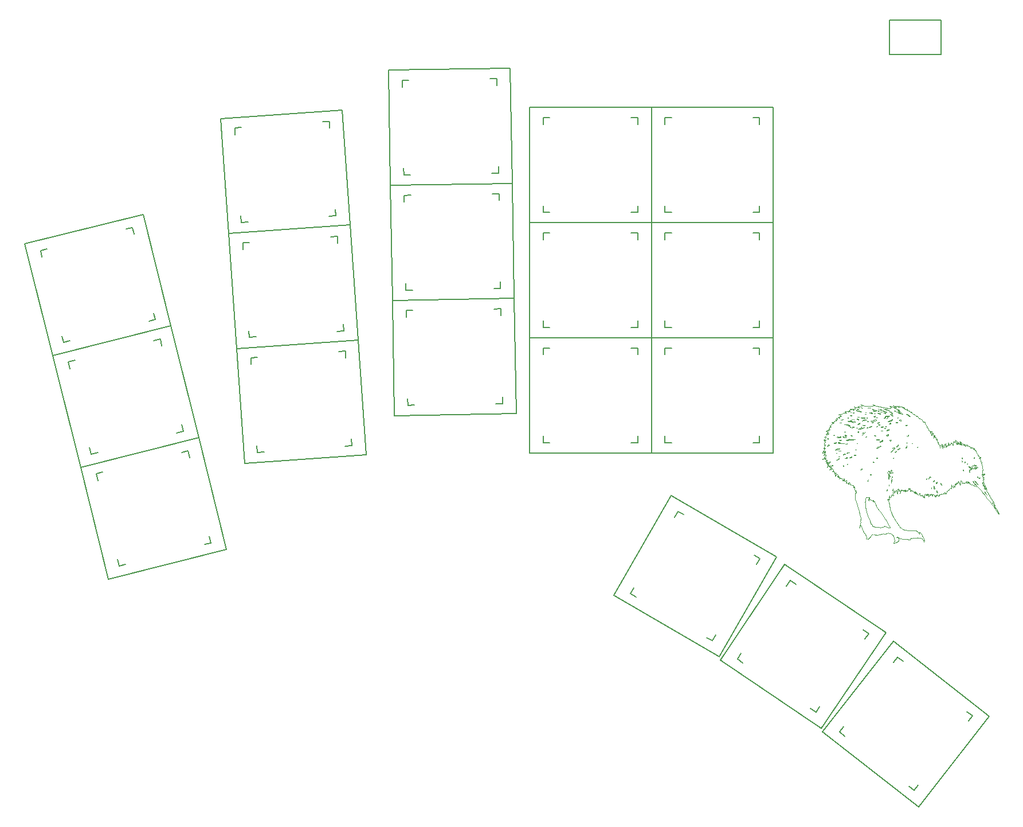
<source format=gbr>
%TF.GenerationSoftware,KiCad,Pcbnew,(6.0.5)*%
%TF.CreationDate,2022-05-07T21:13:44-04:00*%
%TF.ProjectId,main,6d61696e-2e6b-4696-9361-645f70636258,VERSION_HERE*%
%TF.SameCoordinates,Original*%
%TF.FileFunction,OtherDrawing,Comment*%
%FSLAX46Y46*%
G04 Gerber Fmt 4.6, Leading zero omitted, Abs format (unit mm)*
G04 Created by KiCad (PCBNEW (6.0.5)) date 2022-05-07 21:13:44*
%MOMM*%
%LPD*%
G01*
G04 APERTURE LIST*
%ADD10C,0.000500*%
%ADD11C,0.150000*%
G04 APERTURE END LIST*
D10*
X263391269Y-169144186D02*
X263410289Y-169180196D01*
X263394949Y-169138033D02*
G75*
G03*
X263391269Y-169144186I151J-4267D01*
G01*
X263407250Y-169142461D02*
G75*
G03*
X263394950Y-169138057I-11750J-13439D01*
G01*
X263447892Y-169179133D02*
X263407223Y-169142492D01*
X263478355Y-169220195D02*
G75*
G03*
X263447892Y-169179133I-123655J-59905D01*
G01*
X263493711Y-169271697D02*
G75*
G03*
X263478368Y-169220189I-165311J-21203D01*
G01*
X263493048Y-169332632D02*
G75*
G03*
X263493706Y-169271698I-218748J32832D01*
G01*
X263476383Y-169401385D02*
G75*
G03*
X263493054Y-169332633I-376483J127685D01*
G01*
X263458032Y-169462368D02*
X263476377Y-169401383D01*
X263444771Y-169522179D02*
X263458032Y-169462368D01*
X263437502Y-169573564D02*
X263444771Y-169522179D01*
X263437493Y-169573563D02*
G75*
G03*
X263439892Y-169602995I80707J-8237D01*
G01*
X263440084Y-169619655D02*
G75*
G03*
X263439892Y-169602995I-32584J7955D01*
G01*
X263431487Y-169628594D02*
G75*
G03*
X263440105Y-169619660I-3287J11794D01*
G01*
X263414529Y-169627881D02*
G75*
G03*
X263431486Y-169628590I9571J25781D01*
G01*
X263391394Y-169616631D02*
G75*
G03*
X263414520Y-169627906I68006J110131D01*
G01*
X263368648Y-169589306D02*
G75*
G03*
X263391400Y-169616622I52152J20306D01*
G01*
X263360521Y-169546424D02*
G75*
G03*
X263368667Y-169589298I120179J624D01*
G01*
X263367503Y-169488465D02*
G75*
G03*
X263360504Y-169546424I225497J-56635D01*
G01*
X263390283Y-169416074D02*
G75*
G03*
X263367510Y-169488467I605717J-230326D01*
G01*
X263390285Y-169416074D02*
G75*
G03*
X263410762Y-169348682I-482685J183474D01*
G01*
X263410761Y-169348682D02*
G75*
G03*
X263421538Y-169280029I-476561J109982D01*
G01*
X263421543Y-169280029D02*
G75*
G03*
X263422060Y-169219761I-395743J33529D01*
G01*
X263422075Y-169219760D02*
G75*
G03*
X263410289Y-169180196I-93575J-6340D01*
G01*
X258866865Y-166129103D02*
G75*
G03*
X258847150Y-166153400I84235J-88497D01*
G01*
X258893524Y-166108559D02*
G75*
G03*
X258866871Y-166129110I85576J-138541D01*
G01*
X258922703Y-166094569D02*
G75*
G03*
X258893520Y-166108553I50697J-143231D01*
G01*
X258949895Y-166089897D02*
G75*
G03*
X258922703Y-166094569I5J-81503D01*
G01*
X258970944Y-166094934D02*
G75*
G03*
X258949895Y-166089900I-21044J-41466D01*
G01*
X258983181Y-166108566D02*
G75*
G03*
X258970945Y-166094932I-23781J-9034D01*
G01*
X258984454Y-166129126D02*
G75*
G03*
X258983214Y-166108553I-33154J8326D01*
G01*
X258974150Y-166153400D02*
G75*
G03*
X258984426Y-166129119I-73450J45400D01*
G01*
X258954435Y-166177697D02*
G75*
G03*
X258974150Y-166153400I-84235J88497D01*
G01*
X258927776Y-166198241D02*
G75*
G03*
X258954429Y-166177690I-85576J138541D01*
G01*
X258898597Y-166212231D02*
G75*
G03*
X258927780Y-166198247I-50697J143231D01*
G01*
X258871405Y-166216903D02*
G75*
G03*
X258898597Y-166212231I-5J81503D01*
G01*
X258850356Y-166211866D02*
G75*
G03*
X258871405Y-166216900I21044J41466D01*
G01*
X258838119Y-166198234D02*
G75*
G03*
X258850355Y-166211868I23781J9034D01*
G01*
X258836846Y-166177674D02*
G75*
G03*
X258838086Y-166198247I33154J-8326D01*
G01*
X258847150Y-166153400D02*
G75*
G03*
X258836874Y-166177681I73450J-45400D01*
G01*
X258756716Y-166004470D02*
G75*
G03*
X258751900Y-166030148I65784J-25630D01*
G01*
X258770538Y-165982640D02*
G75*
G03*
X258756734Y-166004477I49162J-46360D01*
G01*
X258791173Y-165968051D02*
G75*
G03*
X258770553Y-165982654I26127J-58749D01*
G01*
X258815400Y-165962900D02*
G75*
G03*
X258791171Y-165968047I0J-59600D01*
G01*
X258839711Y-165964955D02*
G75*
G03*
X258815400Y-165962900I-24311J-142745D01*
G01*
X258860249Y-165971121D02*
G75*
G03*
X258839711Y-165964954I-35149J-79779D01*
G01*
X258874164Y-165980202D02*
G75*
G03*
X258860247Y-165971126I-34764J-38098D01*
G01*
X258878895Y-165990902D02*
G75*
G03*
X258874172Y-165980194I-14495J2D01*
G01*
X258874738Y-166004284D02*
G75*
G03*
X258878900Y-165990902I-19438J13384D01*
G01*
X258860243Y-166022204D02*
G75*
G03*
X258874738Y-166004284I-109143J103104D01*
G01*
X258839706Y-166041069D02*
G75*
G03*
X258860247Y-166022207I-121806J153269D01*
G01*
X258815401Y-166058151D02*
G75*
G03*
X258839706Y-166041069I-132501J214351D01*
G01*
X258791137Y-166068088D02*
G75*
G03*
X258815400Y-166058150I-17737J77888D01*
G01*
X258770545Y-166066130D02*
G75*
G03*
X258791137Y-166068089I13255J30130D01*
G01*
X258756883Y-166052682D02*
G75*
G03*
X258770553Y-166066113I24617J11382D01*
G01*
X258751881Y-166030148D02*
G75*
G03*
X258756871Y-166052687I53619J48D01*
G01*
X256580870Y-163525160D02*
G75*
G03*
X256561600Y-163549173I87730J-90140D01*
G01*
X256606552Y-163504841D02*
G75*
G03*
X256580871Y-163525161I86148J-135259D01*
G01*
X256634429Y-163491013D02*
G75*
G03*
X256606551Y-163504839I50771J-137387D01*
G01*
X256660148Y-163486413D02*
G75*
G03*
X256634426Y-163491004I-48J-74087D01*
G01*
X256707085Y-163493885D02*
G75*
G03*
X256660148Y-163486400I-46985J-143715D01*
G01*
X256716272Y-163514441D02*
G75*
G03*
X256707089Y-163493872I-13872J6141D01*
G01*
X256689422Y-163543222D02*
G75*
G03*
X256716256Y-163514434I-28022J53022D01*
G01*
X256621354Y-163574134D02*
G75*
G03*
X256689418Y-163543215I-223654J582734D01*
G01*
X256584536Y-163585260D02*
G75*
G03*
X256621352Y-163574129I-57936J258060D01*
G01*
X256561931Y-163583308D02*
G75*
G03*
X256584536Y-163585261I14369J34508D01*
G01*
X256554331Y-163570593D02*
G75*
G03*
X256561942Y-163583281I12369J-1207D01*
G01*
X256561601Y-163549173D02*
G75*
G03*
X256554363Y-163570596I42599J-26327D01*
G01*
X256598399Y-162479795D02*
G75*
G03*
X256563862Y-162529512I446601J-347105D01*
G01*
X256618815Y-162474852D02*
G75*
G03*
X256598399Y-162479795I-7115J-15248D01*
G01*
X256632492Y-162494615D02*
G75*
G03*
X256618803Y-162474877I-23792J-1885D01*
G01*
X256635233Y-162562857D02*
X256632505Y-162494614D01*
X256631328Y-162595869D02*
G75*
G03*
X256635233Y-162562857I-137228J32969D01*
G01*
X256619370Y-162618345D02*
G75*
G03*
X256631321Y-162595867I-37670J34445D01*
G01*
X256601732Y-162626968D02*
G75*
G03*
X256619385Y-162618359I-2032J26568D01*
G01*
X256581288Y-162621957D02*
G75*
G03*
X256601731Y-162626955I17912J28957D01*
G01*
X256563516Y-162604704D02*
G75*
G03*
X256581281Y-162621969I48084J31704D01*
G01*
X256553910Y-162581055D02*
G75*
G03*
X256563498Y-162604716I63490J11955D01*
G01*
X256554011Y-162554613D02*
G75*
G03*
X256553909Y-162581055I68589J-13487D01*
G01*
X256563874Y-162529520D02*
G75*
G03*
X256554014Y-162554614I64126J-39680D01*
G01*
X274222077Y-161342165D02*
X274245900Y-161390900D01*
X274207217Y-161301208D02*
G75*
G03*
X274222077Y-161342165I299283J85408D01*
G01*
X274201941Y-161272319D02*
G75*
G03*
X274207224Y-161301206I151159J12719D01*
G01*
X274209682Y-161263916D02*
G75*
G03*
X274201941Y-161272319I18J-7784D01*
G01*
X274225782Y-161270796D02*
G75*
G03*
X274209682Y-161263900I-16082J-15304D01*
G01*
X274252070Y-161301207D02*
G75*
G03*
X274225775Y-161270802I-333670J-261993D01*
G01*
X274281051Y-161342254D02*
G75*
G03*
X274252071Y-161301206I-417851J-264246D01*
G01*
X274309400Y-161390900D02*
X274281052Y-161342254D01*
X274333223Y-161439635D02*
X274309400Y-161390900D01*
X274348083Y-161480592D02*
G75*
G03*
X274333223Y-161439635I-299283J-85408D01*
G01*
X274353359Y-161509481D02*
G75*
G03*
X274348076Y-161480594I-151159J-12719D01*
G01*
X274345618Y-161517884D02*
G75*
G03*
X274353359Y-161509481I-18J7784D01*
G01*
X274329518Y-161511004D02*
G75*
G03*
X274345618Y-161517900I16082J15304D01*
G01*
X274303230Y-161480593D02*
G75*
G03*
X274329525Y-161510998I333670J261993D01*
G01*
X274274249Y-161439546D02*
G75*
G03*
X274303229Y-161480594I417851J264246D01*
G01*
X274245900Y-161390900D02*
X274274248Y-161439546D01*
X274759616Y-161193234D02*
G75*
G03*
X274758913Y-161237442I387384J-28266D01*
G01*
X274766653Y-161162759D02*
G75*
G03*
X274759612Y-161193234I94747J-37941D01*
G01*
X274778366Y-161151159D02*
G75*
G03*
X274766642Y-161162755I7434J-19241D01*
G01*
X274792293Y-161154070D02*
G75*
G03*
X274778367Y-161151163I-9193J-9230D01*
G01*
X274804512Y-161174865D02*
G75*
G03*
X274792265Y-161154098I-46512J-13435D01*
G01*
X274809561Y-161205675D02*
G75*
G03*
X274804535Y-161174858I-129661J-5325D01*
G01*
X274807179Y-161241079D02*
G75*
G03*
X274809563Y-161205675I-161779J28679D01*
G01*
X274797286Y-161275809D02*
G75*
G03*
X274807186Y-161241080I-163586J65409D01*
G01*
X274783210Y-161302266D02*
G75*
G03*
X274797278Y-161275806I-114910J78066D01*
G01*
X274771672Y-161303325D02*
G75*
G03*
X274783209Y-161302265I5328J5325D01*
G01*
X274762670Y-161284832D02*
G75*
G03*
X274771637Y-161303360I31130J3632D01*
G01*
X274758913Y-161237442D02*
X274762663Y-161284833D01*
X276978455Y-160985589D02*
G75*
G03*
X276976400Y-161009900I142745J-24311D01*
G01*
X276984621Y-160965051D02*
G75*
G03*
X276978454Y-160985589I79779J-35149D01*
G01*
X276993702Y-160951136D02*
G75*
G03*
X276984626Y-160965053I38098J-34764D01*
G01*
X277004402Y-160946405D02*
G75*
G03*
X276993694Y-160951128I-2J-14495D01*
G01*
X277017784Y-160950562D02*
G75*
G03*
X277004402Y-160946400I-13384J-19438D01*
G01*
X277035704Y-160965057D02*
G75*
G03*
X277017784Y-160950562I-103104J-109143D01*
G01*
X277054569Y-160985594D02*
G75*
G03*
X277035707Y-160965053I-153269J-121806D01*
G01*
X277071651Y-161009899D02*
G75*
G03*
X277054569Y-160985594I-214351J-132501D01*
G01*
X277081588Y-161034163D02*
G75*
G03*
X277071650Y-161009900I-77888J-17737D01*
G01*
X277079630Y-161054755D02*
G75*
G03*
X277081589Y-161034163I-30130J13255D01*
G01*
X277066182Y-161068417D02*
G75*
G03*
X277079613Y-161054747I-11382J24617D01*
G01*
X277043648Y-161073419D02*
G75*
G03*
X277066187Y-161068429I-48J53619D01*
G01*
X277017970Y-161068584D02*
G75*
G03*
X277043648Y-161073400I25630J65784D01*
G01*
X276996140Y-161054762D02*
G75*
G03*
X277017977Y-161068566I46360J49162D01*
G01*
X276981551Y-161034127D02*
G75*
G03*
X276996154Y-161054747I58749J26127D01*
G01*
X276976400Y-161009900D02*
G75*
G03*
X276981547Y-161034129I59600J0D01*
G01*
X256851716Y-160797470D02*
G75*
G03*
X256846900Y-160823148I65784J-25630D01*
G01*
X256865538Y-160775640D02*
G75*
G03*
X256851734Y-160797477I49162J-46360D01*
G01*
X256886173Y-160761051D02*
G75*
G03*
X256865553Y-160775654I26127J-58749D01*
G01*
X256910400Y-160755900D02*
G75*
G03*
X256886171Y-160761047I0J-59600D01*
G01*
X256934711Y-160757955D02*
G75*
G03*
X256910400Y-160755900I-24311J-142745D01*
G01*
X256955249Y-160764121D02*
G75*
G03*
X256934711Y-160757954I-35149J-79779D01*
G01*
X256969164Y-160773202D02*
G75*
G03*
X256955247Y-160764126I-34764J-38098D01*
G01*
X256973895Y-160783902D02*
G75*
G03*
X256969172Y-160773194I-14495J2D01*
G01*
X256969738Y-160797284D02*
G75*
G03*
X256973900Y-160783902I-19438J13384D01*
G01*
X256955243Y-160815204D02*
G75*
G03*
X256969738Y-160797284I-109143J103104D01*
G01*
X256934706Y-160834069D02*
G75*
G03*
X256955247Y-160815207I-121806J153269D01*
G01*
X256910401Y-160851151D02*
G75*
G03*
X256934706Y-160834069I-132501J214351D01*
G01*
X256886137Y-160861088D02*
G75*
G03*
X256910400Y-160851150I-17737J77888D01*
G01*
X256865545Y-160859130D02*
G75*
G03*
X256886137Y-160861089I13255J30130D01*
G01*
X256851883Y-160845682D02*
G75*
G03*
X256865553Y-160859113I24617J11382D01*
G01*
X256846881Y-160823148D02*
G75*
G03*
X256851871Y-160845687I53619J48D01*
G01*
X272655145Y-159390006D02*
G75*
G03*
X272635507Y-159402960I21855J-54494D01*
G01*
X272680237Y-159384207D02*
G75*
G03*
X272655140Y-159389993I5963J-83193D01*
G01*
X272706821Y-159386286D02*
G75*
G03*
X272680237Y-159384201I-20221J-87314D01*
G01*
X272730762Y-159396117D02*
G75*
G03*
X272706824Y-159386274I-41862J-67783D01*
G01*
X272774684Y-159448766D02*
G75*
G03*
X272730757Y-159396124I-100884J-39534D01*
G01*
X272782191Y-159521409D02*
G75*
G03*
X272774688Y-159448765I-134591J22809D01*
G01*
X272750895Y-159591373D02*
G75*
G03*
X272782193Y-159521409I-119795J95573D01*
G01*
X272690139Y-159635834D02*
G75*
G03*
X272750904Y-159591380I-51339J133934D01*
G01*
X272632509Y-159626242D02*
G75*
G03*
X272690150Y-159635863I36991J44142D01*
G01*
X272594907Y-159565097D02*
G75*
G03*
X272632529Y-159626218I110693J25997D01*
G01*
X272594924Y-159475896D02*
G75*
G03*
X272594922Y-159565093I190076J-44604D01*
G01*
X272635521Y-159402974D02*
G75*
G03*
X272594916Y-159475894I107679J-107726D01*
G01*
X258967534Y-156911710D02*
G75*
G03*
X258993994Y-156925778I78066J114910D01*
G01*
X258966475Y-156900172D02*
G75*
G03*
X258967535Y-156911709I5325J-5328D01*
G01*
X258984968Y-156891170D02*
G75*
G03*
X258966440Y-156900137I3632J-31130D01*
G01*
X259032358Y-156887413D02*
X258984967Y-156891163D01*
X259076566Y-156888116D02*
G75*
G03*
X259032358Y-156887413I-28266J-387384D01*
G01*
X259107041Y-156895153D02*
G75*
G03*
X259076566Y-156888112I-37941J-94747D01*
G01*
X259118641Y-156906866D02*
G75*
G03*
X259107045Y-156895142I-19241J-7434D01*
G01*
X259115730Y-156920793D02*
G75*
G03*
X259118637Y-156906867I-9230J9193D01*
G01*
X259094935Y-156933012D02*
G75*
G03*
X259115702Y-156920765I-13435J46512D01*
G01*
X259064125Y-156938061D02*
G75*
G03*
X259094942Y-156933035I-5325J129661D01*
G01*
X259028721Y-156935679D02*
G75*
G03*
X259064125Y-156938063I28679J161779D01*
G01*
X258993991Y-156925786D02*
G75*
G03*
X259028720Y-156935686I65409J163586D01*
G01*
X270912151Y-174471899D02*
G75*
G03*
X270895069Y-174447594I-214351J-132501D01*
G01*
X270895069Y-174447594D02*
G75*
G03*
X270876207Y-174427053I-153269J-121806D01*
G01*
X270876204Y-174427057D02*
G75*
G03*
X270858284Y-174412562I-103104J-109143D01*
G01*
X270858284Y-174412562D02*
G75*
G03*
X270844902Y-174408400I-13384J-19438D01*
G01*
X270844902Y-174408405D02*
G75*
G03*
X270834194Y-174413128I-2J-14495D01*
G01*
X270834202Y-174413136D02*
G75*
G03*
X270825126Y-174427053I38098J-34764D01*
G01*
X270825121Y-174427051D02*
G75*
G03*
X270818954Y-174447589I79779J-35149D01*
G01*
X270818955Y-174447589D02*
G75*
G03*
X270816900Y-174471900I142745J-24311D01*
G01*
X270816900Y-174471900D02*
G75*
G03*
X270822047Y-174496129I59600J0D01*
G01*
X270822051Y-174496127D02*
G75*
G03*
X270836654Y-174516747I58749J26127D01*
G01*
X270836640Y-174516762D02*
G75*
G03*
X270858477Y-174530566I46360J49162D01*
G01*
X270858470Y-174530584D02*
G75*
G03*
X270884148Y-174535400I25630J65784D01*
G01*
X270884148Y-174535419D02*
G75*
G03*
X270906687Y-174530429I-48J53619D01*
G01*
X270906682Y-174530417D02*
G75*
G03*
X270920113Y-174516747I-11382J24617D01*
G01*
X270920130Y-174516755D02*
G75*
G03*
X270922089Y-174496163I-30130J13255D01*
G01*
X270922088Y-174496163D02*
G75*
G03*
X270912150Y-174471900I-77888J-17737D01*
G01*
X263300905Y-169175181D02*
G75*
G03*
X263347225Y-169144892I-109605J218181D01*
G01*
X263259523Y-169184577D02*
G75*
G03*
X263300907Y-169175185I1677J88477D01*
G01*
X263217633Y-169173733D02*
G75*
G03*
X263259523Y-169184591I43667J82233D01*
G01*
X263169578Y-169141575D02*
G75*
G03*
X263217622Y-169173753I180322J217275D01*
G01*
X263169544Y-169141616D02*
G75*
G03*
X263076415Y-169134178I-51844J-62384D01*
G01*
X263076410Y-169134169D02*
G75*
G03*
X262994427Y-169227285I102090J-172531D01*
G01*
X262994432Y-169227287D02*
G75*
G03*
X262931436Y-169445914I825368J-356213D01*
G01*
X262893544Y-169781211D02*
X262931436Y-169445914D01*
X262893548Y-169781211D02*
G75*
G03*
X262909533Y-170345951I2830052J-202489D01*
G01*
X262909538Y-170345950D02*
G75*
G03*
X263035673Y-171035812I6587762J848050D01*
G01*
X263035668Y-171035813D02*
G75*
G03*
X263254588Y-171791146I7901132J1880613D01*
G01*
X263554676Y-172558926D02*
X263254588Y-171791146D01*
X263612203Y-172695460D02*
X263554676Y-172558926D01*
X263660772Y-172823436D02*
X263612203Y-172695460D01*
X263697333Y-172931606D02*
X263660772Y-172823436D01*
X263704889Y-172980145D02*
G75*
G03*
X263697333Y-172931606I-159389J45D01*
G01*
X263704876Y-172980145D02*
G75*
G03*
X263714334Y-173013193I62624J45D01*
G01*
X263714337Y-173013191D02*
G75*
G03*
X263742283Y-173046381I128563J79891D01*
G01*
X263742289Y-173046374D02*
G75*
G03*
X263783493Y-173074695I133211J149674D01*
G01*
X263783489Y-173074703D02*
G75*
G03*
X263832162Y-173093368I108411J209903D01*
G01*
X263885611Y-173114194D02*
G75*
G03*
X263832162Y-173093368I-116311J-219506D01*
G01*
X263917952Y-173143600D02*
G75*
G03*
X263885612Y-173114192I-73552J-48400D01*
G01*
X263929263Y-173181616D02*
G75*
G03*
X263917945Y-173143605I-68763J216D01*
G01*
X263920587Y-173227823D02*
G75*
G03*
X263929248Y-173181616I-121687J46723D01*
G01*
X263920588Y-173227823D02*
G75*
G03*
X263919405Y-173282277I75312J-28877D01*
G01*
X263919406Y-173282277D02*
G75*
G03*
X263952567Y-173334476I121694J40677D01*
G01*
X263952560Y-173334483D02*
G75*
G03*
X264027826Y-173389398I246040J258183D01*
G01*
X264158461Y-173454559D02*
X264027826Y-173389398D01*
X264158465Y-173454551D02*
G75*
G03*
X264418382Y-173542768I574935J1266951D01*
G01*
X264418380Y-173542777D02*
G75*
G03*
X264685706Y-173576062I292420J1258377D01*
G01*
X264685706Y-173576064D02*
G75*
G03*
X264996954Y-173555543I35594J1830764D01*
G01*
X265395992Y-173478629D02*
X264996954Y-173555543D01*
X265687401Y-173414780D02*
X265395992Y-173478629D01*
X265818499Y-173404540D02*
G75*
G03*
X265687401Y-173414780I-24399J-531960D01*
G01*
X265923791Y-173430471D02*
G75*
G03*
X265818499Y-173404546I-118091J-252829D01*
G01*
X266070239Y-173509562D02*
G75*
G03*
X265923793Y-173430466I-750339J-1214138D01*
G01*
X266070237Y-173509564D02*
G75*
G03*
X266225263Y-173587938I534763J865264D01*
G01*
X266225265Y-173587934D02*
G75*
G03*
X266391091Y-173638619I377035J936934D01*
G01*
X266391092Y-173638616D02*
G75*
G03*
X266523586Y-173653253I138708J648616D01*
G01*
X266523586Y-173653299D02*
G75*
G03*
X266562400Y-173614801I314J38499D01*
G01*
X266562400Y-173614801D02*
G75*
G03*
X266538525Y-173524317I-183400J1D01*
G01*
X266228696Y-172981881D02*
X266538525Y-173524317D01*
X265911998Y-172434320D02*
X266228696Y-172981881D01*
X265911995Y-172434322D02*
G75*
G03*
X265856179Y-172386983I-94695J-55078D01*
G01*
X265834848Y-172374169D02*
G75*
G03*
X265856179Y-172386983I46152J52669D01*
G01*
X265816786Y-172353440D02*
G75*
G03*
X265834855Y-172374161I86214J56940D01*
G01*
X265804580Y-172328293D02*
G75*
G03*
X265816785Y-172353440I101220J33593D01*
G01*
X265800392Y-172302515D02*
G75*
G03*
X265804571Y-172328296I81708J15D01*
G01*
X265800387Y-172302515D02*
G75*
G03*
X265769888Y-172202867I-177987J15D01*
G01*
X265419922Y-171689857D02*
X265769888Y-172202867D01*
X265081860Y-171211847D02*
X265419922Y-171689857D01*
X265081856Y-171211850D02*
G75*
G03*
X264856963Y-170932553I-2909856J-2112850D01*
G01*
X264696544Y-170718774D02*
G75*
G03*
X264856963Y-170932553I1349356J845474D01*
G01*
X264525283Y-170419605D02*
X264696539Y-170718777D01*
X264380575Y-170112649D02*
X264525283Y-170419605D01*
X264307545Y-169877373D02*
G75*
G03*
X264380575Y-170112649I1208255J246073D01*
G01*
X264307549Y-169877373D02*
G75*
G03*
X264283123Y-169786765I-736049J-149827D01*
G01*
X264283145Y-169786758D02*
G75*
G03*
X264252163Y-169739763I-105045J-35542D01*
G01*
X264252145Y-169739783D02*
G75*
G03*
X264208131Y-169722120I-46145J-51317D01*
G01*
X264208131Y-169722126D02*
G75*
G03*
X264142891Y-169729501I-7031J-230074D01*
G01*
X264073595Y-169745677D02*
X264142891Y-169729501D01*
X264053894Y-169739123D02*
G75*
G03*
X264073595Y-169745677I15506J13723D01*
G01*
X264052966Y-169720885D02*
G75*
G03*
X264053913Y-169739106I11934J-8515D01*
G01*
X264091320Y-169671120D02*
X264052971Y-169720889D01*
X264091320Y-169671120D02*
G75*
G03*
X264137612Y-169593284I-224020J185920D01*
G01*
X264137615Y-169593285D02*
G75*
G03*
X264125815Y-169542131I-42715J17085D01*
G01*
X264125788Y-169542160D02*
G75*
G03*
X264071823Y-169532860I-34288J-37740D01*
G01*
X264071824Y-169532862D02*
G75*
G03*
X263992185Y-169581126I122176J-291438D01*
G01*
X263944805Y-169617201D02*
X263992185Y-169581126D01*
X263917001Y-169626759D02*
G75*
G03*
X263944805Y-169617201I-2901J53659D01*
G01*
X263901123Y-169616617D02*
G75*
G03*
X263917002Y-169626778I14977J5917D01*
G01*
X263895388Y-169586428D02*
G75*
G03*
X263901140Y-169616610I82212J28D01*
G01*
X263895391Y-169586428D02*
G75*
G03*
X263890537Y-169560808I-69891J28D01*
G01*
X263890516Y-169560816D02*
G75*
G03*
X263876747Y-169544971I-29216J-11484D01*
G01*
X263876753Y-169544960D02*
G75*
G03*
X263856124Y-169541435I-15253J-27140D01*
G01*
X263856122Y-169541422D02*
G75*
G03*
X263831900Y-169550650I11878J-67578D01*
G01*
X263807617Y-169560910D02*
G75*
G03*
X263831900Y-169550650I-21017J83610D01*
G01*
X263787056Y-169559675D02*
G75*
G03*
X263807619Y-169560917I12244J31875D01*
G01*
X263773448Y-169547375D02*
G75*
G03*
X263787053Y-169559684I22752J11475D01*
G01*
X263768400Y-169526294D02*
G75*
G03*
X263773430Y-169547384I46700J-6D01*
G01*
X263768393Y-169526294D02*
G75*
G03*
X263758956Y-169503905I-31293J-6D01*
G01*
X263758960Y-169503901D02*
G75*
G03*
X263733228Y-169488149I-47560J-48799D01*
G01*
X263733230Y-169488143D02*
G75*
G03*
X263694504Y-169481589I-39830J-117657D01*
G01*
X263694504Y-169481585D02*
G75*
G03*
X263648664Y-169485751I-2104J-231115D01*
G01*
X263591236Y-169491256D02*
G75*
G03*
X263648664Y-169485751I-236J304756D01*
G01*
X263561299Y-169477796D02*
G75*
G03*
X263591236Y-169491251I29901J26496D01*
G01*
X263550713Y-169445843D02*
G75*
G03*
X263561316Y-169477781I42687J-3557D01*
G01*
X263560915Y-169386519D02*
G75*
G03*
X263550731Y-169445845I339285J-88781D01*
G01*
X263560922Y-169386520D02*
G75*
G03*
X263564332Y-169267038I-256822J67120D01*
G01*
X263564332Y-169267038D02*
G75*
G03*
X263513813Y-169165402I-214132J-43062D01*
G01*
X263513816Y-169165400D02*
G75*
G03*
X263431491Y-169121060I-101416J-89700D01*
G01*
X263431484Y-169121107D02*
G75*
G03*
X263347225Y-169144892I-15284J-106993D01*
G01*
X280589649Y-168370080D02*
X280717536Y-168566400D01*
X280589653Y-168370078D02*
G75*
G03*
X280554650Y-168324762I-308253J-201922D01*
G01*
X280554713Y-168324704D02*
G75*
G03*
X280539411Y-168327330I-6813J-6196D01*
G01*
X280539421Y-168327334D02*
G75*
G03*
X280532400Y-168361776I81079J-34466D01*
G01*
X280532407Y-168361776D02*
G75*
G03*
X280542053Y-168399652I79093J-24D01*
G01*
X280580743Y-168463932D02*
X280542053Y-168399652D01*
X280580741Y-168463934D02*
G75*
G03*
X280633964Y-168537099I851859J563734D01*
G01*
X280696972Y-168610484D02*
X280633964Y-168537099D01*
X280861545Y-168788650D02*
X280696972Y-168610484D01*
X280717536Y-168566400D02*
X280861545Y-168788650D01*
X273471891Y-168192295D02*
X273508646Y-168344150D01*
X273471889Y-168192295D02*
G75*
G03*
X273444937Y-168134816I-168189J-43805D01*
G01*
X273444890Y-168134850D02*
G75*
G03*
X273426730Y-168139324I-8190J-5850D01*
G01*
X273426723Y-168139323D02*
G75*
G03*
X273421372Y-168222442I570777J-78477D01*
G01*
X273421364Y-168222442D02*
G75*
G03*
X273426431Y-168275994I312436J2542D01*
G01*
X273426427Y-168275995D02*
G75*
G03*
X273440993Y-168336378I543673J99195D01*
G01*
X273440989Y-168336379D02*
G75*
G03*
X273462026Y-168394097I520111J156879D01*
G01*
X273462027Y-168394097D02*
G75*
G03*
X273486801Y-168439400I251473J108097D01*
G01*
X273486795Y-168439404D02*
G75*
G03*
X273514670Y-168473520I203105J137504D01*
G01*
X273514662Y-168473528D02*
G75*
G03*
X273527046Y-168470032I5238J5128D01*
G01*
X273527061Y-168470036D02*
G75*
G03*
X273527668Y-168435851I-80961J18536D01*
G01*
X273508646Y-168344150D02*
X273527668Y-168435851D01*
X266125647Y-168101259D02*
G75*
G03*
X266149287Y-168054710I-396547J230659D01*
G01*
X266149289Y-168054711D02*
G75*
G03*
X266164514Y-168010685I-267389J117111D01*
G01*
X266164514Y-168010685D02*
G75*
G03*
X266170410Y-167974670I-194814J50385D01*
G01*
X266170378Y-167974668D02*
G75*
G03*
X266163315Y-167955649I-24378J1768D01*
G01*
X266163322Y-167955642D02*
G75*
G03*
X266148834Y-167952656I-9522J-9558D01*
G01*
X266148834Y-167952657D02*
G75*
G03*
X266130690Y-167964965I18666J-47043D01*
G01*
X266130691Y-167964966D02*
G75*
G03*
X266111309Y-167991654I93709J-88434D01*
G01*
X266111306Y-167991652D02*
G75*
G03*
X266093995Y-168029105I271994J-148448D01*
G01*
X266056823Y-168134100D02*
X266093995Y-168029105D01*
X266056850Y-168134109D02*
G75*
G03*
X266058773Y-168173338I52450J-17091D01*
G01*
X266058743Y-168173351D02*
G75*
G03*
X266077953Y-168175305I10157J4451D01*
G01*
X266077954Y-168175306D02*
G75*
G03*
X266125652Y-168101262I-788154J560106D01*
G01*
X266959471Y-168131209D02*
G75*
G03*
X266980177Y-168098356I-61971J62009D01*
G01*
X266980182Y-168098358D02*
G75*
G03*
X266993624Y-168046014I-292682J103058D01*
G01*
X266993618Y-168046013D02*
G75*
G03*
X266998766Y-167984618I-376818J62513D01*
G01*
X266998765Y-167984618D02*
G75*
G03*
X266994025Y-167922849I-390265J1118D01*
G01*
X266979608Y-167841551D02*
X266994025Y-167922849D01*
X266979594Y-167841554D02*
G75*
G03*
X266968404Y-167838144I-6494J-1246D01*
G01*
X266968423Y-167838163D02*
G75*
G03*
X266956683Y-167860560I29877J-29937D01*
G01*
X266935854Y-167981020D02*
X266956683Y-167860560D01*
X266925020Y-168063893D02*
X266935854Y-167981020D01*
X266925025Y-168063893D02*
G75*
G03*
X266926612Y-168116651I209275J-20107D01*
G01*
X266926584Y-168116655D02*
G75*
G03*
X266939903Y-168134543I23716J3755D01*
G01*
X266939927Y-168134494D02*
G75*
G03*
X266959481Y-168131219I7473J15394D01*
G01*
X272700450Y-167883773D02*
G75*
G03*
X272710382Y-167847579I-150550J60773D01*
G01*
X272710384Y-167847579D02*
G75*
G03*
X272713667Y-167804400I-282284J43179D01*
G01*
X272713665Y-167804400D02*
G75*
G03*
X272710382Y-167761221I-285565J0D01*
G01*
X272710388Y-167761220D02*
G75*
G03*
X272700455Y-167725025I-160488J-24580D01*
G01*
X272700482Y-167725014D02*
G75*
G03*
X272688562Y-167711729I-24382J-9886D01*
G01*
X272688533Y-167711783D02*
G75*
G03*
X272677835Y-167715599I-3633J-6717D01*
G01*
X272677841Y-167715601D02*
G75*
G03*
X272670407Y-167747794I98059J-39599D01*
G01*
X272668426Y-167804400D02*
X272670407Y-167747794D01*
X272670407Y-167861006D02*
X272668426Y-167804400D01*
X272670401Y-167861006D02*
G75*
G03*
X272677835Y-167893201I105499J7406D01*
G01*
X272677779Y-167893224D02*
G75*
G03*
X272688562Y-167897071I7121J2924D01*
G01*
X272688548Y-167897046D02*
G75*
G03*
X272700455Y-167883775I-12448J23146D01*
G01*
X273133007Y-167725024D02*
G75*
G03*
X273111494Y-167641362I-960807J-202476D01*
G01*
X273111495Y-167641362D02*
G75*
G03*
X273082861Y-167560620I-908795J-276838D01*
G01*
X273082857Y-167560622D02*
G75*
G03*
X273051744Y-167493115I-748557J-304078D01*
G01*
X273051741Y-167493117D02*
G75*
G03*
X273023364Y-167455150I-128941J-66783D01*
G01*
X273023359Y-167455155D02*
G75*
G03*
X272995290Y-167432166I-159359J-165945D01*
G01*
X272995245Y-167432231D02*
G75*
G03*
X272983282Y-167435365I-4645J-6669D01*
G01*
X272983278Y-167435363D02*
G75*
G03*
X272981611Y-167455831I26222J-12437D01*
G01*
X272998304Y-167507968D02*
X272981611Y-167455831D01*
X273014076Y-167563490D02*
G75*
G03*
X272998304Y-167507968I-449576J-97710D01*
G01*
X273027328Y-167635226D02*
X273014081Y-167563489D01*
X273036409Y-167710554D02*
X273027328Y-167635226D01*
X273039397Y-167777843D02*
G75*
G03*
X273036409Y-167710554I-758297J43D01*
G01*
X273039393Y-167777843D02*
G75*
G03*
X273044430Y-167836631I346107J43D01*
G01*
X273044420Y-167836633D02*
G75*
G03*
X273059535Y-167886293I205880J35533D01*
G01*
X273059541Y-167886290D02*
G75*
G03*
X273081738Y-167919944I113159J50490D01*
G01*
X273081715Y-167919966D02*
G75*
G03*
X273107945Y-167931400I26185J24266D01*
G01*
X273107945Y-167931424D02*
G75*
G03*
X273133756Y-167916943I-45J30324D01*
G01*
X273133770Y-167916952D02*
G75*
G03*
X273147394Y-167877800I-83070J50852D01*
G01*
X273147397Y-167877800D02*
G75*
G03*
X273147513Y-167813575I-268597J32600D01*
G01*
X273147510Y-167813575D02*
G75*
G03*
X273133005Y-167725025I-984010J-115725D01*
G01*
X280592042Y-167640188D02*
G75*
G03*
X280589847Y-167584442I-239442J18488D01*
G01*
X280589857Y-167584440D02*
G75*
G03*
X280575010Y-167526513I-311857J-49060D01*
G01*
X280574999Y-167526517D02*
G75*
G03*
X280550577Y-167475124I-272899J-98183D01*
G01*
X280550566Y-167475130D02*
G75*
G03*
X280519705Y-167439214I-121366J-73070D01*
G01*
X280519718Y-167439198D02*
G75*
G03*
X280480081Y-167420700I-55218J-66602D01*
G01*
X280480075Y-167420731D02*
G75*
G03*
X280453941Y-167434109I-4375J-23669D01*
G01*
X280453955Y-167434115D02*
G75*
G03*
X280440170Y-167489210I131545J-62185D01*
G01*
X280437150Y-167613939D02*
X280440170Y-167489210D01*
X280437155Y-167613939D02*
G75*
G03*
X280443914Y-167725256I919045J-61D01*
G01*
X280443919Y-167725255D02*
G75*
G03*
X280464807Y-167813913I411481J50155D01*
G01*
X280464798Y-167813916D02*
G75*
G03*
X280499631Y-167880788I257102J91416D01*
G01*
X280499635Y-167880785D02*
G75*
G03*
X280548275Y-167926577I139065J98985D01*
G01*
X280548274Y-167926579D02*
G75*
G03*
X280601885Y-167956745I356626J571079D01*
G01*
X280601883Y-167956748D02*
G75*
G03*
X280634301Y-167964082I30917J61348D01*
G01*
X280634303Y-167964147D02*
G75*
G03*
X280652440Y-167952770I-503J20947D01*
G01*
X280652458Y-167952779D02*
G75*
G03*
X280659400Y-167924163I-55358J28579D01*
G01*
X280667334Y-167900388D02*
G75*
G03*
X280659400Y-167924163I31766J-23812D01*
G01*
X280686095Y-167892644D02*
G75*
G03*
X280667312Y-167900371I-2895J-19656D01*
G01*
X280718259Y-167904907D02*
G75*
G03*
X280686101Y-167892601I-43459J-65393D01*
G01*
X280764849Y-167939503D02*
G75*
G03*
X280718259Y-167904908I-355649J-430297D01*
G01*
X280831169Y-167993392D02*
X280764852Y-167939500D01*
X280831225Y-167993322D02*
G75*
G03*
X280839936Y-167990827I3475J4322D01*
G01*
X280839899Y-167990814D02*
G75*
G03*
X280838318Y-167976207I-16399J5614D01*
G01*
X280782909Y-167886308D02*
X280838318Y-167976207D01*
X280782909Y-167886308D02*
G75*
G03*
X280739529Y-167824463I-586409J-365192D01*
G01*
X280739519Y-167824471D02*
G75*
G03*
X280704524Y-167796715I-75719J-59529D01*
G01*
X280704517Y-167796730D02*
G75*
G03*
X280674313Y-167797407I-14417J-30870D01*
G01*
X280674315Y-167797411D02*
G75*
G03*
X280646679Y-167822808I33685J-64389D01*
G01*
X280615497Y-167850355D02*
G75*
G03*
X280646679Y-167822808I-32097J67755D01*
G01*
X280593483Y-167840555D02*
G75*
G03*
X280615498Y-167850356I15217J4555D01*
G01*
X280584853Y-167774822D02*
G75*
G03*
X280593481Y-167840556I207647J-6178D01*
G01*
X280592051Y-167640189D02*
X280584859Y-167774822D01*
X266415286Y-167371809D02*
G75*
G03*
X266425186Y-167337080I-163586J65409D01*
G01*
X266425179Y-167337079D02*
G75*
G03*
X266427563Y-167301675I-161779J28679D01*
G01*
X266427561Y-167301675D02*
G75*
G03*
X266422535Y-167270858I-129661J-5325D01*
G01*
X266422512Y-167270865D02*
G75*
G03*
X266410265Y-167250098I-46512J-13435D01*
G01*
X266410293Y-167250070D02*
G75*
G03*
X266396367Y-167247163I-9193J-9230D01*
G01*
X266396366Y-167247159D02*
G75*
G03*
X266384642Y-167258755I7434J-19241D01*
G01*
X266384653Y-167258759D02*
G75*
G03*
X266377612Y-167289234I94747J-37941D01*
G01*
X266377616Y-167289234D02*
G75*
G03*
X266376913Y-167333442I387384J-28266D01*
G01*
X266380663Y-167380833D02*
X266376913Y-167333442D01*
X266380670Y-167380832D02*
G75*
G03*
X266389637Y-167399360I31130J3632D01*
G01*
X266389672Y-167399325D02*
G75*
G03*
X266401209Y-167398265I5328J5325D01*
G01*
X266401210Y-167398266D02*
G75*
G03*
X266415278Y-167371806I-114910J78066D01*
G01*
X279267621Y-167271580D02*
G75*
G03*
X279223605Y-167224680I-388721J-320720D01*
G01*
X279165200Y-167173830D02*
X279223605Y-167224680D01*
X279102559Y-167126920D02*
X279165200Y-167173830D01*
X279102561Y-167126917D02*
G75*
G03*
X279045372Y-167092037I-327461J-472583D01*
G01*
X278961829Y-167048315D02*
X279045372Y-167092037D01*
X278961818Y-167048336D02*
G75*
G03*
X278948438Y-167050114I-5418J-10464D01*
G01*
X278948457Y-167050135D02*
G75*
G03*
X278947504Y-167062038I5943J-6465D01*
G01*
X279003178Y-167130721D02*
X278947504Y-167062038D01*
X279003179Y-167130720D02*
G75*
G03*
X279047195Y-167177620I388721J320720D01*
G01*
X279105600Y-167228470D02*
X279047195Y-167177620D01*
X279168241Y-167275380D02*
X279105600Y-167228470D01*
X279168239Y-167275383D02*
G75*
G03*
X279225428Y-167310263I327461J472583D01*
G01*
X279308971Y-167353985D02*
X279225428Y-167310263D01*
X279308982Y-167353964D02*
G75*
G03*
X279322362Y-167352186I5418J10464D01*
G01*
X279322343Y-167352165D02*
G75*
G03*
X279323296Y-167340262I-5943J6465D01*
G01*
X279267622Y-167271579D02*
X279323296Y-167340262D01*
X274111990Y-167224515D02*
G75*
G03*
X274142121Y-167253609I119310J93415D01*
G01*
X274080989Y-167179252D02*
G75*
G03*
X274111998Y-167224509I372911J222252D01*
G01*
X274053824Y-167126619D02*
G75*
G03*
X274080985Y-167179254I443476J195519D01*
G01*
X274035143Y-167074151D02*
G75*
G03*
X274053821Y-167126620I366057J100751D01*
G01*
X274015825Y-167005851D02*
X274035146Y-167074150D01*
X274015783Y-167005863D02*
G75*
G03*
X274009735Y-167004516I-3383J-937D01*
G01*
X274009754Y-167004532D02*
G75*
G03*
X274005834Y-167016153I12146J-10568D01*
G01*
X274011925Y-167100926D02*
X274005834Y-167016153D01*
X274011936Y-167100925D02*
G75*
G03*
X274023496Y-167161644I275164J20925D01*
G01*
X274023500Y-167161643D02*
G75*
G03*
X274048186Y-167217075I245100J75943D01*
G01*
X274048191Y-167217072D02*
G75*
G03*
X274081583Y-167259226I174809J104172D01*
G01*
X274081601Y-167259207D02*
G75*
G03*
X274118900Y-167280385I59699J61707D01*
G01*
X274160166Y-167290316D02*
X274118900Y-167280385D01*
X274160167Y-167290310D02*
G75*
G03*
X274171958Y-167286359I2533J12010D01*
G01*
X274171933Y-167286337D02*
G75*
G03*
X274171218Y-167276551I-5233J4537D01*
G01*
X274142121Y-167253609D02*
X274171218Y-167276551D01*
X280316443Y-167225855D02*
G75*
G03*
X280306185Y-167120548I-1155943J-59445D01*
G01*
X280306180Y-167120549D02*
G75*
G03*
X280286782Y-167028089I-730280J-104951D01*
G01*
X280286778Y-167028090D02*
G75*
G03*
X280262063Y-166957607I-542378J-150610D01*
G01*
X280262034Y-166957620D02*
G75*
G03*
X280235013Y-166932688I-41234J-17580D01*
G01*
X280235028Y-166932642D02*
G75*
G03*
X280209370Y-166941553I-7028J-21158D01*
G01*
X280209390Y-166941566D02*
G75*
G03*
X280196006Y-166980056I68910J-45534D01*
G01*
X280196008Y-166980056D02*
G75*
G03*
X280197388Y-167054631I359892J-30644D01*
G01*
X280214883Y-167169309D02*
X280197388Y-167054631D01*
X280261708Y-167406762D02*
X280214883Y-167169309D01*
X280261689Y-167406766D02*
G75*
G03*
X280296316Y-167453670I68811J14566D01*
G01*
X280296292Y-167453712D02*
G75*
G03*
X280323198Y-167437645I8808J15812D01*
G01*
X280316439Y-167225855D02*
X280323198Y-167437645D01*
X273400286Y-167054309D02*
G75*
G03*
X273410186Y-167019580I-163586J65409D01*
G01*
X273410179Y-167019579D02*
G75*
G03*
X273412563Y-166984175I-161779J28679D01*
G01*
X273412561Y-166984175D02*
G75*
G03*
X273407535Y-166953358I-129661J-5325D01*
G01*
X273407512Y-166953365D02*
G75*
G03*
X273395265Y-166932598I-46512J-13435D01*
G01*
X273395293Y-166932570D02*
G75*
G03*
X273381367Y-166929663I-9193J-9230D01*
G01*
X273381366Y-166929659D02*
G75*
G03*
X273369642Y-166941255I7434J-19241D01*
G01*
X273369653Y-166941259D02*
G75*
G03*
X273362612Y-166971734I94747J-37941D01*
G01*
X273362616Y-166971734D02*
G75*
G03*
X273361913Y-167015942I387384J-28266D01*
G01*
X273365663Y-167063333D02*
X273361913Y-167015942D01*
X273365670Y-167063332D02*
G75*
G03*
X273374637Y-167081860I31130J3632D01*
G01*
X273374672Y-167081825D02*
G75*
G03*
X273386209Y-167080765I5328J5325D01*
G01*
X273386210Y-167080766D02*
G75*
G03*
X273400278Y-167054306I-114910J78066D01*
G01*
X278084944Y-166847509D02*
G75*
G03*
X278047446Y-166798645I-260244J-160891D01*
G01*
X278047407Y-166798681D02*
G75*
G03*
X278018256Y-166792599I-18907J-17719D01*
G01*
X278018255Y-166792596D02*
G75*
G03*
X277997808Y-166818908I13645J-31704D01*
G01*
X277997808Y-166818908D02*
G75*
G03*
X277992400Y-166887398I430992J-68492D01*
G01*
X277992400Y-166887398D02*
G75*
G03*
X277997138Y-166922368I131400J-2D01*
G01*
X277997146Y-166922366D02*
G75*
G03*
X278011357Y-166945598I47454J13066D01*
G01*
X278011334Y-166945623D02*
G75*
G03*
X278032428Y-166953638I20666J22623D01*
G01*
X278032428Y-166953656D02*
G75*
G03*
X278056936Y-166946510I-628J47756D01*
G01*
X278056934Y-166946508D02*
G75*
G03*
X278078797Y-166926790I-43134J69808D01*
G01*
X278078802Y-166926794D02*
G75*
G03*
X278091783Y-166900977I-60502J46594D01*
G01*
X278091776Y-166900975D02*
G75*
G03*
X278093930Y-166873122I-68076J19275D01*
G01*
X278093931Y-166873122D02*
G75*
G03*
X278084938Y-166847512I-62831J-7678D01*
G01*
X273527897Y-167025314D02*
G75*
G03*
X273536789Y-166976574I-321397J83814D01*
G01*
X273536785Y-166976574D02*
G75*
G03*
X273539289Y-166923019I-452185J47974D01*
G01*
X273539295Y-166923019D02*
G75*
G03*
X273535615Y-166872786I-415395J-5181D01*
G01*
X273535607Y-166872787D02*
G75*
G03*
X273525552Y-166834816I-155707J-20913D01*
G01*
X273525542Y-166834820D02*
G75*
G03*
X273514198Y-166827388I-11042J-4480D01*
G01*
X273514197Y-166827366D02*
G75*
G03*
X273503908Y-166835571I303J-10934D01*
G01*
X273503901Y-166835569D02*
G75*
G03*
X273497407Y-166878563I200899J-52331D01*
G01*
X273496279Y-166947150D02*
X273497407Y-166878563D01*
X273498858Y-167014981D02*
X273496279Y-166947150D01*
X273498860Y-167014981D02*
G75*
G03*
X273506540Y-167048693I108040J6881D01*
G01*
X273506499Y-167048710D02*
G75*
G03*
X273516708Y-167049807I5401J2210D01*
G01*
X273516710Y-167049808D02*
G75*
G03*
X273527905Y-167025316I-64110J44108D01*
G01*
X278907859Y-166829236D02*
G75*
G03*
X278888297Y-166789320I-233059J-89464D01*
G01*
X278888297Y-166789320D02*
G75*
G03*
X278862758Y-166755549I-176297J-106780D01*
G01*
X278862762Y-166755545D02*
G75*
G03*
X278835392Y-166732375I-111662J-104155D01*
G01*
X278835406Y-166732354D02*
G75*
G03*
X278810568Y-166724900I-24806J-37546D01*
G01*
X278810568Y-166724850D02*
G75*
G03*
X278795458Y-166735385I32J-16150D01*
G01*
X278795470Y-166735390D02*
G75*
G03*
X278792908Y-166761358I47630J-17810D01*
G01*
X278792896Y-166761360D02*
G75*
G03*
X278805131Y-166801368I153804J25160D01*
G01*
X278805126Y-166801370D02*
G75*
G03*
X278830833Y-166849012I387374J178270D01*
G01*
X278891621Y-166938286D02*
X278830833Y-166849012D01*
X278891673Y-166938248D02*
G75*
G03*
X278924925Y-166950107I25427J18748D01*
G01*
X278924903Y-166950021D02*
G75*
G03*
X278939500Y-166924841I-5003J19721D01*
G01*
X278939503Y-166924840D02*
G75*
G03*
X278907851Y-166829239I-1038403J-290760D01*
G01*
X279325109Y-166966111D02*
X279412271Y-167071746D01*
X279228054Y-166856750D02*
X279325109Y-166966111D01*
X279135595Y-166759181D02*
X279228054Y-166856750D01*
X279065129Y-166693150D02*
X279135595Y-166759181D01*
X279065095Y-166693189D02*
G75*
G03*
X279045944Y-166688955I-13495J-15611D01*
G01*
X279045959Y-166689008D02*
G75*
G03*
X279041118Y-166701328I2241J-7992D01*
G01*
X279041117Y-166701329D02*
G75*
G03*
X279094173Y-166778219I708483J432129D01*
G01*
X279190885Y-166899332D02*
X279094173Y-166778219D01*
X279301011Y-167030245D02*
X279190885Y-166899332D01*
X279405684Y-167147982D02*
X279301011Y-167030245D01*
X279495811Y-167243896D02*
X279405684Y-167147982D01*
X279495815Y-167243892D02*
G75*
G03*
X279538026Y-167277928I155685J149892D01*
G01*
X279537988Y-167277991D02*
G75*
G03*
X279546838Y-167271264I3112J5091D01*
G01*
X279546832Y-167271266D02*
G75*
G03*
X279531456Y-167236096I-136732J-38834D01*
G01*
X279531460Y-167236093D02*
G75*
G03*
X279483992Y-167165492I-821860J-501307D01*
G01*
X279412271Y-167071746D02*
X279483992Y-167165492D01*
X273053510Y-166632413D02*
X273027724Y-166693418D01*
X273053513Y-166632414D02*
G75*
G03*
X273070624Y-166581112I-501313J195714D01*
G01*
X273070622Y-166581111D02*
G75*
G03*
X273079173Y-166542866I-365122J101711D01*
G01*
X273079205Y-166542871D02*
G75*
G03*
X273072023Y-166534400I-7205J1171D01*
G01*
X273072023Y-166534417D02*
G75*
G03*
X273033438Y-166556430I-23J-44783D01*
G01*
X272972644Y-166669007D02*
X273033438Y-166556430D01*
X272920509Y-166785748D02*
X272972644Y-166669007D01*
X272920487Y-166785739D02*
G75*
G03*
X272928690Y-166825857I34413J-13861D01*
G01*
X272928648Y-166825900D02*
G75*
G03*
X272943554Y-166826092I7552J7600D01*
G01*
X272943556Y-166826095D02*
G75*
G03*
X272968745Y-166797917I-148056J157695D01*
G01*
X272968748Y-166797919D02*
G75*
G03*
X272998030Y-166752516I-312548J233719D01*
G01*
X273027724Y-166693418D02*
X272998030Y-166752516D01*
X263387441Y-166558375D02*
G75*
G03*
X263375119Y-166540309I-19441J-25D01*
G01*
X263375135Y-166540267D02*
G75*
G03*
X263350958Y-166542686I-9735J-24733D01*
G01*
X263350965Y-166542697D02*
G75*
G03*
X263308871Y-166578421I114435J-177503D01*
G01*
X263252300Y-166645525D02*
X263308871Y-166578421D01*
X263196415Y-166717249D02*
X263252300Y-166645525D01*
X263196416Y-166717250D02*
G75*
G03*
X263196900Y-166724900I4584J-3550D01*
G01*
X263196899Y-166724901D02*
G75*
G03*
X263204551Y-166725385I4101J4101D01*
G01*
X263276275Y-166669500D02*
X263204551Y-166725385D01*
X263318846Y-166634369D02*
X263276275Y-166669500D01*
X263354757Y-166600907D02*
X263318846Y-166634369D01*
X263382247Y-166571856D02*
X263354757Y-166600907D01*
X263382257Y-166571865D02*
G75*
G03*
X263387400Y-166558375I-15057J13465D01*
G01*
X271981807Y-166441887D02*
G75*
G03*
X272004141Y-166371534I-583607J223987D01*
G01*
X272004116Y-166371528D02*
G75*
G03*
X271993258Y-166346805I-21216J5428D01*
G01*
X271993289Y-166346747D02*
G75*
G03*
X271967568Y-166352042I-9689J-18053D01*
G01*
X271967566Y-166352040D02*
G75*
G03*
X271925539Y-166411625I468634J-375160D01*
G01*
X271925534Y-166411622D02*
G75*
G03*
X271911769Y-166439775I135266J-83578D01*
G01*
X271911775Y-166439777D02*
G75*
G03*
X271904868Y-166468345I115825J-43123D01*
G01*
X271904871Y-166468345D02*
G75*
G03*
X271905438Y-166493052I87429J-10355D01*
G01*
X271905453Y-166493050D02*
G75*
G03*
X271913947Y-166509613I30047J4950D01*
G01*
X271913960Y-166509600D02*
G75*
G03*
X271928497Y-166513120I10140J10100D01*
G01*
X271928501Y-166513131D02*
G75*
G03*
X271946366Y-166502203I-13801J42631D01*
G01*
X271946372Y-166502209D02*
G75*
G03*
X271965222Y-166477302I-79972J80109D01*
G01*
X271965221Y-166477301D02*
G75*
G03*
X271981812Y-166441889I-238221J133201D01*
G01*
X279862001Y-166274471D02*
G75*
G03*
X279841687Y-166252425I-67301J-41629D01*
G01*
X279841685Y-166252428D02*
G75*
G03*
X279809979Y-166233814I-103785J-140472D01*
G01*
X279809979Y-166233814D02*
G75*
G03*
X279772543Y-166221171I-81879J-180686D01*
G01*
X279772543Y-166221172D02*
G75*
G03*
X279734902Y-166216900I-37643J-163728D01*
G01*
X279734902Y-166216900D02*
G75*
G03*
X279659411Y-166222441I-2J-517000D01*
G01*
X279659407Y-166222411D02*
G75*
G03*
X279647807Y-166243321I2193J-14889D01*
G01*
X279647806Y-166243322D02*
G75*
G03*
X279676734Y-166270207I45194J19622D01*
G01*
X279770488Y-166298822D02*
X279676734Y-166270207D01*
X279770490Y-166298816D02*
G75*
G03*
X279816962Y-166307672I88610J338616D01*
G01*
X279816961Y-166307682D02*
G75*
G03*
X279849790Y-166305380I10439J86382D01*
G01*
X279849791Y-166305385D02*
G75*
G03*
X279863650Y-166293029I-5291J19885D01*
G01*
X279863641Y-166293025D02*
G75*
G03*
X279861990Y-166274478I-19341J7625D01*
G01*
X266752061Y-166962751D02*
G75*
G03*
X266778009Y-166898405I-160061J101951D01*
G01*
X266778010Y-166898405D02*
G75*
G03*
X266795326Y-166786226I-1200310J242705D01*
G01*
X266795328Y-166786226D02*
G75*
G03*
X266803410Y-166653944I-1440928J154426D01*
G01*
X266799705Y-166518250D02*
X266803410Y-166653944D01*
X266789919Y-166399185D02*
X266799705Y-166518250D01*
X266789927Y-166399184D02*
G75*
G03*
X266779585Y-166338958I-401927J-38016D01*
G01*
X266779547Y-166338968D02*
G75*
G03*
X266770936Y-166338686I-4347J-1132D01*
G01*
X266770944Y-166338689D02*
G75*
G03*
X266763948Y-166375650I147756J-47111D01*
G01*
X266756705Y-166466600D02*
X266763948Y-166375650D01*
X266744818Y-166584803D02*
X266756705Y-166466600D01*
X266730692Y-166708982D02*
X266744818Y-166584803D01*
X266716301Y-166820150D02*
X266730692Y-166708982D01*
X266699342Y-166954214D02*
X266716301Y-166820150D01*
X266699325Y-166954212D02*
G75*
G03*
X266702415Y-167000785I129675J-14788D01*
G01*
X266702420Y-167000784D02*
G75*
G03*
X266718589Y-167005124I9280J2284D01*
G01*
X266718581Y-167005116D02*
G75*
G03*
X266752059Y-166962750I-191481J185716D01*
G01*
X279562730Y-166128293D02*
G75*
G03*
X279565637Y-166114367I-9230J9193D01*
G01*
X279565641Y-166114366D02*
G75*
G03*
X279554045Y-166102642I-19241J-7434D01*
G01*
X279554041Y-166102653D02*
G75*
G03*
X279523566Y-166095612I-37941J-94747D01*
G01*
X279523566Y-166095616D02*
G75*
G03*
X279479358Y-166094913I-28266J-387384D01*
G01*
X279431967Y-166098663D02*
X279479358Y-166094913D01*
X279431968Y-166098670D02*
G75*
G03*
X279413440Y-166107637I3632J-31130D01*
G01*
X279413475Y-166107672D02*
G75*
G03*
X279414535Y-166119209I5325J-5328D01*
G01*
X279414534Y-166119210D02*
G75*
G03*
X279440994Y-166133278I78066J114910D01*
G01*
X279440991Y-166133286D02*
G75*
G03*
X279475720Y-166143186I65409J163586D01*
G01*
X279475721Y-166143179D02*
G75*
G03*
X279511125Y-166145563I28679J161779D01*
G01*
X279511125Y-166145561D02*
G75*
G03*
X279541942Y-166140535I-5325J129661D01*
G01*
X279541935Y-166140512D02*
G75*
G03*
X279562702Y-166128265I-13435J46512D01*
G01*
X272569213Y-166163211D02*
G75*
G03*
X272517452Y-166107850I-163713J-101189D01*
G01*
X272517454Y-166107847D02*
G75*
G03*
X272462141Y-166097641I-38554J-53953D01*
G01*
X272462142Y-166097646D02*
G75*
G03*
X272395473Y-166134809I38558J-147554D01*
G01*
X272395473Y-166134809D02*
G75*
G03*
X272303117Y-166232775I870427J-913091D01*
G01*
X272182150Y-166375650D02*
X272303117Y-166232775D01*
X272321024Y-166258304D02*
X272182150Y-166375650D01*
X272380631Y-166216134D02*
G75*
G03*
X272321024Y-166258304I214969J-367066D01*
G01*
X272442117Y-166188640D02*
G75*
G03*
X272380634Y-166216140I94683J-294160D01*
G01*
X272497194Y-166178495D02*
G75*
G03*
X272442119Y-166188646I11506J-216905D01*
G01*
X272537198Y-166188761D02*
G75*
G03*
X272497195Y-166178507I-36398J-58839D01*
G01*
X272537211Y-166188739D02*
G75*
G03*
X272569160Y-166206406I197989J320339D01*
G01*
X272569158Y-166206410D02*
G75*
G03*
X272582551Y-166204949I5542J11310D01*
G01*
X272582532Y-166204925D02*
G75*
G03*
X272585339Y-166193033I-6132J7725D01*
G01*
X272585344Y-166193031D02*
G75*
G03*
X272569214Y-166163211I-265544J-124369D01*
G01*
X266943400Y-166153400D02*
G75*
G03*
X266938253Y-166129171I-59600J0D01*
G01*
X266938249Y-166129173D02*
G75*
G03*
X266923646Y-166108553I-58749J-26127D01*
G01*
X266923660Y-166108538D02*
G75*
G03*
X266901823Y-166094734I-46360J-49162D01*
G01*
X266901830Y-166094716D02*
G75*
G03*
X266876152Y-166089900I-25630J-65784D01*
G01*
X266876152Y-166089881D02*
G75*
G03*
X266853613Y-166094871I48J-53619D01*
G01*
X266853618Y-166094883D02*
G75*
G03*
X266840187Y-166108553I11382J-24617D01*
G01*
X266840170Y-166108545D02*
G75*
G03*
X266838211Y-166129137I30130J-13255D01*
G01*
X266838212Y-166129137D02*
G75*
G03*
X266848150Y-166153400I77888J17737D01*
G01*
X266848149Y-166153401D02*
G75*
G03*
X266865231Y-166177706I214351J132501D01*
G01*
X266865231Y-166177706D02*
G75*
G03*
X266884093Y-166198247I153269J121806D01*
G01*
X266884096Y-166198243D02*
G75*
G03*
X266902016Y-166212738I103104J109143D01*
G01*
X266902016Y-166212738D02*
G75*
G03*
X266915398Y-166216900I13384J19438D01*
G01*
X266915398Y-166216895D02*
G75*
G03*
X266926106Y-166212172I2J14495D01*
G01*
X266926098Y-166212164D02*
G75*
G03*
X266935174Y-166198247I-38098J34764D01*
G01*
X266935179Y-166198249D02*
G75*
G03*
X266941346Y-166177711I-79779J35149D01*
G01*
X266941345Y-166177711D02*
G75*
G03*
X266943400Y-166153400I-142745J24311D01*
G01*
X263768455Y-165733856D02*
G75*
G03*
X263749912Y-165710644I-23855J-44D01*
G01*
X263749910Y-165710651D02*
G75*
G03*
X263703234Y-165710852I-22910J-99749D01*
G01*
X263703238Y-165710870D02*
G75*
G03*
X263647630Y-165734050I43662J-183030D01*
G01*
X263647630Y-165734050D02*
G75*
G03*
X263610100Y-165771673I61370J-98750D01*
G01*
X263610101Y-165771673D02*
G75*
G03*
X263602863Y-165793096I42599J-26327D01*
G01*
X263602831Y-165793093D02*
G75*
G03*
X263610442Y-165805781I12369J-1207D01*
G01*
X263610431Y-165805808D02*
G75*
G03*
X263633036Y-165807761I14369J34508D01*
G01*
X263633036Y-165807760D02*
G75*
G03*
X263669852Y-165796629I-57936J258060D01*
G01*
X263707601Y-165780325D02*
X263669852Y-165796629D01*
X263707601Y-165780324D02*
G75*
G03*
X263739451Y-165762590I-134001J278124D01*
G01*
X263739452Y-165762592D02*
G75*
G03*
X263762763Y-165745737I-131552J206492D01*
G01*
X263762775Y-165745752D02*
G75*
G03*
X263768400Y-165733856I-9675J11852D01*
G01*
X266972444Y-165450509D02*
G75*
G03*
X266934946Y-165401645I-260244J-160891D01*
G01*
X266934907Y-165401681D02*
G75*
G03*
X266905756Y-165395599I-18907J-17719D01*
G01*
X266905755Y-165395596D02*
G75*
G03*
X266885308Y-165421908I13645J-31704D01*
G01*
X266885308Y-165421908D02*
G75*
G03*
X266879900Y-165490398I430992J-68492D01*
G01*
X266879900Y-165490398D02*
G75*
G03*
X266884638Y-165525368I131400J-2D01*
G01*
X266884646Y-165525366D02*
G75*
G03*
X266898857Y-165548598I47454J13066D01*
G01*
X266898834Y-165548623D02*
G75*
G03*
X266919928Y-165556638I20666J22623D01*
G01*
X266919928Y-165556656D02*
G75*
G03*
X266944436Y-165549510I-628J47756D01*
G01*
X266944434Y-165549508D02*
G75*
G03*
X266966297Y-165529790I-43134J69808D01*
G01*
X266966302Y-165529794D02*
G75*
G03*
X266979283Y-165503977I-60502J46594D01*
G01*
X266979276Y-165503975D02*
G75*
G03*
X266981430Y-165476122I-68076J19275D01*
G01*
X266981431Y-165476122D02*
G75*
G03*
X266972438Y-165450512I-62831J-7678D01*
G01*
X266409749Y-165299579D02*
G75*
G03*
X266435124Y-165264847I-210849J180679D01*
G01*
X266390134Y-165307333D02*
G75*
G03*
X266409745Y-165299575I2466J22433D01*
G01*
X266372146Y-165295548D02*
G75*
G03*
X266390136Y-165307312I20654J11948D01*
G01*
X266352856Y-165255708D02*
G75*
G03*
X266372142Y-165295550I284044J112908D01*
G01*
X266335677Y-165216761D02*
X266352850Y-165255710D01*
X266335675Y-165216762D02*
G75*
G03*
X266325150Y-165213131I-7075J-3438D01*
G01*
X266325150Y-165213132D02*
G75*
G03*
X266317006Y-165224882I6450J-13168D01*
G01*
X266313413Y-165274983D02*
X266317006Y-165224882D01*
X266305899Y-165317308D02*
G75*
G03*
X266313413Y-165274983I-160399J50308D01*
G01*
X266287875Y-165357071D02*
G75*
G03*
X266305908Y-165317311I-152575J93171D01*
G01*
X266262505Y-165388385D02*
G75*
G03*
X266287864Y-165357064I-105305J111185D01*
G01*
X266233468Y-165405767D02*
G75*
G03*
X266262507Y-165388388I-24668J74167D01*
G01*
X266233483Y-165405813D02*
G75*
G03*
X266207306Y-165423995I17817J-53587D01*
G01*
X266207309Y-165423997D02*
G75*
G03*
X266192001Y-165455321I61591J-49503D01*
G01*
X266191990Y-165455318D02*
G75*
G03*
X266189810Y-165496419I112610J-26582D01*
G01*
X266189806Y-165496419D02*
G75*
G03*
X266201277Y-165542108I194394J24519D01*
G01*
X266201279Y-165542107D02*
G75*
G03*
X266221683Y-165582223I202221J77607D01*
G01*
X266221686Y-165582221D02*
G75*
G03*
X266247640Y-165610738I99314J64321D01*
G01*
X266247623Y-165610760D02*
G75*
G03*
X266274764Y-165623558I41277J52360D01*
G01*
X266274768Y-165623539D02*
G75*
G03*
X266299111Y-165619391I7032J32239D01*
G01*
X266316608Y-165625338D02*
G75*
G03*
X266299111Y-165619391I-11208J-4262D01*
G01*
X266325169Y-165665610D02*
G75*
G03*
X266316627Y-165625331I-134069J-7390D01*
G01*
X266323411Y-165735051D02*
G75*
G03*
X266325181Y-165665609I-428011J45651D01*
G01*
X266310474Y-165824558D02*
X266323413Y-165735051D01*
X266310474Y-165824558D02*
G75*
G03*
X266288984Y-166012100I1391426J-254442D01*
G01*
X266288982Y-166012100D02*
G75*
G03*
X266290419Y-166214262I1856018J-87900D01*
G01*
X266290422Y-166214262D02*
G75*
G03*
X266309970Y-166391762I1849478J113862D01*
G01*
X266309963Y-166391763D02*
G75*
G03*
X266350212Y-166469753I138437J22063D01*
G01*
X266350225Y-166469740D02*
G75*
G03*
X266362212Y-166466695I5075J5140D01*
G01*
X266362222Y-166466698D02*
G75*
G03*
X266370260Y-166427701I-207022J62998D01*
G01*
X266370259Y-166427701D02*
G75*
G03*
X266373775Y-166363460I-564359J63101D01*
G01*
X266371384Y-166280400D02*
X266373775Y-166363460D01*
X266360425Y-166037076D02*
X266371384Y-166280400D01*
X266368394Y-165940366D02*
G75*
G03*
X266360425Y-166037076I408406J-82334D01*
G01*
X266394881Y-165927147D02*
G75*
G03*
X266368395Y-165940366I-8081J-16953D01*
G01*
X266435395Y-165962903D02*
G75*
G03*
X266394864Y-165927182I-83595J-53997D01*
G01*
X266472529Y-166018352D02*
X266435400Y-165962900D01*
X266472555Y-166018334D02*
G75*
G03*
X266486683Y-166025309I13345J9234D01*
G01*
X266486681Y-166025259D02*
G75*
G03*
X266495951Y-166016129I-481J9759D01*
G01*
X266497928Y-165959725D02*
X266495951Y-166016129D01*
X266497937Y-165959725D02*
G75*
G03*
X266492752Y-165916474I-169437J1625D01*
G01*
X266492751Y-165916474D02*
G75*
G03*
X266476231Y-165867829I-314051J-79526D01*
G01*
X266476238Y-165867826D02*
G75*
G03*
X266451801Y-165821494I-306938J-132274D01*
G01*
X266451799Y-165821495D02*
G75*
G03*
X266422700Y-165785100I-177899J-112405D01*
G01*
X266397603Y-165755786D02*
G75*
G03*
X266422700Y-165785100I201697J147286D01*
G01*
X266386929Y-165731282D02*
G75*
G03*
X266397604Y-165755785I60271J11682D01*
G01*
X266391649Y-165715754D02*
G75*
G03*
X266386920Y-165731284I12351J-12246D01*
G01*
X266407900Y-165708913D02*
G75*
G03*
X266391614Y-165715720I0J-22887D01*
G01*
X266407900Y-165708881D02*
G75*
G03*
X266432136Y-165693070I0J26481D01*
G01*
X266432140Y-165693072D02*
G75*
G03*
X266453272Y-165632308I-374140J164172D01*
G01*
X266453279Y-165632310D02*
G75*
G03*
X266469073Y-165548087I-588279J153910D01*
G01*
X266469070Y-165548087D02*
G75*
G03*
X266476137Y-165448162I-1122370J129587D01*
G01*
X266475533Y-165352976D02*
X266476137Y-165448162D01*
X266475526Y-165352976D02*
G75*
G03*
X266466910Y-165286759I-368826J-14324D01*
G01*
X266466897Y-165286762D02*
G75*
G03*
X266452234Y-165262223I-44497J-9938D01*
G01*
X266452241Y-165262215D02*
G75*
G03*
X266435124Y-165264847I-7441J-8585D01*
G01*
X278327563Y-165145139D02*
G75*
G03*
X278352410Y-165117748I-269063J269039D01*
G01*
X278352415Y-165117752D02*
G75*
G03*
X278367101Y-165094826I-89115J73252D01*
G01*
X278367086Y-165094819D02*
G75*
G03*
X278369461Y-165080350I-23086J11219D01*
G01*
X278369439Y-165080353D02*
G75*
G03*
X278362125Y-165073900I-7339J-947D01*
G01*
X278362125Y-165073906D02*
G75*
G03*
X278297209Y-165099232I-25J-95794D01*
G01*
X278297219Y-165099243D02*
G75*
G03*
X278248563Y-165168876I133581J-145157D01*
G01*
X278248554Y-165168872D02*
G75*
G03*
X278231914Y-165256265I202446J-83828D01*
G01*
X278231888Y-165256265D02*
G75*
G03*
X278256022Y-165330030I131412J2165D01*
G01*
X278294925Y-165384209D02*
X278256022Y-165330030D01*
X278294910Y-165384220D02*
G75*
G03*
X278303812Y-165387154I6490J4720D01*
G01*
X278303800Y-165387115D02*
G75*
G03*
X278307638Y-165379976I-1700J5515D01*
G01*
X278289102Y-165319763D02*
X278307638Y-165379976D01*
X278281868Y-165274927D02*
G75*
G03*
X278289102Y-165319763I155132J2027D01*
G01*
X278286877Y-165225819D02*
G75*
G03*
X278281862Y-165274927I210223J-46281D01*
G01*
X278302737Y-165180052D02*
G75*
G03*
X278286879Y-165225819I187063J-90448D01*
G01*
X278327550Y-165145126D02*
G75*
G03*
X278302742Y-165180054I90950J-90874D01*
G01*
X277445134Y-165172446D02*
G75*
G03*
X277414215Y-165104382I-582734J-223654D01*
G01*
X277414222Y-165104378D02*
G75*
G03*
X277385434Y-165077544I-53022J-28022D01*
G01*
X277385441Y-165077528D02*
G75*
G03*
X277364872Y-165086711I-6141J-13872D01*
G01*
X277364885Y-165086715D02*
G75*
G03*
X277357400Y-165133652I143715J-46985D01*
G01*
X277357413Y-165133652D02*
G75*
G03*
X277362004Y-165159374I74087J-48D01*
G01*
X277362013Y-165159371D02*
G75*
G03*
X277375839Y-165187249I137387J50771D01*
G01*
X277375841Y-165187248D02*
G75*
G03*
X277396161Y-165212929I135259J86148D01*
G01*
X277396160Y-165212930D02*
G75*
G03*
X277420173Y-165232200I90140J87730D01*
G01*
X277420173Y-165232199D02*
G75*
G03*
X277441596Y-165239437I26327J42599D01*
G01*
X277441593Y-165239469D02*
G75*
G03*
X277454281Y-165231858I1207J12369D01*
G01*
X277454308Y-165231869D02*
G75*
G03*
X277456261Y-165209264I-34508J14369D01*
G01*
X277456260Y-165209264D02*
G75*
G03*
X277445129Y-165172448I-258060J-57936D01*
G01*
X266786990Y-165185022D02*
G75*
G03*
X266798811Y-165142451I-209590J81122D01*
G01*
X266798827Y-165142454D02*
G75*
G03*
X266798535Y-165106543I-98927J17154D01*
G01*
X266798552Y-165106540D02*
G75*
G03*
X266786692Y-165083008I-47052J-8960D01*
G01*
X266786695Y-165083005D02*
G75*
G03*
X266765906Y-165073900I-20795J-19195D01*
G01*
X266765906Y-165073877D02*
G75*
G03*
X266696316Y-165116975I-6J-77723D01*
G01*
X266696312Y-165116973D02*
G75*
G03*
X266632513Y-165277571I920688J-458727D01*
G01*
X266632515Y-165277572D02*
G75*
G03*
X266595502Y-165453764I991285J-300228D01*
G01*
X266595474Y-165453761D02*
G75*
G03*
X266617362Y-165564387I180626J-21739D01*
G01*
X266617351Y-165564393D02*
G75*
G03*
X266645101Y-165600675I140349J78593D01*
G01*
X266645125Y-165600651D02*
G75*
G03*
X266667137Y-165600785I11075J11251D01*
G01*
X266667145Y-165600793D02*
G75*
G03*
X266686595Y-165567601I-49145J51093D01*
G01*
X266707340Y-165477901D02*
X266686595Y-165567601D01*
X266724525Y-165400175D02*
X266707340Y-165477901D01*
X266745864Y-165316896D02*
X266724525Y-165400175D01*
X266767939Y-165240261D02*
X266745864Y-165316896D01*
X266786997Y-165185025D02*
X266767939Y-165240261D01*
X278563901Y-165010400D02*
G75*
G03*
X278561846Y-164986089I-144801J0D01*
G01*
X278561840Y-164986090D02*
G75*
G03*
X278555674Y-164965553I-85940J-14610D01*
G01*
X278555684Y-164965549D02*
G75*
G03*
X278546606Y-164951628I-47184J-20851D01*
G01*
X278546610Y-164951625D02*
G75*
G03*
X278535898Y-164946900I-10710J-9775D01*
G01*
X278535898Y-164946900D02*
G75*
G03*
X278522516Y-164951062I2J-23600D01*
G01*
X278522513Y-164951058D02*
G75*
G03*
X278504593Y-164965553I85187J-123642D01*
G01*
X278504592Y-164965552D02*
G75*
G03*
X278485731Y-164986094I134408J-142348D01*
G01*
X278485733Y-164986095D02*
G75*
G03*
X278468650Y-165010400I197267J-156805D01*
G01*
X278468650Y-165010400D02*
G75*
G03*
X278458711Y-165034663I67950J-42000D01*
G01*
X278458730Y-165034667D02*
G75*
G03*
X278460687Y-165055247I32070J-7333D01*
G01*
X278460675Y-165055252D02*
G75*
G03*
X278474113Y-165068929I24825J10952D01*
G01*
X278474121Y-165068912D02*
G75*
G03*
X278496652Y-165073900I22579J48612D01*
G01*
X278496652Y-165073881D02*
G75*
G03*
X278522323Y-165069066I48J70581D01*
G01*
X278522316Y-165069047D02*
G75*
G03*
X278544146Y-165055247I-24516J62947D01*
G01*
X278544148Y-165055250D02*
G75*
G03*
X278558753Y-165034629I-44148J46750D01*
G01*
X278558753Y-165034629D02*
G75*
G03*
X278563900Y-165010400I-54453J24229D01*
G01*
X262434878Y-164912916D02*
G75*
G03*
X262424376Y-164892700I-24678J16D01*
G01*
X262424363Y-164892719D02*
G75*
G03*
X262402240Y-164890389I-13163J-18781D01*
G01*
X262402238Y-164890383D02*
G75*
G03*
X262357743Y-164916037I84062J-197217D01*
G01*
X262272412Y-164982153D02*
X262357743Y-164916037D01*
X262187445Y-165050489D02*
X262272412Y-164982153D01*
X262187420Y-165050458D02*
G75*
G03*
X262186381Y-165057405I3280J-4042D01*
G01*
X262186368Y-165057414D02*
G75*
G03*
X262193270Y-165059300I4532J3014D01*
G01*
X262292025Y-165011669D02*
X262193270Y-165059300D01*
X262346763Y-164982998D02*
X262292025Y-165011669D01*
X262346762Y-164982996D02*
G75*
G03*
X262392931Y-164954100I-294262J521496D01*
G01*
X262427748Y-164927960D02*
X262392931Y-164954100D01*
X262427741Y-164927951D02*
G75*
G03*
X262434900Y-164912916I-12241J15051D01*
G01*
X259648783Y-164519336D02*
G75*
G03*
X259676377Y-164486742I-174183J175436D01*
G01*
X259676369Y-164486736D02*
G75*
G03*
X259694063Y-164453580I-121869J86336D01*
G01*
X259694057Y-164453578D02*
G75*
G03*
X259699822Y-164424917I-82857J31578D01*
G01*
X259699867Y-164424918D02*
G75*
G03*
X259692136Y-164405470I-26267J818D01*
G01*
X259692159Y-164405447D02*
G75*
G03*
X259675106Y-164401277I-11959J-11953D01*
G01*
X259675105Y-164401274D02*
G75*
G03*
X259654295Y-164413812I15295J-48926D01*
G01*
X259654295Y-164413812D02*
G75*
G03*
X259632409Y-164442663I91305J-91988D01*
G01*
X259632406Y-164442661D02*
G75*
G03*
X259613233Y-164483786I273494J-152539D01*
G01*
X259591256Y-164544550D02*
X259613233Y-164483786D01*
X259591223Y-164544539D02*
G75*
G03*
X259594566Y-164558840I13177J-4461D01*
G01*
X259594606Y-164558800D02*
G75*
G03*
X259606836Y-164559138I6294J6300D01*
G01*
X259648780Y-164519333D02*
X259606836Y-164559138D01*
X258116928Y-164400356D02*
G75*
G03*
X258110799Y-164390708I-10728J-44D01*
G01*
X258110798Y-164390711D02*
G75*
G03*
X258088920Y-164382731I-53498J-112689D01*
G01*
X258088920Y-164382733D02*
G75*
G03*
X258058151Y-164377208I-50420J-192367D01*
G01*
X258058151Y-164377204D02*
G75*
G03*
X258021650Y-164375400I-36451J-367296D01*
G01*
X258021650Y-164375410D02*
G75*
G03*
X257985231Y-164379987I-50J-146790D01*
G01*
X257985232Y-164379992D02*
G75*
G03*
X257954380Y-164393468I25968J-101508D01*
G01*
X257954368Y-164393450D02*
G75*
G03*
X257933734Y-164413450I40132J-62050D01*
G01*
X257933728Y-164413446D02*
G75*
G03*
X257926400Y-164436907I33872J-23454D01*
G01*
X257926388Y-164436907D02*
G75*
G03*
X257934178Y-164457264I30512J7D01*
G01*
X257934188Y-164457255D02*
G75*
G03*
X257954380Y-164469610I30612J27355D01*
G01*
X257954380Y-164469610D02*
G75*
G03*
X257985178Y-164471357I19720J75310D01*
G01*
X257985178Y-164471360D02*
G75*
G03*
X258021650Y-164461863I-24078J167260D01*
G01*
X258058134Y-164446044D02*
X258021650Y-164461863D01*
X258058133Y-164446041D02*
G75*
G03*
X258088920Y-164428718I-126833J261441D01*
G01*
X258088921Y-164428719D02*
G75*
G03*
X258111368Y-164412187I-123221J190819D01*
G01*
X258111386Y-164412208D02*
G75*
G03*
X258116900Y-164400356I-9886J11808D01*
G01*
X279436409Y-164713812D02*
G75*
G03*
X279469359Y-164714478I16991J25212D01*
G01*
X279393469Y-164675211D02*
G75*
G03*
X279436403Y-164713820I159431J134111D01*
G01*
X279347244Y-164607780D02*
G75*
G03*
X279393475Y-164675206I365256J200880D01*
G01*
X279304067Y-164517915D02*
G75*
G03*
X279347251Y-164607776I841333J349015D01*
G01*
X279265790Y-164433098D02*
X279304070Y-164517914D01*
X279265778Y-164433104D02*
G75*
G03*
X279233454Y-164381082I-271578J-132696D01*
G01*
X279233452Y-164381084D02*
G75*
G03*
X279214142Y-164372949I-16852J-13016D01*
G01*
X279214143Y-164372956D02*
G75*
G03*
X279202172Y-164385983I1557J-13444D01*
G01*
X279196950Y-164428038D02*
G75*
G03*
X279202172Y-164385983I-223750J49138D01*
G01*
X279184126Y-164466951D02*
G75*
G03*
X279196949Y-164428038I-182926J81851D01*
G01*
X279166089Y-164497265D02*
G75*
G03*
X279184115Y-164466946I-121689J92865D01*
G01*
X279145306Y-164513010D02*
G75*
G03*
X279166085Y-164497262I-17906J45210D01*
G01*
X279145287Y-164512964D02*
G75*
G03*
X279126147Y-164535247I11613J-29336D01*
G01*
X279126150Y-164535248D02*
G75*
G03*
X279115959Y-164598420I472650J-108652D01*
G01*
X279115964Y-164598420D02*
G75*
G03*
X279113488Y-164680640I641936J-60480D01*
G01*
X279120706Y-164774107D02*
X279113488Y-164680640D01*
X279139295Y-164899978D02*
X279120706Y-164774107D01*
X279139305Y-164899976D02*
G75*
G03*
X279161121Y-164953043I131095J22876D01*
G01*
X279161094Y-164953062D02*
G75*
G03*
X279192265Y-164964549I23806J16562D01*
G01*
X279192264Y-164964546D02*
G75*
G03*
X279237112Y-164941537I-29364J112446D01*
G01*
X279237108Y-164941533D02*
G75*
G03*
X279267416Y-164908794I-108708J131033D01*
G01*
X279267402Y-164908784D02*
G75*
G03*
X279286650Y-164870605I-117702J83284D01*
G01*
X279286644Y-164870603D02*
G75*
G03*
X279292246Y-164833032I-106644J35103D01*
G01*
X279292252Y-164833032D02*
G75*
G03*
X279283034Y-164801914I-61752J-1368D01*
G01*
X279273316Y-164777078D02*
G75*
G03*
X279283034Y-164801914I73084J14278D01*
G01*
X279280421Y-164763420D02*
G75*
G03*
X279273302Y-164777081I4979J-11280D01*
G01*
X279303608Y-164761473D02*
G75*
G03*
X279280430Y-164763440I-8708J-34927D01*
G01*
X279345198Y-164774590D02*
G75*
G03*
X279303609Y-164761470I-128298J-334210D01*
G01*
X279345198Y-164774591D02*
G75*
G03*
X279388076Y-164784499I56802J148091D01*
G01*
X279388075Y-164784510D02*
G75*
G03*
X279431197Y-164781951I12925J146810D01*
G01*
X279431199Y-164781958D02*
G75*
G03*
X279467948Y-164767754I-24899J119058D01*
G01*
X279467947Y-164767752D02*
G75*
G03*
X279492428Y-164743815I-36047J61352D01*
G01*
X279492422Y-164743812D02*
G75*
G03*
X279506052Y-164717982I-182122J112612D01*
G01*
X279506009Y-164717963D02*
G75*
G03*
X279504459Y-164705265I-11309J5063D01*
G01*
X279504452Y-164705270D02*
G75*
G03*
X279493274Y-164702309I-7552J-5930D01*
G01*
X279493274Y-164702308D02*
G75*
G03*
X279469359Y-164714478I61326J-150092D01*
G01*
X279051336Y-164494649D02*
X279049123Y-164608304D01*
X279050444Y-164398969D02*
X279051336Y-164494649D01*
X279047721Y-164318334D02*
X279050444Y-164398969D01*
X279047695Y-164318335D02*
G75*
G03*
X279041023Y-164311900I-6695J-265D01*
G01*
X279041023Y-164311926D02*
G75*
G03*
X279030983Y-164315841I-23J-14774D01*
G01*
X279004668Y-164341176D02*
X279030983Y-164315841D01*
X278974168Y-164373378D02*
X279004668Y-164341176D01*
X278941236Y-164411565D02*
X278974168Y-164373378D01*
X278900997Y-164447423D02*
G75*
G03*
X278941236Y-164411565I-98397J150923D01*
G01*
X278848877Y-164473087D02*
G75*
G03*
X278900998Y-164447424I-79977J228187D01*
G01*
X278793306Y-164485163D02*
G75*
G03*
X278848873Y-164473076I-21206J231263D01*
G01*
X278742964Y-164480998D02*
G75*
G03*
X278793306Y-164485159I37036J141498D01*
G01*
X278742965Y-164480997D02*
G75*
G03*
X278672270Y-164476750I-46065J-176303D01*
G01*
X278672264Y-164476709D02*
G75*
G03*
X278631748Y-164505857I7236J-52791D01*
G01*
X278631751Y-164505859D02*
G75*
G03*
X278616184Y-164576505I134349J-66641D01*
G01*
X278625588Y-164717679D02*
X278616184Y-164576505D01*
X278626363Y-164772949D02*
G75*
G03*
X278625588Y-164717679I-298863J23449D01*
G01*
X278611748Y-164801645D02*
G75*
G03*
X278626361Y-164772949I-27248J31945D01*
G01*
X278582123Y-164810108D02*
G75*
G03*
X278611733Y-164801627I5477J36808D01*
G01*
X278532453Y-164797065D02*
G75*
G03*
X278582123Y-164810111I84247J219665D01*
G01*
X278489673Y-164781489D02*
X278532457Y-164797054D01*
X278448732Y-164768342D02*
X278489673Y-164781489D01*
X278413886Y-164758646D02*
X278448732Y-164768342D01*
X278413886Y-164758648D02*
G75*
G03*
X278396209Y-164756400I-17686J-68452D01*
G01*
X278388367Y-164750026D02*
G75*
G03*
X278396209Y-164756400I7833J1626D01*
G01*
X278388216Y-164733082D02*
G75*
G03*
X278388359Y-164750028I41984J-8118D01*
G01*
X278396196Y-164707489D02*
G75*
G03*
X278388225Y-164733084I111004J-48611D01*
G01*
X278411585Y-164677026D02*
G75*
G03*
X278396201Y-164707491I271015J-155974D01*
G01*
X278426795Y-164648364D02*
X278411583Y-164677025D01*
X278426788Y-164648361D02*
G75*
G03*
X278428579Y-164634794I-19388J9461D01*
G01*
X278428543Y-164634801D02*
G75*
G03*
X278422194Y-164632004I-4143J-799D01*
G01*
X278422191Y-164631999D02*
G75*
G03*
X278405298Y-164644724I61409J-99101D01*
G01*
X278379016Y-164657354D02*
G75*
G03*
X278405298Y-164644724I-8216J50754D01*
G01*
X278343566Y-164657199D02*
G75*
G03*
X278379018Y-164657369I18234J105799D01*
G01*
X278304572Y-164644616D02*
G75*
G03*
X278343567Y-164657195I63628J130516D01*
G01*
X278268118Y-164621075D02*
G75*
G03*
X278304575Y-164644609I116182J139975D01*
G01*
X278268119Y-164621073D02*
G75*
G03*
X278231863Y-164594774I-219619J-264627D01*
G01*
X278231859Y-164594780D02*
G75*
G03*
X278205417Y-164586075I-30659J-48620D01*
G01*
X278205417Y-164586078D02*
G75*
G03*
X278189447Y-164593746I-1317J-17722D01*
G01*
X278189436Y-164593739D02*
G75*
G03*
X278182900Y-164614831I30664J-21061D01*
G01*
X278182891Y-164614831D02*
G75*
G03*
X278190157Y-164642309I55709J31D01*
G01*
X278190161Y-164642307D02*
G75*
G03*
X278212062Y-164671561I126139J71607D01*
G01*
X278212061Y-164671562D02*
G75*
G03*
X278244205Y-164698047I133239J128962D01*
G01*
X278244206Y-164698045D02*
G75*
G03*
X278282175Y-164717408I110794J170345D01*
G01*
X278317727Y-164735924D02*
G75*
G03*
X278282175Y-164717408I-98727J-146176D01*
G01*
X278342596Y-164759991D02*
G75*
G03*
X278317725Y-164735926I-80596J-58409D01*
G01*
X278353167Y-164785548D02*
G75*
G03*
X278342599Y-164759989I-58567J-9252D01*
G01*
X278348472Y-164808875D02*
G75*
G03*
X278353159Y-164785549I-29072J17975D01*
G01*
X278348412Y-164808837D02*
G75*
G03*
X278355589Y-164829156I11788J-7263D01*
G01*
X278355592Y-164829149D02*
G75*
G03*
X278415844Y-164845007I123608J347249D01*
G01*
X278415844Y-164845007D02*
G75*
G03*
X278508024Y-164855189I127256J729707D01*
G01*
X278624154Y-164856945D02*
X278508024Y-164855189D01*
X278740177Y-164858875D02*
X278624154Y-164856945D01*
X278832003Y-164869616D02*
G75*
G03*
X278740177Y-164858875I-127203J-689584D01*
G01*
X278891142Y-164886324D02*
G75*
G03*
X278832003Y-164869615I-119342J-309376D01*
G01*
X278898301Y-164907530D02*
G75*
G03*
X278891145Y-164886317I-12401J7630D01*
G01*
X278898277Y-164907515D02*
G75*
G03*
X278892566Y-164926215I32623J-20185D01*
G01*
X278892533Y-164926214D02*
G75*
G03*
X278899784Y-164938349I12967J-486D01*
G01*
X278899785Y-164938347D02*
G75*
G03*
X278920278Y-164941580I15415J31147D01*
G01*
X278920279Y-164941585D02*
G75*
G03*
X278951936Y-164934042I-27279J184685D01*
G01*
X278951922Y-164934001D02*
G75*
G03*
X278990240Y-164903001I-22022J66401D01*
G01*
X278990243Y-164903003D02*
G75*
G03*
X279019596Y-164835433I-265743J155603D01*
G01*
X279019602Y-164835435D02*
G75*
G03*
X279039787Y-164736975I-549902J164035D01*
G01*
X279049123Y-164608304D02*
X279039787Y-164736975D01*
X260339395Y-164212902D02*
G75*
G03*
X260334672Y-164202194I-14495J2D01*
G01*
X260334664Y-164202202D02*
G75*
G03*
X260320747Y-164193126I-34764J-38098D01*
G01*
X260320749Y-164193121D02*
G75*
G03*
X260300211Y-164186954I-35149J-79779D01*
G01*
X260300211Y-164186955D02*
G75*
G03*
X260275900Y-164184900I-24311J-142745D01*
G01*
X260275900Y-164184900D02*
G75*
G03*
X260251671Y-164190047I0J-59600D01*
G01*
X260251673Y-164190051D02*
G75*
G03*
X260231053Y-164204654I26127J-58749D01*
G01*
X260231038Y-164204640D02*
G75*
G03*
X260217234Y-164226477I49162J-46360D01*
G01*
X260217216Y-164226470D02*
G75*
G03*
X260212400Y-164252148I65784J-25630D01*
G01*
X260212381Y-164252148D02*
G75*
G03*
X260217371Y-164274687I53619J48D01*
G01*
X260217383Y-164274682D02*
G75*
G03*
X260231053Y-164288113I24617J11382D01*
G01*
X260231045Y-164288130D02*
G75*
G03*
X260251637Y-164290089I13255J30130D01*
G01*
X260251637Y-164290088D02*
G75*
G03*
X260275900Y-164280150I-17737J77888D01*
G01*
X260275901Y-164280151D02*
G75*
G03*
X260300206Y-164263069I-132501J214351D01*
G01*
X260300206Y-164263069D02*
G75*
G03*
X260320747Y-164244207I-121806J153269D01*
G01*
X260320743Y-164244204D02*
G75*
G03*
X260335238Y-164226284I-109143J103104D01*
G01*
X260335238Y-164226284D02*
G75*
G03*
X260339400Y-164212902I-19438J13384D01*
G01*
X278055901Y-164184900D02*
G75*
G03*
X278053846Y-164160589I-144801J0D01*
G01*
X278053840Y-164160590D02*
G75*
G03*
X278047674Y-164140053I-85940J-14610D01*
G01*
X278047684Y-164140049D02*
G75*
G03*
X278038606Y-164126128I-47184J-20851D01*
G01*
X278038610Y-164126125D02*
G75*
G03*
X278027898Y-164121400I-10710J-9775D01*
G01*
X278027898Y-164121400D02*
G75*
G03*
X278014516Y-164125562I2J-23600D01*
G01*
X278014513Y-164125558D02*
G75*
G03*
X277996593Y-164140053I85187J-123642D01*
G01*
X277996592Y-164140052D02*
G75*
G03*
X277977731Y-164160594I134408J-142348D01*
G01*
X277977733Y-164160595D02*
G75*
G03*
X277960650Y-164184900I197267J-156805D01*
G01*
X277960650Y-164184900D02*
G75*
G03*
X277950711Y-164209163I67950J-42000D01*
G01*
X277950730Y-164209167D02*
G75*
G03*
X277952687Y-164229747I32070J-7333D01*
G01*
X277952675Y-164229752D02*
G75*
G03*
X277966113Y-164243429I24825J10952D01*
G01*
X277966121Y-164243412D02*
G75*
G03*
X277988652Y-164248400I22579J48612D01*
G01*
X277988652Y-164248381D02*
G75*
G03*
X278014323Y-164243566I48J70581D01*
G01*
X278014316Y-164243547D02*
G75*
G03*
X278036146Y-164229747I-24516J62947D01*
G01*
X278036148Y-164229750D02*
G75*
G03*
X278050753Y-164209129I-44148J46750D01*
G01*
X278050753Y-164209129D02*
G75*
G03*
X278055900Y-164184900I-54453J24229D01*
G01*
X277673632Y-163964190D02*
G75*
G03*
X277703565Y-163923276I-320232J265690D01*
G01*
X277703566Y-163923277D02*
G75*
G03*
X277714597Y-163893161I-61966J39777D01*
G01*
X277714566Y-163893157D02*
G75*
G03*
X277707565Y-163875086I-19966J2657D01*
G01*
X277707552Y-163875101D02*
G75*
G03*
X277686423Y-163867400I-21152J-25199D01*
G01*
X277686423Y-163867419D02*
G75*
G03*
X277631113Y-163884320I-23J-98881D01*
G01*
X277631120Y-163884330D02*
G75*
G03*
X277580040Y-163933141I117380J-173970D01*
G01*
X277580035Y-163933137D02*
G75*
G03*
X277552828Y-163990244I131665J-97763D01*
G01*
X277552866Y-163990254D02*
G75*
G03*
X277564243Y-164031909I42234J-10846D01*
G01*
X277564263Y-164031889D02*
G75*
G03*
X277581093Y-164036199I12037J11989D01*
G01*
X277581094Y-164036202D02*
G75*
G03*
X277608361Y-164024002I-31694J107402D01*
G01*
X277608363Y-164024005D02*
G75*
G03*
X277640740Y-163999163I-107563J173705D01*
G01*
X277640735Y-163999158D02*
G75*
G03*
X277673626Y-163964185I-265835J282958D01*
G01*
X264182853Y-163982159D02*
G75*
G03*
X264187023Y-163965106I-11953J11959D01*
G01*
X264187026Y-163965105D02*
G75*
G03*
X264174488Y-163944295I-48926J-15295D01*
G01*
X264174488Y-163944295D02*
G75*
G03*
X264145637Y-163922409I-91988J-91305D01*
G01*
X264145639Y-163922406D02*
G75*
G03*
X264104514Y-163903233I-152539J-273494D01*
G01*
X264043750Y-163881256D02*
X264104514Y-163903233D01*
X264043761Y-163881223D02*
G75*
G03*
X264029460Y-163884566I-4461J-13177D01*
G01*
X264029500Y-163884606D02*
G75*
G03*
X264029162Y-163896836I6300J-6294D01*
G01*
X264068967Y-163938780D02*
X264029162Y-163896836D01*
X264068964Y-163938783D02*
G75*
G03*
X264101558Y-163966377I175436J174183D01*
G01*
X264101564Y-163966369D02*
G75*
G03*
X264134720Y-163984063I86336J121869D01*
G01*
X264134722Y-163984057D02*
G75*
G03*
X264163383Y-163989822I31578J82857D01*
G01*
X264163382Y-163989867D02*
G75*
G03*
X264182830Y-163982136I818J26267D01*
G01*
X257735899Y-163930898D02*
G75*
G03*
X257768551Y-163907128I-197199J305198D01*
G01*
X257768563Y-163907143D02*
G75*
G03*
X257784517Y-163887427I-39463J48243D01*
G01*
X257784526Y-163887432D02*
G75*
G03*
X257782399Y-163875171I-9126J4732D01*
G01*
X257782417Y-163875151D02*
G75*
G03*
X257767650Y-163869345I-14717J-15749D01*
G01*
X257767650Y-163869334D02*
G75*
G03*
X257736704Y-163873549I50J-116066D01*
G01*
X257736703Y-163873544D02*
G75*
G03*
X257694823Y-163887427I117997J-426056D01*
G01*
X257694822Y-163887425D02*
G75*
G03*
X257650029Y-163907339I183178J-472375D01*
G01*
X257650030Y-163907340D02*
G75*
G03*
X257608900Y-163930900I199270J-395560D01*
G01*
X257608901Y-163930902D02*
G75*
G03*
X257576249Y-163954672I197199J-305198D01*
G01*
X257576237Y-163954657D02*
G75*
G03*
X257560283Y-163974373I39463J-48243D01*
G01*
X257560274Y-163974368D02*
G75*
G03*
X257562401Y-163986629I9126J-4732D01*
G01*
X257562383Y-163986649D02*
G75*
G03*
X257577150Y-163992455I14717J15749D01*
G01*
X257577150Y-163992466D02*
G75*
G03*
X257608096Y-163988251I-50J116066D01*
G01*
X257608097Y-163988256D02*
G75*
G03*
X257649977Y-163974373I-117997J426056D01*
G01*
X257649978Y-163974375D02*
G75*
G03*
X257694771Y-163954461I-183178J472375D01*
G01*
X257694770Y-163954460D02*
G75*
G03*
X257735900Y-163930900I-199270J395560D01*
G01*
X277255396Y-163840957D02*
G75*
G03*
X277236040Y-163802493I-201596J-77343D01*
G01*
X277236037Y-163802495D02*
G75*
G03*
X277209935Y-163769938I-160837J-102205D01*
G01*
X277209936Y-163769937D02*
G75*
G03*
X277181372Y-163747711I-103436J-103463D01*
G01*
X277181369Y-163747716D02*
G75*
G03*
X277154815Y-163740400I-26569J-44584D01*
G01*
X277154815Y-163740425D02*
G75*
G03*
X277120298Y-163764106I-15J-36975D01*
G01*
X277120296Y-163764105D02*
G75*
G03*
X277119781Y-163816516I69904J-26895D01*
G01*
X277119789Y-163816513D02*
G75*
G03*
X277158812Y-163878863I164411J59513D01*
G01*
X277158824Y-163878851D02*
G75*
G03*
X277218537Y-163916362I106876J103851D01*
G01*
X277218535Y-163916368D02*
G75*
G03*
X277246628Y-163919353I20865J62668D01*
G01*
X277246630Y-163919375D02*
G75*
G03*
X277263268Y-163907651I-2330J20975D01*
G01*
X277263253Y-163907644D02*
G75*
G03*
X277266833Y-163881354I-37853J18544D01*
G01*
X277266841Y-163881352D02*
G75*
G03*
X277255399Y-163840956I-227941J-42748D01*
G01*
X259035979Y-163420196D02*
G75*
G03*
X259019258Y-163396930I-175379J-108404D01*
G01*
X259019255Y-163396933D02*
G75*
G03*
X259000116Y-163377259I-133755J-110967D01*
G01*
X259000112Y-163377264D02*
G75*
G03*
X258981438Y-163363545I-88312J-100636D01*
G01*
X258981448Y-163363529D02*
G75*
G03*
X258966655Y-163359400I-14748J-24271D01*
G01*
X258966655Y-163359383D02*
G75*
G03*
X258957636Y-163364216I45J-10917D01*
G01*
X258957641Y-163364220D02*
G75*
G03*
X258954422Y-163375888I15959J-10680D01*
G01*
X258954409Y-163375889D02*
G75*
G03*
X258958538Y-163393989I54391J2889D01*
G01*
X258958532Y-163393991D02*
G75*
G03*
X258969595Y-163415530I140968J58791D01*
G01*
X258969175Y-163442727D02*
G75*
G03*
X258969595Y-163415530I-21075J13927D01*
G01*
X258937778Y-163478504D02*
G75*
G03*
X258969195Y-163442740I-113178J131104D01*
G01*
X258883530Y-163516576D02*
G75*
G03*
X258937775Y-163478501I-162630J289376D01*
G01*
X258812558Y-163551080D02*
G75*
G03*
X258883533Y-163516581I-253158J611080D01*
G01*
X258740996Y-163583536D02*
X258812557Y-163551078D01*
X258740995Y-163583534D02*
G75*
G03*
X258685339Y-163615357I235105J-475766D01*
G01*
X258685342Y-163615361D02*
G75*
G03*
X258649212Y-163642848I176158J-269039D01*
G01*
X258649168Y-163642798D02*
G75*
G03*
X258648713Y-163658379I7032J-8002D01*
G01*
X258648732Y-163658360D02*
G75*
G03*
X258714660Y-163669679I40968J40960D01*
G01*
X258714660Y-163669678D02*
G75*
G03*
X258876077Y-163581768I-752460J1573778D01*
G01*
X258876078Y-163581770D02*
G75*
G03*
X259025381Y-163478577I-891578J1449570D01*
G01*
X259025374Y-163478568D02*
G75*
G03*
X259035979Y-163420196I-27074J35068D01*
G01*
X277254634Y-163394446D02*
G75*
G03*
X277223715Y-163326382I-582734J-223654D01*
G01*
X277223722Y-163326378D02*
G75*
G03*
X277194934Y-163299544I-53022J-28022D01*
G01*
X277194941Y-163299528D02*
G75*
G03*
X277174372Y-163308711I-6141J-13872D01*
G01*
X277174385Y-163308715D02*
G75*
G03*
X277166900Y-163355652I143715J-46985D01*
G01*
X277166913Y-163355652D02*
G75*
G03*
X277171504Y-163381374I74087J-48D01*
G01*
X277171513Y-163381371D02*
G75*
G03*
X277185339Y-163409249I137387J50771D01*
G01*
X277185341Y-163409248D02*
G75*
G03*
X277205661Y-163434929I135259J86148D01*
G01*
X277205660Y-163434930D02*
G75*
G03*
X277229673Y-163454200I90140J87730D01*
G01*
X277229673Y-163454199D02*
G75*
G03*
X277251096Y-163461437I26327J42599D01*
G01*
X277251093Y-163461469D02*
G75*
G03*
X277263781Y-163453858I1207J12369D01*
G01*
X277263808Y-163453869D02*
G75*
G03*
X277265761Y-163431264I-34508J14369D01*
G01*
X277265760Y-163431264D02*
G75*
G03*
X277254629Y-163394448I-258060J-57936D01*
G01*
X267102149Y-163359399D02*
G75*
G03*
X267126696Y-163312784I-325549J201199D01*
G01*
X267126680Y-163312777D02*
G75*
G03*
X267118543Y-163300272I-8180J3577D01*
G01*
X267118543Y-163300301D02*
G75*
G03*
X267088253Y-163308677I-43J-58799D01*
G01*
X267006900Y-163359400D02*
X267088253Y-163308677D01*
X267006901Y-163359401D02*
G75*
G03*
X266971714Y-163384962I216399J-334899D01*
G01*
X266971730Y-163384982D02*
G75*
G03*
X266958586Y-163404315I25570J-31518D01*
G01*
X266958561Y-163404307D02*
G75*
G03*
X266964203Y-163416822I9839J-3093D01*
G01*
X266964197Y-163416835D02*
G75*
G03*
X266987277Y-163421928I23803J53035D01*
G01*
X266987277Y-163421919D02*
G75*
G03*
X267019116Y-163417599I1423J109019D01*
G01*
X267019114Y-163417591D02*
G75*
G03*
X267052218Y-163403961I-46514J159991D01*
G01*
X267052221Y-163403967D02*
G75*
G03*
X267081540Y-163383623I-79221J145467D01*
G01*
X267081540Y-163383623D02*
G75*
G03*
X267102150Y-163359400I-69040J79623D01*
G01*
X264720904Y-163359400D02*
G75*
G03*
X264713561Y-163335184I-43604J0D01*
G01*
X264713553Y-163335189D02*
G75*
G03*
X264692920Y-163314553I-61953J-41311D01*
G01*
X264692918Y-163314556D02*
G75*
G03*
X264662065Y-163300643I-57318J-85944D01*
G01*
X264662062Y-163300654D02*
G75*
G03*
X264625650Y-163295900I-36462J-137446D01*
G01*
X264625650Y-163295888D02*
G75*
G03*
X264589235Y-163300643I50J-142212D01*
G01*
X264589234Y-163300640D02*
G75*
G03*
X264558380Y-163314553I26466J-99860D01*
G01*
X264558375Y-163314545D02*
G75*
G03*
X264537739Y-163335184I41325J-61955D01*
G01*
X264537742Y-163335186D02*
G75*
G03*
X264530400Y-163359400I36258J-24214D01*
G01*
X264530396Y-163359400D02*
G75*
G03*
X264537739Y-163383616I43604J0D01*
G01*
X264537747Y-163383611D02*
G75*
G03*
X264558380Y-163404247I61953J41311D01*
G01*
X264558382Y-163404244D02*
G75*
G03*
X264589235Y-163418157I57318J85944D01*
G01*
X264589238Y-163418146D02*
G75*
G03*
X264625650Y-163422900I36462J137446D01*
G01*
X264625650Y-163422912D02*
G75*
G03*
X264662065Y-163418157I-50J142212D01*
G01*
X264662066Y-163418160D02*
G75*
G03*
X264692920Y-163404247I-26466J99860D01*
G01*
X264692925Y-163404255D02*
G75*
G03*
X264713561Y-163383616I-41325J61955D01*
G01*
X264713558Y-163383614D02*
G75*
G03*
X264720900Y-163359400I-36258J24214D01*
G01*
X279030307Y-163330387D02*
G75*
G03*
X279052641Y-163260034I-583607J223987D01*
G01*
X279052616Y-163260028D02*
G75*
G03*
X279041758Y-163235305I-21216J5428D01*
G01*
X279041789Y-163235247D02*
G75*
G03*
X279016068Y-163240542I-9689J-18053D01*
G01*
X279016066Y-163240540D02*
G75*
G03*
X278974039Y-163300125I468634J-375160D01*
G01*
X278974034Y-163300122D02*
G75*
G03*
X278960269Y-163328275I135266J-83578D01*
G01*
X278960275Y-163328277D02*
G75*
G03*
X278953368Y-163356845I115825J-43123D01*
G01*
X278953371Y-163356845D02*
G75*
G03*
X278953938Y-163381552I87429J-10355D01*
G01*
X278953953Y-163381550D02*
G75*
G03*
X278962447Y-163398113I30047J4950D01*
G01*
X278962460Y-163398100D02*
G75*
G03*
X278976997Y-163401620I10140J10100D01*
G01*
X278977001Y-163401631D02*
G75*
G03*
X278994866Y-163390703I-13801J42631D01*
G01*
X278994872Y-163390709D02*
G75*
G03*
X279013722Y-163365802I-79972J80109D01*
G01*
X279013721Y-163365801D02*
G75*
G03*
X279030312Y-163330389I-238221J133201D01*
G01*
X260148902Y-163232404D02*
G75*
G03*
X260181587Y-163208693I-204002J315604D01*
G01*
X260181599Y-163208708D02*
G75*
G03*
X260197517Y-163189262I-39299J48408D01*
G01*
X260197502Y-163189254D02*
G75*
G03*
X260195349Y-163177410I-8602J4554D01*
G01*
X260195339Y-163177422D02*
G75*
G03*
X260180650Y-163171985I-14339J-16178D01*
G01*
X260180650Y-163171985D02*
G75*
G03*
X260146932Y-163179991I1450J-81115D01*
G01*
X260091767Y-163209476D02*
X260146932Y-163179991D01*
X260029291Y-163250119D02*
X260091767Y-163209476D01*
X259967240Y-163298013D02*
X260029291Y-163250119D01*
X259880490Y-163372470D02*
X259967240Y-163298013D01*
X259880511Y-163372494D02*
G75*
G03*
X259862670Y-163401613I38489J-43606D01*
G01*
X259862637Y-163401605D02*
G75*
G03*
X259873971Y-163418261I13063J-3295D01*
G01*
X259873970Y-163418268D02*
G75*
G03*
X259935490Y-163421928I57730J451468D01*
G01*
X259935490Y-163421932D02*
G75*
G03*
X259987678Y-163417086I-2590J311332D01*
G01*
X259987679Y-163417091D02*
G75*
G03*
X260046920Y-163403159I-98979J553791D01*
G01*
X260046920Y-163403158D02*
G75*
G03*
X260103853Y-163383063I-156420J533858D01*
G01*
X260103853Y-163383064D02*
G75*
G03*
X260148900Y-163359400I-108453J261164D01*
G01*
X260204982Y-163321921D02*
X260148900Y-163359400D01*
X260204994Y-163321939D02*
G75*
G03*
X260212400Y-163307780I-9794J14139D01*
G01*
X260212459Y-163307780D02*
G75*
G03*
X260203740Y-163298463I-9359J-20D01*
G01*
X260148900Y-163295900D02*
X260203740Y-163298463D01*
X260094060Y-163293337D02*
X260148900Y-163295900D01*
X260085341Y-163284020D02*
G75*
G03*
X260094060Y-163293337I9359J20D01*
G01*
X260092806Y-163269861D02*
G75*
G03*
X260085400Y-163284020I9794J-14139D01*
G01*
X260148900Y-163232400D02*
X260092818Y-163269879D01*
X260847400Y-163171999D02*
G75*
G03*
X260880011Y-163147069I-204800J301699D01*
G01*
X260880006Y-163147063D02*
G75*
G03*
X260896017Y-163126466I-42506J49563D01*
G01*
X260896032Y-163126474D02*
G75*
G03*
X260893872Y-163113753I-9832J4874D01*
G01*
X260893882Y-163113743D02*
G75*
G03*
X260879150Y-163107784I-14582J-14857D01*
G01*
X260879150Y-163107791D02*
G75*
G03*
X260845027Y-163115692I550J-80009D01*
G01*
X260787670Y-163146238D02*
X260845027Y-163115692D01*
X260722335Y-163188330D02*
X260787670Y-163146238D01*
X260656900Y-163238074D02*
X260722335Y-163188330D01*
X260656900Y-163238074D02*
G75*
G03*
X260601252Y-163294419I236900J-289626D01*
G01*
X260601278Y-163294440D02*
G75*
G03*
X260611358Y-163308703I7122J-5660D01*
G01*
X260611358Y-163308704D02*
G75*
G03*
X260701831Y-163265917I-152358J439204D01*
G01*
X260847400Y-163171999D02*
X260701831Y-163265917D01*
X259115730Y-163143793D02*
G75*
G03*
X259118637Y-163129867I-9230J9193D01*
G01*
X259118641Y-163129866D02*
G75*
G03*
X259107045Y-163118142I-19241J-7434D01*
G01*
X259107041Y-163118153D02*
G75*
G03*
X259076566Y-163111112I-37941J-94747D01*
G01*
X259076566Y-163111116D02*
G75*
G03*
X259032358Y-163110413I-28266J-387384D01*
G01*
X258984967Y-163114163D02*
X259032358Y-163110413D01*
X258984968Y-163114170D02*
G75*
G03*
X258966440Y-163123137I3632J-31130D01*
G01*
X258966475Y-163123172D02*
G75*
G03*
X258967535Y-163134709I5325J-5328D01*
G01*
X258967534Y-163134710D02*
G75*
G03*
X258993994Y-163148778I78066J114910D01*
G01*
X258993991Y-163148786D02*
G75*
G03*
X259028720Y-163158686I65409J163586D01*
G01*
X259028721Y-163158679D02*
G75*
G03*
X259064125Y-163161063I28679J161779D01*
G01*
X259064125Y-163161061D02*
G75*
G03*
X259094942Y-163156035I-5325J129661D01*
G01*
X259094935Y-163156012D02*
G75*
G03*
X259115702Y-163143765I-13435J46512D01*
G01*
X261472415Y-162878744D02*
X261418900Y-162914900D01*
X261472397Y-162878719D02*
G75*
G03*
X261478320Y-162864058I-8397J11919D01*
G01*
X261478321Y-162864058D02*
G75*
G03*
X261467253Y-162854384I-11721J-2242D01*
G01*
X261406773Y-162852372D02*
X261467253Y-162854384D01*
X261406773Y-162852375D02*
G75*
G03*
X261362788Y-162856711I-1873J-206225D01*
G01*
X261362787Y-162856704D02*
G75*
G03*
X261319409Y-162870339I47113J-225696D01*
G01*
X261319408Y-162870336D02*
G75*
G03*
X261282986Y-162890642I77692J-182164D01*
G01*
X261282982Y-162890636D02*
G75*
G03*
X261260150Y-162914900I47918J-67964D01*
G01*
X261260133Y-162914889D02*
G75*
G03*
X261251674Y-162955602I51867J-32011D01*
G01*
X261251751Y-162955591D02*
G75*
G03*
X261274266Y-162975174I22549J3191D01*
G01*
X261274266Y-162975159D02*
G75*
G03*
X261335133Y-162961507I34J142359D01*
G01*
X261335134Y-162961510D02*
G75*
G03*
X261418900Y-162914900I-310734J657010D01*
G01*
X259951162Y-162750371D02*
X259894900Y-162787900D01*
X259951157Y-162750364D02*
G75*
G03*
X259958400Y-162736604I-9457J13764D01*
G01*
X259958399Y-162736604D02*
G75*
G03*
X259949939Y-162727712I-8899J4D01*
G01*
X259894900Y-162726345D02*
X259949939Y-162727712D01*
X259894900Y-162726345D02*
G75*
G03*
X259851545Y-162730754I0J-215355D01*
G01*
X259851545Y-162730753D02*
G75*
G03*
X259799650Y-162744427I98455J-478947D01*
G01*
X259799649Y-162744423D02*
G75*
G03*
X259747834Y-162764326I157751J-488077D01*
G01*
X259747835Y-162764329D02*
G75*
G03*
X259704400Y-162787900I132065J-295171D01*
G01*
X259648138Y-162825429D02*
X259704400Y-162787900D01*
X259648143Y-162825436D02*
G75*
G03*
X259640900Y-162839196I9457J-13764D01*
G01*
X259640901Y-162839196D02*
G75*
G03*
X259649361Y-162848088I8899J-4D01*
G01*
X259704400Y-162849455D02*
X259649361Y-162848088D01*
X259704400Y-162849455D02*
G75*
G03*
X259747755Y-162845046I0J215355D01*
G01*
X259747755Y-162845047D02*
G75*
G03*
X259799650Y-162831373I-98455J478947D01*
G01*
X259799651Y-162831377D02*
G75*
G03*
X259851466Y-162811474I-157751J488077D01*
G01*
X259851465Y-162811471D02*
G75*
G03*
X259894900Y-162787900I-132065J295171D01*
G01*
X258734730Y-162635793D02*
G75*
G03*
X258737637Y-162621867I-9230J9193D01*
G01*
X258737641Y-162621866D02*
G75*
G03*
X258726045Y-162610142I-19241J-7434D01*
G01*
X258726041Y-162610153D02*
G75*
G03*
X258695566Y-162603112I-37941J-94747D01*
G01*
X258695566Y-162603116D02*
G75*
G03*
X258651358Y-162602413I-28266J-387384D01*
G01*
X258603967Y-162606163D02*
X258651358Y-162602413D01*
X258603968Y-162606170D02*
G75*
G03*
X258585440Y-162615137I3632J-31130D01*
G01*
X258585475Y-162615172D02*
G75*
G03*
X258586535Y-162626709I5325J-5328D01*
G01*
X258586534Y-162626710D02*
G75*
G03*
X258612994Y-162640778I78066J114910D01*
G01*
X258612991Y-162640786D02*
G75*
G03*
X258647720Y-162650686I65409J163586D01*
G01*
X258647721Y-162650679D02*
G75*
G03*
X258683125Y-162653063I28679J161779D01*
G01*
X258683125Y-162653061D02*
G75*
G03*
X258713942Y-162648035I-5325J129661D01*
G01*
X258713935Y-162648012D02*
G75*
G03*
X258734702Y-162635765I-13435J46512D01*
G01*
X260522994Y-162496274D02*
X260466400Y-162533900D01*
X260523012Y-162496300D02*
G75*
G03*
X260529900Y-162483186I-9012J13100D01*
G01*
X260529963Y-162483186D02*
G75*
G03*
X260521815Y-162475037I-8163J-14D01*
G01*
X260466400Y-162475835D02*
X260521815Y-162475037D01*
X260466400Y-162475843D02*
G75*
G03*
X260420945Y-162480979I11000J-301057D01*
G01*
X260361823Y-162494332D02*
X260420945Y-162480979D01*
X260299749Y-162512747D02*
X260361823Y-162494332D01*
X260244150Y-162533900D02*
X260299749Y-162512747D01*
X260117150Y-162588474D02*
X260244150Y-162533900D01*
X260244150Y-162591965D02*
X260117150Y-162588474D01*
X260244150Y-162591972D02*
G75*
G03*
X260299739Y-162588813I9050J331372D01*
G01*
X260299738Y-162588809D02*
G75*
G03*
X260361823Y-162576348I-77338J546209D01*
G01*
X260361824Y-162576352D02*
G75*
G03*
X260420735Y-162557248I-135124J517052D01*
G01*
X260420734Y-162557247D02*
G75*
G03*
X260466400Y-162533900I-92234J236747D01*
G01*
X267451441Y-162303875D02*
G75*
G03*
X267439119Y-162285809I-19441J-25D01*
G01*
X267439135Y-162285767D02*
G75*
G03*
X267414958Y-162288186I-9735J-24733D01*
G01*
X267414965Y-162288197D02*
G75*
G03*
X267372871Y-162323921I114435J-177503D01*
G01*
X267316300Y-162391025D02*
X267372871Y-162323921D01*
X267260415Y-162462749D02*
X267316300Y-162391025D01*
X267260416Y-162462750D02*
G75*
G03*
X267260900Y-162470400I4584J-3550D01*
G01*
X267260899Y-162470401D02*
G75*
G03*
X267268551Y-162470885I4101J4101D01*
G01*
X267340275Y-162415000D02*
X267268551Y-162470885D01*
X267382846Y-162379869D02*
X267340275Y-162415000D01*
X267418757Y-162346407D02*
X267382846Y-162379869D01*
X267446247Y-162317356D02*
X267418757Y-162346407D01*
X267446257Y-162317365D02*
G75*
G03*
X267451400Y-162303875I-15057J13465D01*
G01*
X257005649Y-162343399D02*
G75*
G03*
X257030196Y-162296784I-325549J201199D01*
G01*
X257030180Y-162296777D02*
G75*
G03*
X257022043Y-162284272I-8180J3577D01*
G01*
X257022043Y-162284301D02*
G75*
G03*
X256991753Y-162292677I-43J-58799D01*
G01*
X256910400Y-162343400D02*
X256991753Y-162292677D01*
X256910401Y-162343401D02*
G75*
G03*
X256875214Y-162368962I216399J-334899D01*
G01*
X256875230Y-162368982D02*
G75*
G03*
X256862086Y-162388315I25570J-31518D01*
G01*
X256862061Y-162388307D02*
G75*
G03*
X256867703Y-162400822I9839J-3093D01*
G01*
X256867697Y-162400835D02*
G75*
G03*
X256890777Y-162405928I23803J53035D01*
G01*
X256890777Y-162405919D02*
G75*
G03*
X256922616Y-162401599I1423J109019D01*
G01*
X256922614Y-162401591D02*
G75*
G03*
X256955718Y-162387961I-46514J159991D01*
G01*
X256955721Y-162387967D02*
G75*
G03*
X256985040Y-162367623I-79221J145467D01*
G01*
X256985040Y-162367623D02*
G75*
G03*
X257005650Y-162343400I-69040J79623D01*
G01*
X259307525Y-162261884D02*
G75*
G03*
X259330538Y-162252219I-7625J50384D01*
G01*
X259330551Y-162252236D02*
G75*
G03*
X259328262Y-162243199I-3051J4036D01*
G01*
X259328262Y-162243202D02*
G75*
G03*
X259258034Y-162237014I-84562J-558098D01*
G01*
X259132900Y-162235429D02*
X259258034Y-162237014D01*
X259007766Y-162237014D02*
X259132900Y-162235429D01*
X259007766Y-162237011D02*
G75*
G03*
X258937538Y-162243199I14334J-564289D01*
G01*
X258937541Y-162243219D02*
G75*
G03*
X258935262Y-162252219I759J-4981D01*
G01*
X258935263Y-162252217D02*
G75*
G03*
X258958275Y-162261882I30637J40717D01*
G01*
X258958275Y-162261881D02*
G75*
G03*
X259037791Y-162270122I127225J839781D01*
G01*
X259132900Y-162272794D02*
X259037791Y-162270122D01*
X259228009Y-162270122D02*
X259132900Y-162272794D01*
X259228009Y-162270123D02*
G75*
G03*
X259307525Y-162261882I-47709J848023D01*
G01*
X261592230Y-162127793D02*
G75*
G03*
X261595137Y-162113867I-9230J9193D01*
G01*
X261595141Y-162113866D02*
G75*
G03*
X261583545Y-162102142I-19241J-7434D01*
G01*
X261583541Y-162102153D02*
G75*
G03*
X261553066Y-162095112I-37941J-94747D01*
G01*
X261553066Y-162095116D02*
G75*
G03*
X261508858Y-162094413I-28266J-387384D01*
G01*
X261461467Y-162098163D02*
X261508858Y-162094413D01*
X261461468Y-162098170D02*
G75*
G03*
X261442940Y-162107137I3632J-31130D01*
G01*
X261442975Y-162107172D02*
G75*
G03*
X261444035Y-162118709I5325J-5328D01*
G01*
X261444034Y-162118710D02*
G75*
G03*
X261470494Y-162132778I78066J114910D01*
G01*
X261470491Y-162132786D02*
G75*
G03*
X261505220Y-162142686I65409J163586D01*
G01*
X261505221Y-162142679D02*
G75*
G03*
X261540625Y-162145063I28679J161779D01*
G01*
X261540625Y-162145061D02*
G75*
G03*
X261571442Y-162140035I-5325J129661D01*
G01*
X261571435Y-162140012D02*
G75*
G03*
X261592202Y-162127765I-13435J46512D01*
G01*
X259106388Y-161953795D02*
G75*
G03*
X259086668Y-161909886I-24688J15295D01*
G01*
X259086667Y-161909892D02*
G75*
G03*
X258970568Y-161908715I-61667J-356008D01*
G01*
X258970569Y-161908721D02*
G75*
G03*
X258785818Y-161953327I167331J-1097979D01*
G01*
X258785818Y-161953326D02*
G75*
G03*
X258593150Y-162032071I505082J-1510874D01*
G01*
X258502499Y-162077615D02*
X258593150Y-162032071D01*
X258502498Y-162077614D02*
G75*
G03*
X258451069Y-162107877I254002J-490486D01*
G01*
X258451020Y-162107802D02*
G75*
G03*
X258451602Y-162115322I2380J-3598D01*
G01*
X258451602Y-162115322D02*
G75*
G03*
X258466150Y-162116355I8598J18122D01*
G01*
X258531154Y-162098861D02*
X258466150Y-162116355D01*
X258626248Y-162078475D02*
X258531154Y-162098861D01*
X258731750Y-162058759D02*
X258626248Y-162078475D01*
X258832823Y-162042824D02*
X258731750Y-162058759D01*
X258927082Y-162025761D02*
X258832823Y-162042824D01*
X258927082Y-162025762D02*
G75*
G03*
X259012065Y-162002632I-194682J882962D01*
G01*
X259012064Y-162002630D02*
G75*
G03*
X259079437Y-161977173I-237764J731130D01*
G01*
X259079433Y-161977164D02*
G75*
G03*
X259106446Y-161953831I-23633J54664D01*
G01*
X268022887Y-161856081D02*
G75*
G03*
X268002549Y-161833990I-22187J-19D01*
G01*
X268002549Y-161833991D02*
G75*
G03*
X267957607Y-161843540I-6549J-79709D01*
G01*
X267957611Y-161843548D02*
G75*
G03*
X267894267Y-161890246I140689J-257152D01*
G01*
X267894272Y-161890251D02*
G75*
G03*
X267834851Y-161958999I359228J-370549D01*
G01*
X267796209Y-162003492D02*
G75*
G03*
X267834851Y-161958999I-225409J234792D01*
G01*
X267753801Y-162035086D02*
G75*
G03*
X267796208Y-162003491I-104701J184786D01*
G01*
X267714253Y-162049836D02*
G75*
G03*
X267753798Y-162035081I-26553J131536D01*
G01*
X267684029Y-162044427D02*
G75*
G03*
X267714256Y-162049848I21971J35527D01*
G01*
X267684018Y-162044444D02*
G75*
G03*
X267662883Y-162034670I-50818J-82156D01*
G01*
X267662886Y-162034660D02*
G75*
G03*
X267653579Y-162039355I-2286J-7040D01*
G01*
X267653556Y-162039347D02*
G75*
G03*
X267654525Y-162055044I19844J-6653D01*
G01*
X267654527Y-162055043D02*
G75*
G03*
X267670538Y-162084364I280873J134343D01*
G01*
X267670538Y-162084364D02*
G75*
G03*
X267702270Y-162111338I57562J35564D01*
G01*
X267702267Y-162111346D02*
G75*
G03*
X267742070Y-162112913I22033J53346D01*
G01*
X267742074Y-162112926D02*
G75*
G03*
X267795410Y-162084492I-52874J163426D01*
G01*
X267795410Y-162084492D02*
G75*
G03*
X267870849Y-162019607I-701910J892392D01*
G01*
X267929117Y-161963368D02*
X267870849Y-162019607D01*
X267978235Y-161912648D02*
X267929117Y-161963368D01*
X268018004Y-161868943D02*
X267978235Y-161912648D01*
X268018005Y-161868944D02*
G75*
G03*
X268022900Y-161856081I-14405J12844D01*
G01*
X267200714Y-161853468D02*
X267113664Y-161960132D01*
X267200699Y-161853456D02*
G75*
G03*
X267213246Y-161820685I-45099J36056D01*
G01*
X267213235Y-161820684D02*
G75*
G03*
X267198082Y-161802920I-16835J984D01*
G01*
X267198082Y-161802920D02*
G75*
G03*
X267122799Y-161799114I-75282J-742580D01*
G01*
X267122799Y-161799114D02*
G75*
G03*
X267072160Y-161803533I1J-292386D01*
G01*
X267072161Y-161803541D02*
G75*
G03*
X267023521Y-161816652I48839J-277959D01*
G01*
X267023522Y-161816653D02*
G75*
G03*
X266983719Y-161835902I78378J-212847D01*
G01*
X266983714Y-161835895D02*
G75*
G03*
X266960677Y-161858818I36486J-59705D01*
G01*
X266960673Y-161858816D02*
G75*
G03*
X266951743Y-161878497I72327J-44684D01*
G01*
X266951735Y-161878494D02*
G75*
G03*
X266956152Y-161887675I7165J-2206D01*
G01*
X266956148Y-161887685D02*
G75*
G03*
X266970782Y-161887290I6852J17385D01*
G01*
X266970784Y-161887295D02*
G75*
G03*
X266997089Y-161873214I-99884J218195D01*
G01*
X267043655Y-161870479D02*
G75*
G03*
X266997089Y-161873214I-20755J-44421D01*
G01*
X267054019Y-161903627D02*
G75*
G03*
X267043646Y-161870498I-20319J11827D01*
G01*
X266965141Y-162028171D02*
G75*
G03*
X267053992Y-161903611I-633941J546171D01*
G01*
X266800525Y-162210164D02*
X266965136Y-162028167D01*
X266633235Y-162386955D02*
X266800525Y-162210164D01*
X266633238Y-162386958D02*
G75*
G03*
X266614465Y-162414608I76362J-72042D01*
G01*
X266614547Y-162414646D02*
G75*
G03*
X266620219Y-162419078I3353J-1554D01*
G01*
X266754978Y-162307818D02*
X266620219Y-162419078D01*
X266850698Y-162224578D02*
X266754978Y-162307818D01*
X266952877Y-162128685D02*
X266850698Y-162224578D01*
X267046394Y-162035024D02*
X266952877Y-162128685D01*
X267113664Y-161960132D02*
X267046394Y-162035024D01*
X270672730Y-161746793D02*
G75*
G03*
X270675637Y-161732867I-9230J9193D01*
G01*
X270675641Y-161732866D02*
G75*
G03*
X270664045Y-161721142I-19241J-7434D01*
G01*
X270664041Y-161721153D02*
G75*
G03*
X270633566Y-161714112I-37941J-94747D01*
G01*
X270633566Y-161714116D02*
G75*
G03*
X270589358Y-161713413I-28266J-387384D01*
G01*
X270541967Y-161717163D02*
X270589358Y-161713413D01*
X270541968Y-161717170D02*
G75*
G03*
X270523440Y-161726137I3632J-31130D01*
G01*
X270523475Y-161726172D02*
G75*
G03*
X270524535Y-161737709I5325J-5328D01*
G01*
X270524534Y-161737710D02*
G75*
G03*
X270550994Y-161751778I78066J114910D01*
G01*
X270550991Y-161751786D02*
G75*
G03*
X270585720Y-161761686I65409J163586D01*
G01*
X270585721Y-161761679D02*
G75*
G03*
X270621125Y-161764063I28679J161779D01*
G01*
X270621125Y-161764061D02*
G75*
G03*
X270651942Y-161759035I-5325J129661D01*
G01*
X270651935Y-161759012D02*
G75*
G03*
X270672702Y-161746765I-13435J46512D01*
G01*
X273970450Y-161851273D02*
G75*
G03*
X273980382Y-161815079I-150550J60773D01*
G01*
X273980384Y-161815079D02*
G75*
G03*
X273983667Y-161771900I-282284J43179D01*
G01*
X273983665Y-161771900D02*
G75*
G03*
X273980382Y-161728721I-285565J0D01*
G01*
X273980388Y-161728720D02*
G75*
G03*
X273970455Y-161692525I-160488J-24580D01*
G01*
X273970482Y-161692514D02*
G75*
G03*
X273958562Y-161679229I-24382J-9886D01*
G01*
X273958533Y-161679283D02*
G75*
G03*
X273947835Y-161683099I-3633J-6717D01*
G01*
X273947841Y-161683101D02*
G75*
G03*
X273940407Y-161715294I98059J-39599D01*
G01*
X273938426Y-161771900D02*
X273940407Y-161715294D01*
X273940407Y-161828506D02*
X273938426Y-161771900D01*
X273940401Y-161828506D02*
G75*
G03*
X273947835Y-161860701I105499J7406D01*
G01*
X273947779Y-161860724D02*
G75*
G03*
X273958562Y-161864571I7121J2924D01*
G01*
X273958548Y-161864546D02*
G75*
G03*
X273970455Y-161851275I-12448J23146D01*
G01*
X269038922Y-161569263D02*
G75*
G03*
X269028660Y-161531589I-74422J-37D01*
G01*
X269028624Y-161531610D02*
G75*
G03*
X269008017Y-161529181I-11224J-6590D01*
G01*
X269008016Y-161529180D02*
G75*
G03*
X268972280Y-161580514I146684J-140220D01*
G01*
X268921061Y-161692525D02*
X268972280Y-161580514D01*
X268872383Y-161807203D02*
X268921061Y-161692525D01*
X268872378Y-161807201D02*
G75*
G03*
X268872375Y-161821792I17322J-7299D01*
G01*
X268872327Y-161821813D02*
G75*
G03*
X268880237Y-161822885I4273J1813D01*
G01*
X268942618Y-161743888D02*
X268880237Y-161822885D01*
X268979477Y-161692930D02*
X268942618Y-161743888D01*
X269010617Y-161641747D02*
X268979477Y-161692930D01*
X269033059Y-161596668D02*
X269010617Y-161641747D01*
X269033072Y-161596674D02*
G75*
G03*
X269038900Y-161569263I-61372J27374D01*
G01*
X265165395Y-161543616D02*
G75*
G03*
X265164234Y-161534328I-37595J16D01*
G01*
X265164230Y-161534329D02*
G75*
G03*
X265160737Y-161527680I-15630J-3971D01*
G01*
X265160722Y-161527693D02*
G75*
G03*
X265155549Y-161524703I-6922J-6007D01*
G01*
X265155548Y-161524706D02*
G75*
G03*
X265149525Y-161525476I-1848J-9494D01*
G01*
X265137561Y-161530635D02*
X265149525Y-161525476D01*
X265073027Y-161555528D02*
X265137561Y-161530635D01*
X264997719Y-161584369D02*
X265073027Y-161555528D01*
X264911400Y-161617142D02*
X264997719Y-161584369D01*
X264830262Y-161650093D02*
X264911400Y-161617142D01*
X264830264Y-161650097D02*
G75*
G03*
X264773089Y-161679098I214336J-493403D01*
G01*
X264773089Y-161679097D02*
G75*
G03*
X264748649Y-161699156I50711J-86703D01*
G01*
X264748636Y-161699144D02*
G75*
G03*
X264752650Y-161709973I4864J-4356D01*
G01*
X264758622Y-161721413D02*
G75*
G03*
X264752650Y-161709973I-7022J3613D01*
G01*
X264741545Y-161741781D02*
G75*
G03*
X264758617Y-161721411I-35845J47381D01*
G01*
X264694602Y-161771772D02*
G75*
G03*
X264741537Y-161741770I-167902J314372D01*
G01*
X264625650Y-161805943D02*
X264694605Y-161771779D01*
X264557730Y-161839779D02*
X264625650Y-161805943D01*
X264557729Y-161839777D02*
G75*
G03*
X264515768Y-161868390I116771J-216323D01*
G01*
X264515761Y-161868381D02*
G75*
G03*
X264508412Y-161885671I13439J-15919D01*
G01*
X264508476Y-161885667D02*
G75*
G03*
X264519093Y-161896036I11024J667D01*
G01*
X264519092Y-161896051D02*
G75*
G03*
X264615044Y-161874908I6708J197851D01*
G01*
X264873707Y-161739128D02*
X264615044Y-161874908D01*
X265137435Y-161591826D02*
X264873707Y-161739128D01*
X265137419Y-161591797D02*
G75*
G03*
X265165400Y-161543616I-27519J48197D01*
G01*
X267678861Y-161499274D02*
X267610638Y-161567449D01*
X267678862Y-161499275D02*
G75*
G03*
X267731740Y-161437469I-607862J573575D01*
G01*
X267767762Y-161386596D02*
X267731740Y-161437469D01*
X267767780Y-161386607D02*
G75*
G03*
X267765533Y-161367479I-12680J8207D01*
G01*
X267765526Y-161367486D02*
G75*
G03*
X267735511Y-161364090I-17226J-17914D01*
G01*
X267735510Y-161364089D02*
G75*
G03*
X267688246Y-161400979I126590J-210911D01*
G01*
X267688249Y-161400982D02*
G75*
G03*
X267620626Y-161477798I564051J-564718D01*
G01*
X267518755Y-161613978D02*
X267620626Y-161477798D01*
X267518766Y-161613986D02*
G75*
G03*
X267500967Y-161645797I126234J-91514D01*
G01*
X267500980Y-161645803D02*
G75*
G03*
X267508046Y-161652356I4720J-1997D01*
G01*
X267508053Y-161652369D02*
G75*
G03*
X267544056Y-161628006I-78353J154569D01*
G01*
X267610638Y-161567449D02*
X267544056Y-161628006D01*
X257545393Y-161351847D02*
G75*
G03*
X257522847Y-161327292I-24593J47D01*
G01*
X257522848Y-161327276D02*
G75*
G03*
X257471400Y-161336988I-8248J-97424D01*
G01*
X257471400Y-161336988D02*
G75*
G03*
X257395859Y-161386758I160100J-325212D01*
G01*
X257395858Y-161386756D02*
G75*
G03*
X257317117Y-161464230I516542J-603744D01*
G01*
X257196150Y-161601060D02*
X257317117Y-161464230D01*
X257370775Y-161488677D02*
X257196150Y-161601060D01*
X257437693Y-161443839D02*
X257370775Y-161488677D01*
X257494104Y-161402125D02*
X257437693Y-161443839D01*
X257538939Y-161365724D02*
X257494104Y-161402125D01*
X257538908Y-161365687D02*
G75*
G03*
X257545400Y-161351847I-11608J13887D01*
G01*
X260260781Y-161244089D02*
G75*
G03*
X260270580Y-161233660I-3481J13089D01*
G01*
X260270574Y-161233659D02*
G75*
G03*
X260264112Y-161223997I-7974J1659D01*
G01*
X260264110Y-161224005D02*
G75*
G03*
X260208490Y-161217740I-67910J-352895D01*
G01*
X260117150Y-161216414D02*
X260208490Y-161217740D01*
X260026415Y-161218487D02*
X260117150Y-161216414D01*
X260026415Y-161218488D02*
G75*
G03*
X259979949Y-161225431I8885J-218412D01*
G01*
X259979934Y-161225375D02*
G75*
G03*
X259978692Y-161234907I1366J-5025D01*
G01*
X259978696Y-161234900D02*
G75*
G03*
X260006765Y-161245311I45304J79100D01*
G01*
X260006766Y-161245305D02*
G75*
G03*
X260069826Y-161253779I106434J553205D01*
G01*
X260140619Y-161256326D02*
X260069826Y-161253779D01*
X260208223Y-161253167D02*
X260140619Y-161256326D01*
X260208223Y-161253162D02*
G75*
G03*
X260260765Y-161244030I-28023J316962D01*
G01*
X269910730Y-161175293D02*
G75*
G03*
X269913637Y-161161367I-9230J9193D01*
G01*
X269913641Y-161161366D02*
G75*
G03*
X269902045Y-161149642I-19241J-7434D01*
G01*
X269902041Y-161149653D02*
G75*
G03*
X269871566Y-161142612I-37941J-94747D01*
G01*
X269871566Y-161142616D02*
G75*
G03*
X269827358Y-161141913I-28266J-387384D01*
G01*
X269779967Y-161145663D02*
X269827358Y-161141913D01*
X269779968Y-161145670D02*
G75*
G03*
X269761440Y-161154637I3632J-31130D01*
G01*
X269761475Y-161154672D02*
G75*
G03*
X269762535Y-161166209I5325J-5328D01*
G01*
X269762534Y-161166210D02*
G75*
G03*
X269788994Y-161180278I78066J114910D01*
G01*
X269788991Y-161180286D02*
G75*
G03*
X269823720Y-161190186I65409J163586D01*
G01*
X269823721Y-161190179D02*
G75*
G03*
X269859125Y-161192563I28679J161779D01*
G01*
X269859125Y-161192561D02*
G75*
G03*
X269889942Y-161187535I-5325J129661D01*
G01*
X269889935Y-161187512D02*
G75*
G03*
X269910702Y-161175265I-13435J46512D01*
G01*
X261782730Y-161175293D02*
G75*
G03*
X261785637Y-161161367I-9230J9193D01*
G01*
X261785641Y-161161366D02*
G75*
G03*
X261774045Y-161149642I-19241J-7434D01*
G01*
X261774041Y-161149653D02*
G75*
G03*
X261743566Y-161142612I-37941J-94747D01*
G01*
X261743566Y-161142616D02*
G75*
G03*
X261699358Y-161141913I-28266J-387384D01*
G01*
X261651967Y-161145663D02*
X261699358Y-161141913D01*
X261651968Y-161145670D02*
G75*
G03*
X261633440Y-161154637I3632J-31130D01*
G01*
X261633475Y-161154672D02*
G75*
G03*
X261634535Y-161166209I5325J-5328D01*
G01*
X261634534Y-161166210D02*
G75*
G03*
X261660994Y-161180278I78066J114910D01*
G01*
X261660991Y-161180286D02*
G75*
G03*
X261695720Y-161190186I65409J163586D01*
G01*
X261695721Y-161190179D02*
G75*
G03*
X261731125Y-161192563I28679J161779D01*
G01*
X261731125Y-161192561D02*
G75*
G03*
X261761942Y-161187535I-5325J129661D01*
G01*
X261761935Y-161187512D02*
G75*
G03*
X261782702Y-161175265I-13435J46512D01*
G01*
X276599308Y-161151734D02*
X276613799Y-161200400D01*
X276599305Y-161151735D02*
G75*
G03*
X276583193Y-161110706I-408305J-136665D01*
G01*
X276583195Y-161110705D02*
G75*
G03*
X276567488Y-161079932I-339695J-153995D01*
G01*
X276567435Y-161079962D02*
G75*
G03*
X276556244Y-161073400I-11235J-6338D01*
G01*
X276556244Y-161073464D02*
G75*
G03*
X276546741Y-161080357I-44J-9936D01*
G01*
X276546743Y-161080358D02*
G75*
G03*
X276539051Y-161110706I254057J-80542D01*
G01*
X276539052Y-161110706D02*
G75*
G03*
X276533657Y-161151718I346848J-66494D01*
G01*
X276531900Y-161200400D02*
X276533657Y-161151718D01*
X276531897Y-161200400D02*
G75*
G03*
X276536126Y-161249018I281603J0D01*
G01*
X276536118Y-161249019D02*
G75*
G03*
X276548807Y-161290094I168382J29519D01*
G01*
X276548808Y-161290094D02*
G75*
G03*
X276567454Y-161317903I92692J41994D01*
G01*
X276567485Y-161317874D02*
G75*
G03*
X276589455Y-161327400I22015J20674D01*
G01*
X276589455Y-161327366D02*
G75*
G03*
X276608748Y-161317397I45J23566D01*
G01*
X276608738Y-161317390D02*
G75*
G03*
X276620348Y-161290094I-57538J40590D01*
G01*
X276620342Y-161290093D02*
G75*
G03*
X276622347Y-161249061I-143842J27593D01*
G01*
X276622348Y-161249061D02*
G75*
G03*
X276613799Y-161200400I-300648J-27739D01*
G01*
X269085230Y-161111793D02*
G75*
G03*
X269088137Y-161097867I-9230J9193D01*
G01*
X269088141Y-161097866D02*
G75*
G03*
X269076545Y-161086142I-19241J-7434D01*
G01*
X269076541Y-161086153D02*
G75*
G03*
X269046066Y-161079112I-37941J-94747D01*
G01*
X269046066Y-161079116D02*
G75*
G03*
X269001858Y-161078413I-28266J-387384D01*
G01*
X268954467Y-161082163D02*
X269001858Y-161078413D01*
X268954468Y-161082170D02*
G75*
G03*
X268935940Y-161091137I3632J-31130D01*
G01*
X268935975Y-161091172D02*
G75*
G03*
X268937035Y-161102709I5325J-5328D01*
G01*
X268937034Y-161102710D02*
G75*
G03*
X268963494Y-161116778I78066J114910D01*
G01*
X268963491Y-161116786D02*
G75*
G03*
X268998220Y-161126686I65409J163586D01*
G01*
X268998221Y-161126679D02*
G75*
G03*
X269033625Y-161129063I28679J161779D01*
G01*
X269033625Y-161129061D02*
G75*
G03*
X269064442Y-161124035I-5325J129661D01*
G01*
X269064435Y-161124012D02*
G75*
G03*
X269085202Y-161111765I-13435J46512D01*
G01*
X259147053Y-161084166D02*
G75*
G03*
X259125534Y-161055839I-52353J-17434D01*
G01*
X259125533Y-161055841D02*
G75*
G03*
X259079846Y-161032444I-120633J-179259D01*
G01*
X259079846Y-161032443D02*
G75*
G03*
X259019609Y-161016914I-106046J-286757D01*
G01*
X259019608Y-161016920D02*
G75*
G03*
X258952983Y-161012386I-60708J-400280D01*
G01*
X258846431Y-161015636D02*
X258952983Y-161012386D01*
X258846432Y-161015650D02*
G75*
G03*
X258838949Y-161028601I368J-8850D01*
G01*
X258838928Y-161028612D02*
G75*
G03*
X258859006Y-161047762I37972J19712D01*
G01*
X259005900Y-161114583D02*
X258859006Y-161047762D01*
X259005899Y-161114584D02*
G75*
G03*
X259189520Y-161172221I335801J748484D01*
G01*
X259189521Y-161172216D02*
G75*
G03*
X259432473Y-161203632I391879J2075416D01*
G01*
X259432473Y-161203636D02*
G75*
G03*
X259662587Y-161208801I168727J2388636D01*
G01*
X259662587Y-161208791D02*
G75*
G03*
X259758222Y-161167745I-3587J140291D01*
G01*
X259758237Y-161167760D02*
G75*
G03*
X259754282Y-161155587I-5137J5060D01*
G01*
X259690410Y-161148060D02*
X259754282Y-161155587D01*
X259597923Y-161144532D02*
X259690410Y-161148060D01*
X259481394Y-161146711D02*
X259597923Y-161144532D01*
X259351858Y-161146687D02*
X259481394Y-161146711D01*
X259248910Y-161135155D02*
G75*
G03*
X259351858Y-161146687I129890J694255D01*
G01*
X259175952Y-161114428D02*
G75*
G03*
X259248910Y-161135153I149048J385928D01*
G01*
X259147026Y-161084175D02*
G75*
G03*
X259175952Y-161114428I46574J15575D01*
G01*
X258593157Y-161073415D02*
G75*
G03*
X258634081Y-161041059I-39657J92215D01*
G01*
X258634121Y-161041088D02*
G75*
G03*
X258624124Y-161021250I-10021J7388D01*
G01*
X258624124Y-161021255D02*
G75*
G03*
X258516890Y-161033377I-24J-480145D01*
G01*
X258370900Y-161073400D02*
X258516890Y-161033377D01*
X258284463Y-161101958D02*
X258370900Y-161073400D01*
X258284462Y-161101955D02*
G75*
G03*
X258268883Y-161114517I9438J-27645D01*
G01*
X258268948Y-161114557D02*
G75*
G03*
X258273738Y-161123724I5152J-3143D01*
G01*
X258339150Y-161126107D02*
X258273738Y-161123724D01*
X258339150Y-161126114D02*
G75*
G03*
X258396964Y-161122909I6050J413914D01*
G01*
X258466150Y-161111394D02*
X258396964Y-161122909D01*
X258535280Y-161094178D02*
X258466150Y-161111394D01*
X258535279Y-161094175D02*
G75*
G03*
X258593150Y-161073400I-140679J482875D01*
G01*
X265477610Y-160716077D02*
G75*
G03*
X265482370Y-160707390I-9910J11077D01*
G01*
X265482351Y-160707387D02*
G75*
G03*
X265479196Y-160700101I-7251J1187D01*
G01*
X265479212Y-160700078D02*
G75*
G03*
X265466520Y-160695549I-15512J-23422D01*
G01*
X265466519Y-160695555D02*
G75*
G03*
X265445858Y-160694942I-14519J-140845D01*
G01*
X265445859Y-160694959D02*
G75*
G03*
X265365459Y-160714970I9041J-207841D01*
G01*
X265212790Y-160793105D02*
X265365459Y-160714970D01*
X265059820Y-160880599D02*
X265212790Y-160793105D01*
X265059817Y-160880594D02*
G75*
G03*
X265038400Y-160918309I22483J-37706D01*
G01*
X265038351Y-160918309D02*
G75*
G03*
X265055690Y-160929596I12349J9D01*
G01*
X265233693Y-160849503D02*
X265055690Y-160929596D01*
X265401204Y-160768373D02*
X265233693Y-160849503D01*
X265401204Y-160768372D02*
G75*
G03*
X265477608Y-160716074I-162304J319072D01*
G01*
X266738575Y-160655802D02*
X266704879Y-160671087D01*
X266738573Y-160655799D02*
G75*
G03*
X266742238Y-160645740I-3573J6999D01*
G01*
X266742256Y-160645732D02*
G75*
G03*
X266731692Y-160637971I-11856J-5068D01*
G01*
X266689400Y-160634886D02*
X266731692Y-160637971D01*
X266689400Y-160634878D02*
G75*
G03*
X266646767Y-160637221I-9300J-219822D01*
G01*
X266646766Y-160637215D02*
G75*
G03*
X266597249Y-160647803I65434J-427085D01*
G01*
X266597250Y-160647807D02*
G75*
G03*
X266548827Y-160664261I116550J-422493D01*
G01*
X266548824Y-160664255D02*
G75*
G03*
X266509451Y-160684535I93376J-229645D01*
G01*
X266509452Y-160684536D02*
G75*
G03*
X266470096Y-160713939I171548J-270664D01*
G01*
X266470071Y-160713911D02*
G75*
G03*
X266463009Y-160735594I14729J-16789D01*
G01*
X266463000Y-160735596D02*
G75*
G03*
X266478440Y-160755545I29000J6496D01*
G01*
X266478437Y-160755550D02*
G75*
G03*
X266530519Y-160778813I242263J472450D01*
G01*
X266624662Y-160812568D02*
X266530519Y-160778813D01*
X266624664Y-160812563D02*
G75*
G03*
X266665448Y-160816431I28736J86063D01*
G01*
X266665458Y-160816507D02*
G75*
G03*
X266676879Y-160799908I-1858J13507D01*
G01*
X266676874Y-160799909D02*
G75*
G03*
X266661002Y-160761324I-125074J-28891D01*
G01*
X266653587Y-160736688D02*
G75*
G03*
X266661002Y-160761324I49913J1588D01*
G01*
X266659074Y-160710854D02*
G75*
G03*
X266653574Y-160736688I49526J-24046D01*
G01*
X266677115Y-160687753D02*
G75*
G03*
X266659085Y-160710860I45185J-53847D01*
G01*
X266704874Y-160671075D02*
G75*
G03*
X266677116Y-160687754I38626J-95725D01*
G01*
X259371025Y-160674384D02*
G75*
G03*
X259394038Y-160664719I-7625J50384D01*
G01*
X259394051Y-160664736D02*
G75*
G03*
X259391762Y-160655699I-3051J4036D01*
G01*
X259391762Y-160655702D02*
G75*
G03*
X259321534Y-160649514I-84562J-558098D01*
G01*
X259196400Y-160647929D02*
X259321534Y-160649514D01*
X259071266Y-160649514D02*
X259196400Y-160647929D01*
X259071266Y-160649511D02*
G75*
G03*
X259001038Y-160655699I14334J-564289D01*
G01*
X259001041Y-160655719D02*
G75*
G03*
X258998762Y-160664719I759J-4981D01*
G01*
X258998763Y-160664717D02*
G75*
G03*
X259021775Y-160674382I30637J40717D01*
G01*
X259021775Y-160674381D02*
G75*
G03*
X259101291Y-160682622I127225J839781D01*
G01*
X259196400Y-160685294D02*
X259101291Y-160682622D01*
X259291509Y-160682622D02*
X259196400Y-160685294D01*
X259291509Y-160682623D02*
G75*
G03*
X259371025Y-160674382I-47709J848023D01*
G01*
X264911341Y-160589943D02*
G75*
G03*
X264903363Y-160580237I-9841J43D01*
G01*
X264855441Y-160572609D02*
X264903363Y-160580237D01*
X264793936Y-160567167D02*
X264855441Y-160572609D01*
X264720900Y-160565400D02*
X264793936Y-160567167D01*
X264720900Y-160565399D02*
G75*
G03*
X264647902Y-160569206I0J-701801D01*
G01*
X264647901Y-160569199D02*
G75*
G03*
X264586359Y-160580823I39599J-378401D01*
G01*
X264586359Y-160580821D02*
G75*
G03*
X264542858Y-160597633I62141J-225479D01*
G01*
X264542862Y-160597640D02*
G75*
G03*
X264530400Y-160617902I10238J-20260D01*
G01*
X264530376Y-160617902D02*
G75*
G03*
X264543227Y-160636248I19524J2D01*
G01*
X264543224Y-160636257D02*
G75*
G03*
X264586359Y-160646769I68676J188057D01*
G01*
X264586360Y-160646762D02*
G75*
G03*
X264647876Y-160649374I45940J356262D01*
G01*
X264647876Y-160649373D02*
G75*
G03*
X264720900Y-160642445I-31176J716973D01*
G01*
X264793924Y-160629956D02*
X264720900Y-160642445D01*
X264855441Y-160615489D02*
X264793924Y-160629956D01*
X264903581Y-160600807D02*
X264855441Y-160615489D01*
X264903577Y-160600796D02*
G75*
G03*
X264911400Y-160589943I-3677J10896D01*
G01*
X261434786Y-160607482D02*
G75*
G03*
X261448071Y-160595562I-9886J24382D01*
G01*
X261448017Y-160595533D02*
G75*
G03*
X261444201Y-160584835I-6717J3633D01*
G01*
X261444199Y-160584841D02*
G75*
G03*
X261412006Y-160577407I-39599J-98059D01*
G01*
X261355400Y-160575426D02*
X261412006Y-160577407D01*
X261298794Y-160577407D02*
X261355400Y-160575426D01*
X261298794Y-160577401D02*
G75*
G03*
X261266599Y-160584835I7406J-105499D01*
G01*
X261266576Y-160584779D02*
G75*
G03*
X261262729Y-160595562I2924J-7121D01*
G01*
X261262754Y-160595548D02*
G75*
G03*
X261276025Y-160607455I23146J12448D01*
G01*
X261276027Y-160607450D02*
G75*
G03*
X261312221Y-160617382I60773J150550D01*
G01*
X261312221Y-160617384D02*
G75*
G03*
X261355400Y-160620667I43179J282284D01*
G01*
X261355400Y-160620665D02*
G75*
G03*
X261398579Y-160617382I0J285565D01*
G01*
X261398580Y-160617388D02*
G75*
G03*
X261434775Y-160607455I-24580J160488D01*
G01*
X261150367Y-160596854D02*
G75*
G03*
X261060604Y-160560663I-106867J-135646D01*
G01*
X260814378Y-160542412D02*
X261060604Y-160560663D01*
X260562478Y-160534495D02*
X260814378Y-160542412D01*
X260562478Y-160534504D02*
G75*
G03*
X260529900Y-160566615I-478J-32096D01*
G01*
X260514858Y-160590683D02*
G75*
G03*
X260529900Y-160566615I-11758J24083D01*
G01*
X260461503Y-160610597D02*
G75*
G03*
X260514856Y-160590680I-76703J286897D01*
G01*
X260386290Y-160624385D02*
G75*
G03*
X260461505Y-160610604I-48190J475185D01*
G01*
X260297067Y-160628896D02*
G75*
G03*
X260386290Y-160624387I33J884296D01*
G01*
X260210036Y-160631288D02*
X260297067Y-160628900D01*
X260210036Y-160631283D02*
G75*
G03*
X260142597Y-160638869I32664J-593917D01*
G01*
X260142596Y-160638862D02*
G75*
G03*
X260101091Y-160649779I41104J-240638D01*
G01*
X260101068Y-160649716D02*
G75*
G03*
X260098169Y-160662836I2732J-7484D01*
G01*
X260098202Y-160662803D02*
G75*
G03*
X260127611Y-160675091I29598J29503D01*
G01*
X260274223Y-160674120D02*
X260127611Y-160675091D01*
X260448971Y-160667685D02*
X260274223Y-160674120D01*
X260649844Y-160653594D02*
X260448971Y-160667685D01*
X260847202Y-160636062D02*
X260649844Y-160653594D01*
X261010440Y-160619116D02*
X260847202Y-160636062D01*
X261148612Y-160603085D02*
X261010440Y-160619116D01*
X261148611Y-160603074D02*
G75*
G03*
X261150367Y-160596854I-411J3474D01*
G01*
X257481896Y-160462744D02*
G75*
G03*
X257458931Y-160437603I-25196J44D01*
G01*
X257458931Y-160437598D02*
G75*
G03*
X257385422Y-160439833I-27531J-304502D01*
G01*
X257385422Y-160439836D02*
G75*
G03*
X257305752Y-160460861I57878J-380764D01*
G01*
X257305748Y-160460850D02*
G75*
G03*
X257263310Y-160495978I30752J-80350D01*
G01*
X257263302Y-160495973D02*
G75*
G03*
X257261650Y-160514529I17698J-10927D01*
G01*
X257261655Y-160514527D02*
G75*
G03*
X257275510Y-160526880I19145J7527D01*
G01*
X257275513Y-160526870D02*
G75*
G03*
X257308338Y-160529172I22387J84070D01*
G01*
X257308339Y-160529178D02*
G75*
G03*
X257354812Y-160520322I-42139J347478D01*
G01*
X257403512Y-160505822D02*
X257354812Y-160520322D01*
X257403514Y-160505827D02*
G75*
G03*
X257444568Y-160489699I-136914J408827D01*
G01*
X257444567Y-160489698D02*
G75*
G03*
X257475366Y-160473988I-153767J339498D01*
G01*
X257475337Y-160473936D02*
G75*
G03*
X257481900Y-160462744I-6337J11236D01*
G01*
X260053651Y-160247899D02*
G75*
G03*
X260036569Y-160223594I-214351J-132501D01*
G01*
X260036569Y-160223594D02*
G75*
G03*
X260017707Y-160203053I-153269J-121806D01*
G01*
X260017704Y-160203057D02*
G75*
G03*
X259999784Y-160188562I-103104J-109143D01*
G01*
X259999784Y-160188562D02*
G75*
G03*
X259986402Y-160184400I-13384J-19438D01*
G01*
X259986402Y-160184405D02*
G75*
G03*
X259975694Y-160189128I-2J-14495D01*
G01*
X259975702Y-160189136D02*
G75*
G03*
X259966626Y-160203053I38098J-34764D01*
G01*
X259966621Y-160203051D02*
G75*
G03*
X259960454Y-160223589I79779J-35149D01*
G01*
X259960455Y-160223589D02*
G75*
G03*
X259958400Y-160247900I142745J-24311D01*
G01*
X259958400Y-160247900D02*
G75*
G03*
X259963547Y-160272129I59600J0D01*
G01*
X259963551Y-160272127D02*
G75*
G03*
X259978154Y-160292747I58749J26127D01*
G01*
X259978140Y-160292762D02*
G75*
G03*
X259999977Y-160306566I46360J49162D01*
G01*
X259999970Y-160306584D02*
G75*
G03*
X260025648Y-160311400I25630J65784D01*
G01*
X260025648Y-160311419D02*
G75*
G03*
X260048187Y-160306429I-48J53619D01*
G01*
X260048182Y-160306417D02*
G75*
G03*
X260061613Y-160292747I-11382J24617D01*
G01*
X260061630Y-160292755D02*
G75*
G03*
X260063589Y-160272163I-30130J13255D01*
G01*
X260063588Y-160272163D02*
G75*
G03*
X260053650Y-160247900I-77888J-17737D01*
G01*
X263101649Y-160184399D02*
G75*
G03*
X263126196Y-160137784I-325549J201199D01*
G01*
X263126180Y-160137777D02*
G75*
G03*
X263118043Y-160125272I-8180J3577D01*
G01*
X263118043Y-160125301D02*
G75*
G03*
X263087753Y-160133677I-43J-58799D01*
G01*
X263006400Y-160184400D02*
X263087753Y-160133677D01*
X263006401Y-160184401D02*
G75*
G03*
X262971214Y-160209962I216399J-334899D01*
G01*
X262971230Y-160209982D02*
G75*
G03*
X262958086Y-160229315I25570J-31518D01*
G01*
X262958061Y-160229307D02*
G75*
G03*
X262963703Y-160241822I9839J-3093D01*
G01*
X262963697Y-160241835D02*
G75*
G03*
X262986777Y-160246928I23803J53035D01*
G01*
X262986777Y-160246919D02*
G75*
G03*
X263018616Y-160242599I1423J109019D01*
G01*
X263018614Y-160242591D02*
G75*
G03*
X263051718Y-160228961I-46514J159991D01*
G01*
X263051721Y-160228967D02*
G75*
G03*
X263081040Y-160208623I-79221J145467D01*
G01*
X263081040Y-160208623D02*
G75*
G03*
X263101650Y-160184400I-69040J79623D01*
G01*
X259577194Y-160130904D02*
X259731473Y-160208366D01*
X259577181Y-160130930D02*
G75*
G03*
X259532294Y-160126416I-28581J-58770D01*
G01*
X259532307Y-160126465D02*
G75*
G03*
X259525759Y-160148588I3393J-13035D01*
G01*
X259613915Y-160238737D02*
X259525759Y-160148588D01*
X259613916Y-160238736D02*
G75*
G03*
X259666744Y-160281574I275484J285736D01*
G01*
X259666747Y-160281569D02*
G75*
G03*
X259724318Y-160313038I193153J284969D01*
G01*
X259724314Y-160313047D02*
G75*
G03*
X259777980Y-160329504I103486J241747D01*
G01*
X259777976Y-160329526D02*
G75*
G03*
X259818107Y-160326203I14124J73426D01*
G01*
X259818091Y-160326161D02*
G75*
G03*
X259837580Y-160306639I-11391J30861D01*
G01*
X259837544Y-160306626D02*
G75*
G03*
X259833883Y-160280750I-25944J9526D01*
G01*
X259833892Y-160280744D02*
G75*
G03*
X259798522Y-160247392I-108992J-80156D01*
G01*
X259798523Y-160247390D02*
G75*
G03*
X259731473Y-160208366I-435123J-670510D01*
G01*
X259305345Y-160223572D02*
G75*
G03*
X259315417Y-160189237I-26345J26372D01*
G01*
X259315364Y-160189249D02*
G75*
G03*
X259291464Y-160166551I-28664J-6251D01*
G01*
X259291464Y-160166554D02*
G75*
G03*
X259199403Y-160160975I-73364J-448246D01*
G01*
X258990025Y-160172004D02*
X259199403Y-160160975D01*
X258874433Y-160184365D02*
X258990025Y-160172004D01*
X258874433Y-160184367D02*
G75*
G03*
X258777002Y-160205730I110767J-738033D01*
G01*
X258777003Y-160205734D02*
G75*
G03*
X258706216Y-160231960I146097J-502966D01*
G01*
X258706203Y-160231933D02*
G75*
G03*
X258688400Y-160259638I12597J-27667D01*
G01*
X258688321Y-160259638D02*
G75*
G03*
X258730665Y-160302278I42679J38D01*
G01*
X258968677Y-160296385D02*
X258730665Y-160302278D01*
X259207294Y-160272560D02*
X258968677Y-160296385D01*
X259207298Y-160272591D02*
G75*
G03*
X259305370Y-160223597I-24298J171291D01*
G01*
X264403401Y-160057399D02*
G75*
G03*
X264362271Y-160033839I-240401J-372001D01*
G01*
X264362270Y-160033840D02*
G75*
G03*
X264317477Y-160013927I-227970J-452460D01*
G01*
X264317475Y-160013932D02*
G75*
G03*
X264275596Y-160000049I-159875J-412168D01*
G01*
X264275593Y-160000060D02*
G75*
G03*
X264244650Y-159995845I-30993J-111840D01*
G01*
X264244650Y-159995872D02*
G75*
G03*
X264229901Y-160001671I-50J-21528D01*
G01*
X264229908Y-160001678D02*
G75*
G03*
X264227783Y-160013927I6992J-7522D01*
G01*
X264227801Y-160013918D02*
G75*
G03*
X264243749Y-160033628I55399J28518D01*
G01*
X264243748Y-160033630D02*
G75*
G03*
X264276400Y-160057400I229852J281430D01*
G01*
X264276399Y-160057401D02*
G75*
G03*
X264317529Y-160080961I240401J372001D01*
G01*
X264317530Y-160080960D02*
G75*
G03*
X264362323Y-160100873I227970J452460D01*
G01*
X264362325Y-160100868D02*
G75*
G03*
X264404204Y-160114751I159875J412168D01*
G01*
X264404207Y-160114740D02*
G75*
G03*
X264435150Y-160118955I30993J111840D01*
G01*
X264435150Y-160118928D02*
G75*
G03*
X264449899Y-160113129I50J21528D01*
G01*
X264449892Y-160113122D02*
G75*
G03*
X264452017Y-160100873I-6992J7522D01*
G01*
X264451999Y-160100882D02*
G75*
G03*
X264436051Y-160081172I-55399J-28518D01*
G01*
X264436052Y-160081170D02*
G75*
G03*
X264403400Y-160057400I-229852J-281430D01*
G01*
X269292878Y-159959916D02*
G75*
G03*
X269282376Y-159939700I-24678J16D01*
G01*
X269282363Y-159939719D02*
G75*
G03*
X269260240Y-159937389I-13163J-18781D01*
G01*
X269260238Y-159937383D02*
G75*
G03*
X269215743Y-159963037I84062J-197217D01*
G01*
X269130412Y-160029153D02*
X269215743Y-159963037D01*
X269045445Y-160097489D02*
X269130412Y-160029153D01*
X269045420Y-160097458D02*
G75*
G03*
X269044381Y-160104405I3280J-4042D01*
G01*
X269044368Y-160104414D02*
G75*
G03*
X269051270Y-160106300I4532J3014D01*
G01*
X269150025Y-160058669D02*
X269051270Y-160106300D01*
X269204763Y-160029998D02*
X269150025Y-160058669D01*
X269204762Y-160029996D02*
G75*
G03*
X269250931Y-160001100I-294262J521496D01*
G01*
X269285748Y-159974960D02*
X269250931Y-160001100D01*
X269285741Y-159974951D02*
G75*
G03*
X269292900Y-159959916I-12241J15051D01*
G01*
X260888281Y-160044330D02*
G75*
G03*
X260936997Y-160030488I-77481J365330D01*
G01*
X260937022Y-160030559D02*
G75*
G03*
X260940072Y-160016763I-2822J7859D01*
G01*
X260940062Y-160016773D02*
G75*
G03*
X260913923Y-160002117I-39062J-39027D01*
G01*
X260826710Y-159982756D02*
X260913923Y-160002117D01*
X260751274Y-159969941D02*
X260826710Y-159982756D01*
X260751276Y-159969930D02*
G75*
G03*
X260709412Y-159971479I-16476J-121170D01*
G01*
X260709421Y-159971522D02*
G75*
G03*
X260698761Y-159985585I2779J-13178D01*
G01*
X260698763Y-159985585D02*
G75*
G03*
X260708840Y-160007740I34637J2385D01*
G01*
X260708845Y-160007735D02*
G75*
G03*
X260740994Y-160029514I72655J72635D01*
G01*
X260740993Y-160029515D02*
G75*
G03*
X260786948Y-160043885I93207J217415D01*
G01*
X260786948Y-160043884D02*
G75*
G03*
X260838627Y-160049319I53952J264584D01*
G01*
X260838627Y-160049310D02*
G75*
G03*
X260888280Y-160044326I1973J230210D01*
G01*
X258353730Y-159968793D02*
G75*
G03*
X258356637Y-159954867I-9230J9193D01*
G01*
X258356641Y-159954866D02*
G75*
G03*
X258345045Y-159943142I-19241J-7434D01*
G01*
X258345041Y-159943153D02*
G75*
G03*
X258314566Y-159936112I-37941J-94747D01*
G01*
X258314566Y-159936116D02*
G75*
G03*
X258270358Y-159935413I-28266J-387384D01*
G01*
X258222967Y-159939163D02*
X258270358Y-159935413D01*
X258222968Y-159939170D02*
G75*
G03*
X258204440Y-159948137I3632J-31130D01*
G01*
X258204475Y-159948172D02*
G75*
G03*
X258205535Y-159959709I5325J-5328D01*
G01*
X258205534Y-159959710D02*
G75*
G03*
X258231994Y-159973778I78066J114910D01*
G01*
X258231991Y-159973786D02*
G75*
G03*
X258266720Y-159983686I65409J163586D01*
G01*
X258266721Y-159983679D02*
G75*
G03*
X258302125Y-159986063I28679J161779D01*
G01*
X258302125Y-159986061D02*
G75*
G03*
X258332942Y-159981035I-5325J129661D01*
G01*
X258332935Y-159981012D02*
G75*
G03*
X258353702Y-159968765I-13435J46512D01*
G01*
X259942519Y-159946274D02*
G75*
G03*
X259947575Y-159888817I-258219J51674D01*
G01*
X259947592Y-159888817D02*
G75*
G03*
X259929888Y-159869612I-19792J-483D01*
G01*
X259929889Y-159869599D02*
G75*
G03*
X259899116Y-159881961I-3689J-35301D01*
G01*
X259899114Y-159881959D02*
G75*
G03*
X259858762Y-159937499I350586J-297141D01*
G01*
X259858723Y-159937475D02*
G75*
G03*
X259853580Y-159995242I55177J-34025D01*
G01*
X259853572Y-159995245D02*
G75*
G03*
X259896613Y-160056039I145028J57045D01*
G01*
X259896612Y-160056040D02*
G75*
G03*
X259976253Y-160102866I167088J193040D01*
G01*
X259976254Y-160102863D02*
G75*
G03*
X260069525Y-160119928I96746J265363D01*
G01*
X260069525Y-160119923D02*
G75*
G03*
X260099840Y-160115285I1175J93723D01*
G01*
X260099839Y-160115281D02*
G75*
G03*
X260125584Y-160101144I-24639J75381D01*
G01*
X260125569Y-160101125D02*
G75*
G03*
X260142790Y-160079821I-43069J52425D01*
G01*
X260142779Y-160079815D02*
G75*
G03*
X260148900Y-160054616I-48879J25215D01*
G01*
X260148886Y-160054616D02*
G75*
G03*
X260140137Y-160030859I-36586J16D01*
G01*
X260140145Y-160030852D02*
G75*
G03*
X260116257Y-160013285I-49545J-42348D01*
G01*
X260116255Y-160013291D02*
G75*
G03*
X260080294Y-160004751I-42555J-99209D01*
G01*
X260080293Y-160004760D02*
G75*
G03*
X260037775Y-160006991I-11493J-187240D01*
G01*
X259995965Y-160008398D02*
G75*
G03*
X260037775Y-160006991I15635J157298D01*
G01*
X259963541Y-159997170D02*
G75*
G03*
X259995965Y-160008400I39759J62370D01*
G01*
X259945294Y-159975250D02*
G75*
G03*
X259963538Y-159997175I43506J17650D01*
G01*
X259942526Y-159946275D02*
G75*
G03*
X259945272Y-159975259I49574J-9925D01*
G01*
X266303263Y-159882610D02*
X266244900Y-159930400D01*
X266303261Y-159882608D02*
G75*
G03*
X266346136Y-159842286I-413561J482708D01*
G01*
X266346133Y-159842283D02*
G75*
G03*
X266370704Y-159813352I-207333J200983D01*
G01*
X266370750Y-159813386D02*
G75*
G03*
X266366608Y-159804812I-4350J3186D01*
G01*
X266366608Y-159804809D02*
G75*
G03*
X266349785Y-159806887I-2008J-52891D01*
G01*
X266349783Y-159806880D02*
G75*
G03*
X266329721Y-159814541I37317J-127820D01*
G01*
X266329721Y-159814541D02*
G75*
G03*
X266309758Y-159826046I64079J-134259D01*
G01*
X266309754Y-159826041D02*
G75*
G03*
X266293052Y-159839915I66346J-96859D01*
G01*
X266271491Y-159855109D02*
G75*
G03*
X266293052Y-159839915I-32991J69709D01*
G01*
X266233922Y-159870596D02*
G75*
G03*
X266271488Y-159855102I-134422J379196D01*
G01*
X266189165Y-159884020D02*
G75*
G03*
X266233922Y-159870597I-113965J461320D01*
G01*
X266143036Y-159893089D02*
G75*
G03*
X266189166Y-159884024I-70736J481889D01*
G01*
X266143035Y-159893083D02*
G75*
G03*
X266097797Y-159904945I30765J-209517D01*
G01*
X266097799Y-159904950D02*
G75*
G03*
X266055647Y-159926540I79801J-207750D01*
G01*
X266055645Y-159926536D02*
G75*
G03*
X266022639Y-159954083I102255J-156064D01*
G01*
X266022638Y-159954082D02*
G75*
G03*
X266004926Y-159983573I57362J-54518D01*
G01*
X266004919Y-159983571D02*
G75*
G03*
X266008368Y-160033607I62481J-20829D01*
G01*
X266008337Y-160033622D02*
G75*
G03*
X266043834Y-160050599I28563J14122D01*
G01*
X266043830Y-160050583D02*
G75*
G03*
X266124652Y-160016546I-52730J238183D01*
G01*
X266244900Y-159930400D02*
X266124652Y-160016546D01*
X262625441Y-159573375D02*
G75*
G03*
X262613119Y-159555309I-19441J-25D01*
G01*
X262613135Y-159555267D02*
G75*
G03*
X262588958Y-159557686I-9735J-24733D01*
G01*
X262588965Y-159557697D02*
G75*
G03*
X262546871Y-159593421I114435J-177503D01*
G01*
X262490300Y-159660525D02*
X262546871Y-159593421D01*
X262434415Y-159732249D02*
X262490300Y-159660525D01*
X262434416Y-159732250D02*
G75*
G03*
X262434900Y-159739900I4584J-3550D01*
G01*
X262434899Y-159739901D02*
G75*
G03*
X262442551Y-159740385I4101J4101D01*
G01*
X262514275Y-159684500D02*
X262442551Y-159740385D01*
X262556846Y-159649369D02*
X262514275Y-159684500D01*
X262592757Y-159615907D02*
X262556846Y-159649369D01*
X262620247Y-159586856D02*
X262592757Y-159615907D01*
X262620257Y-159586865D02*
G75*
G03*
X262625400Y-159573375I-15057J13465D01*
G01*
X262750568Y-159633998D02*
X262657971Y-159726142D01*
X262823900Y-159552742D02*
X262750568Y-159633998D01*
X262878377Y-159485151D02*
X262823900Y-159552742D01*
X262878377Y-159485151D02*
G75*
G03*
X262876225Y-159467260I-10177J7851D01*
G01*
X262876234Y-159467248D02*
G75*
G03*
X262856825Y-159467700I-9434J-11852D01*
G01*
X262791932Y-159527152D02*
X262856825Y-159467700D01*
X262715131Y-159605660D02*
X262791932Y-159527152D01*
X262629396Y-159703269D02*
X262715131Y-159605660D01*
X262411142Y-159962150D02*
X262629396Y-159703269D01*
X262657971Y-159726142D02*
X262411142Y-159962150D01*
X261926955Y-159447356D02*
G75*
G03*
X261908412Y-159424144I-23855J-44D01*
G01*
X261908410Y-159424151D02*
G75*
G03*
X261861734Y-159424352I-22910J-99749D01*
G01*
X261861738Y-159424370D02*
G75*
G03*
X261806130Y-159447550I43662J-183030D01*
G01*
X261806130Y-159447550D02*
G75*
G03*
X261768600Y-159485173I61370J-98750D01*
G01*
X261768601Y-159485173D02*
G75*
G03*
X261761363Y-159506596I42599J-26327D01*
G01*
X261761331Y-159506593D02*
G75*
G03*
X261768942Y-159519281I12369J-1207D01*
G01*
X261768931Y-159519308D02*
G75*
G03*
X261791536Y-159521261I14369J34508D01*
G01*
X261791536Y-159521260D02*
G75*
G03*
X261828352Y-159510129I-57936J258060D01*
G01*
X261866101Y-159493825D02*
X261828352Y-159510129D01*
X261866101Y-159493824D02*
G75*
G03*
X261897951Y-159476090I-134001J278124D01*
G01*
X261897952Y-159476092D02*
G75*
G03*
X261921263Y-159459237I-131552J206492D01*
G01*
X261921275Y-159459252D02*
G75*
G03*
X261926900Y-159447356I-9675J11852D01*
G01*
X259958400Y-159485900D02*
G75*
G03*
X259953552Y-159461666I-63000J0D01*
G01*
X259953576Y-159461656D02*
G75*
G03*
X259939747Y-159441053I-58976J-24644D01*
G01*
X259939728Y-159441072D02*
G75*
G03*
X259919134Y-159427248I-45228J-45128D01*
G01*
X259919134Y-159427248D02*
G75*
G03*
X259894900Y-159422400I-24234J-58152D01*
G01*
X259894900Y-159422400D02*
G75*
G03*
X259870666Y-159427248I0J-63000D01*
G01*
X259870656Y-159427224D02*
G75*
G03*
X259850053Y-159441053I24644J-58976D01*
G01*
X259850072Y-159441072D02*
G75*
G03*
X259836248Y-159461666I45128J-45228D01*
G01*
X259836248Y-159461666D02*
G75*
G03*
X259831400Y-159485900I58152J-24234D01*
G01*
X259831400Y-159485900D02*
G75*
G03*
X259836248Y-159510134I63000J0D01*
G01*
X259836224Y-159510144D02*
G75*
G03*
X259850053Y-159530747I58976J24644D01*
G01*
X259850072Y-159530728D02*
G75*
G03*
X259870666Y-159544552I45228J45128D01*
G01*
X259870666Y-159544552D02*
G75*
G03*
X259894900Y-159549400I24234J58152D01*
G01*
X259894900Y-159549400D02*
G75*
G03*
X259919134Y-159544552I0J63000D01*
G01*
X259919144Y-159544576D02*
G75*
G03*
X259939747Y-159530747I-24644J58976D01*
G01*
X259939728Y-159530728D02*
G75*
G03*
X259953552Y-159510134I-45128J45228D01*
G01*
X259953552Y-159510134D02*
G75*
G03*
X259958400Y-159485900I-58152J24234D01*
G01*
X265436480Y-159337042D02*
G75*
G03*
X265443912Y-159325698I-4480J11042D01*
G01*
X265443934Y-159325697D02*
G75*
G03*
X265435729Y-159315408I-10934J-303D01*
G01*
X265435731Y-159315401D02*
G75*
G03*
X265392737Y-159308907I-52331J-200899D01*
G01*
X265324150Y-159307779D02*
X265392737Y-159308907D01*
X265256319Y-159310358D02*
X265324150Y-159307779D01*
X265256319Y-159310360D02*
G75*
G03*
X265222607Y-159318040I6881J-108040D01*
G01*
X265222590Y-159317999D02*
G75*
G03*
X265221493Y-159328208I2210J-5401D01*
G01*
X265221492Y-159328210D02*
G75*
G03*
X265245984Y-159339405I44108J64110D01*
G01*
X265245986Y-159339397D02*
G75*
G03*
X265294726Y-159348289I83814J321397D01*
G01*
X265294726Y-159348285D02*
G75*
G03*
X265348281Y-159350789I47974J452185D01*
G01*
X265348281Y-159350795D02*
G75*
G03*
X265398514Y-159347115I-5181J415395D01*
G01*
X265398513Y-159347107D02*
G75*
G03*
X265436484Y-159337052I-20913J155707D01*
G01*
X266435328Y-159130438D02*
G75*
G03*
X266409510Y-159103019I-27428J38D01*
G01*
X266409510Y-159103012D02*
G75*
G03*
X266333256Y-159109752I-15110J-263788D01*
G01*
X266333255Y-159109750D02*
G75*
G03*
X266235395Y-159144391I112745J-474050D01*
G01*
X266235397Y-159144395D02*
G75*
G03*
X266145912Y-159199278I220003J-459105D01*
G01*
X266072284Y-159257222D02*
X266145912Y-159199278D01*
X266072308Y-159257252D02*
G75*
G03*
X266074376Y-159268043I3892J-4848D01*
G01*
X266074382Y-159268025D02*
G75*
G03*
X266097900Y-159267873I11518J37425D01*
G01*
X266229025Y-159224816D02*
X266097900Y-159267873D01*
X266308125Y-159196585D02*
X266229025Y-159224816D01*
X266374777Y-159168696D02*
X266308125Y-159196585D01*
X266427585Y-159143188D02*
X266374777Y-159168696D01*
X266427568Y-159143154D02*
G75*
G03*
X266435400Y-159130438I-6468J12754D01*
G01*
X257655230Y-159143293D02*
G75*
G03*
X257658137Y-159129367I-9230J9193D01*
G01*
X257658141Y-159129366D02*
G75*
G03*
X257646545Y-159117642I-19241J-7434D01*
G01*
X257646541Y-159117653D02*
G75*
G03*
X257616066Y-159110612I-37941J-94747D01*
G01*
X257616066Y-159110616D02*
G75*
G03*
X257571858Y-159109913I-28266J-387384D01*
G01*
X257524467Y-159113663D02*
X257571858Y-159109913D01*
X257524468Y-159113670D02*
G75*
G03*
X257505940Y-159122637I3632J-31130D01*
G01*
X257505975Y-159122672D02*
G75*
G03*
X257507035Y-159134209I5325J-5328D01*
G01*
X257507034Y-159134210D02*
G75*
G03*
X257533494Y-159148278I78066J114910D01*
G01*
X257533491Y-159148286D02*
G75*
G03*
X257568220Y-159158186I65409J163586D01*
G01*
X257568221Y-159158179D02*
G75*
G03*
X257603625Y-159160563I28679J161779D01*
G01*
X257603625Y-159160561D02*
G75*
G03*
X257634442Y-159155535I-5325J129661D01*
G01*
X257634435Y-159155512D02*
G75*
G03*
X257655202Y-159143265I-13435J46512D01*
G01*
X265879786Y-158956482D02*
G75*
G03*
X265893071Y-158944562I-9886J24382D01*
G01*
X265893017Y-158944533D02*
G75*
G03*
X265889201Y-158933835I-6717J3633D01*
G01*
X265889199Y-158933841D02*
G75*
G03*
X265857006Y-158926407I-39599J-98059D01*
G01*
X265800400Y-158924426D02*
X265857006Y-158926407D01*
X265743794Y-158926407D02*
X265800400Y-158924426D01*
X265743794Y-158926401D02*
G75*
G03*
X265711599Y-158933835I7406J-105499D01*
G01*
X265711576Y-158933779D02*
G75*
G03*
X265707729Y-158944562I2924J-7121D01*
G01*
X265707754Y-158944548D02*
G75*
G03*
X265721025Y-158956455I23146J12448D01*
G01*
X265721027Y-158956450D02*
G75*
G03*
X265757221Y-158966382I60773J150550D01*
G01*
X265757221Y-158966384D02*
G75*
G03*
X265800400Y-158969667I43179J282284D01*
G01*
X265800400Y-158969665D02*
G75*
G03*
X265843579Y-158966382I0J285565D01*
G01*
X265843580Y-158966388D02*
G75*
G03*
X265879775Y-158956455I-24580J160488D01*
G01*
X261719230Y-158889293D02*
G75*
G03*
X261722137Y-158875367I-9230J9193D01*
G01*
X261722141Y-158875366D02*
G75*
G03*
X261710545Y-158863642I-19241J-7434D01*
G01*
X261710541Y-158863653D02*
G75*
G03*
X261680066Y-158856612I-37941J-94747D01*
G01*
X261680066Y-158856616D02*
G75*
G03*
X261635858Y-158855913I-28266J-387384D01*
G01*
X261588467Y-158859663D02*
X261635858Y-158855913D01*
X261588468Y-158859670D02*
G75*
G03*
X261569940Y-158868637I3632J-31130D01*
G01*
X261569975Y-158868672D02*
G75*
G03*
X261571035Y-158880209I5325J-5328D01*
G01*
X261571034Y-158880210D02*
G75*
G03*
X261597494Y-158894278I78066J114910D01*
G01*
X261597491Y-158894286D02*
G75*
G03*
X261632220Y-158904186I65409J163586D01*
G01*
X261632221Y-158904179D02*
G75*
G03*
X261667625Y-158906563I28679J161779D01*
G01*
X261667625Y-158906561D02*
G75*
G03*
X261698442Y-158901535I-5325J129661D01*
G01*
X261698435Y-158901512D02*
G75*
G03*
X261719202Y-158889265I-13435J46512D01*
G01*
X263292149Y-158850899D02*
G75*
G03*
X263316696Y-158804284I-325549J201199D01*
G01*
X263316680Y-158804277D02*
G75*
G03*
X263308543Y-158791772I-8180J3577D01*
G01*
X263308543Y-158791801D02*
G75*
G03*
X263278253Y-158800177I-43J-58799D01*
G01*
X263196900Y-158850900D02*
X263278253Y-158800177D01*
X263196901Y-158850901D02*
G75*
G03*
X263161714Y-158876462I216399J-334899D01*
G01*
X263161730Y-158876482D02*
G75*
G03*
X263148586Y-158895815I25570J-31518D01*
G01*
X263148561Y-158895807D02*
G75*
G03*
X263154203Y-158908322I9839J-3093D01*
G01*
X263154197Y-158908335D02*
G75*
G03*
X263177277Y-158913428I23803J53035D01*
G01*
X263177277Y-158913419D02*
G75*
G03*
X263209116Y-158909099I1423J109019D01*
G01*
X263209114Y-158909091D02*
G75*
G03*
X263242218Y-158895461I-46514J159991D01*
G01*
X263242221Y-158895467D02*
G75*
G03*
X263271540Y-158875123I-79221J145467D01*
G01*
X263271540Y-158875123D02*
G75*
G03*
X263292150Y-158850900I-69040J79623D01*
G01*
X262333523Y-158797312D02*
G75*
G03*
X262348693Y-158769131I-227823J140812D01*
G01*
X262348687Y-158769128D02*
G75*
G03*
X262356241Y-158745465I-90187J41828D01*
G01*
X262356242Y-158745465D02*
G75*
G03*
X262355389Y-158730020I-32242J5965D01*
G01*
X262355339Y-158730035D02*
G75*
G03*
X262347145Y-158723900I-8239J-2465D01*
G01*
X262347145Y-158723934D02*
G75*
G03*
X262308533Y-158740415I-45J-53366D01*
G01*
X262308531Y-158740413D02*
G75*
G03*
X262276668Y-158788143I119969J-114587D01*
G01*
X262276671Y-158788144D02*
G75*
G03*
X262267900Y-158835473I95929J-42256D01*
G01*
X262267875Y-158835474D02*
G75*
G03*
X262288277Y-158857558I23425J1174D01*
G01*
X262290214Y-158866362D02*
G75*
G03*
X262288277Y-158857558I-2514J4062D01*
G01*
X262249946Y-158888329D02*
G75*
G03*
X262290200Y-158866340I-163046J346329D01*
G01*
X262179678Y-158918395D02*
X262249947Y-158888331D01*
X262085650Y-158952966D02*
X262179678Y-158918395D01*
X261831650Y-159041717D02*
X262085650Y-158952966D01*
X262083654Y-159004327D02*
X261831650Y-159041717D01*
X262194186Y-158983806D02*
X262083654Y-159004327D01*
X262318177Y-158952859D02*
X262194186Y-158983806D01*
X262436411Y-158917018D02*
X262318177Y-158952859D01*
X262436410Y-158917014D02*
G75*
G03*
X262528154Y-158881619I-315210J953614D01*
G01*
X262720650Y-158796300D02*
X262528154Y-158881619D01*
X262504401Y-158833512D02*
X262720650Y-158796300D01*
X262403742Y-158847776D02*
X262504401Y-158833512D01*
X262348775Y-158845084D02*
G75*
G03*
X262403742Y-158847776I35825J168984D01*
G01*
X262329397Y-158826906D02*
G75*
G03*
X262348774Y-158845091I24703J6906D01*
G01*
X262333496Y-158797294D02*
G75*
G03*
X262329365Y-158826915I31604J-19506D01*
G01*
X260766730Y-158762293D02*
G75*
G03*
X260769637Y-158748367I-9230J9193D01*
G01*
X260769641Y-158748366D02*
G75*
G03*
X260758045Y-158736642I-19241J-7434D01*
G01*
X260758041Y-158736653D02*
G75*
G03*
X260727566Y-158729612I-37941J-94747D01*
G01*
X260727566Y-158729616D02*
G75*
G03*
X260683358Y-158728913I-28266J-387384D01*
G01*
X260635967Y-158732663D02*
X260683358Y-158728913D01*
X260635968Y-158732670D02*
G75*
G03*
X260617440Y-158741637I3632J-31130D01*
G01*
X260617475Y-158741672D02*
G75*
G03*
X260618535Y-158753209I5325J-5328D01*
G01*
X260618534Y-158753210D02*
G75*
G03*
X260644994Y-158767278I78066J114910D01*
G01*
X260644991Y-158767286D02*
G75*
G03*
X260679720Y-158777186I65409J163586D01*
G01*
X260679721Y-158777179D02*
G75*
G03*
X260715125Y-158779563I28679J161779D01*
G01*
X260715125Y-158779561D02*
G75*
G03*
X260745942Y-158774535I-5325J129661D01*
G01*
X260745935Y-158774512D02*
G75*
G03*
X260766702Y-158762265I-13435J46512D01*
G01*
X266037230Y-158698793D02*
G75*
G03*
X266040137Y-158684867I-9230J9193D01*
G01*
X266040141Y-158684866D02*
G75*
G03*
X266028545Y-158673142I-19241J-7434D01*
G01*
X266028541Y-158673153D02*
G75*
G03*
X265998066Y-158666112I-37941J-94747D01*
G01*
X265998066Y-158666116D02*
G75*
G03*
X265953858Y-158665413I-28266J-387384D01*
G01*
X265906467Y-158669163D02*
X265953858Y-158665413D01*
X265906468Y-158669170D02*
G75*
G03*
X265887940Y-158678137I3632J-31130D01*
G01*
X265887975Y-158678172D02*
G75*
G03*
X265889035Y-158689709I5325J-5328D01*
G01*
X265889034Y-158689710D02*
G75*
G03*
X265915494Y-158703778I78066J114910D01*
G01*
X265915491Y-158703786D02*
G75*
G03*
X265950220Y-158713686I65409J163586D01*
G01*
X265950221Y-158713679D02*
G75*
G03*
X265985625Y-158716063I28679J161779D01*
G01*
X265985625Y-158716061D02*
G75*
G03*
X266016442Y-158711035I-5325J129661D01*
G01*
X266016435Y-158711012D02*
G75*
G03*
X266037202Y-158698765I-13435J46512D01*
G01*
X265502173Y-158700092D02*
X265451150Y-158723900D01*
X265502184Y-158700114D02*
G75*
G03*
X265519558Y-158683714I-18984J37514D01*
G01*
X265519522Y-158683693D02*
G75*
G03*
X265514818Y-158672859I-6322J3693D01*
G01*
X265514818Y-158672858D02*
G75*
G03*
X265482900Y-158669326I-31918J-142442D01*
G01*
X265482900Y-158669329D02*
G75*
G03*
X265437437Y-158673133I0J-273571D01*
G01*
X265378323Y-158685357D02*
X265437437Y-158673133D01*
X265316251Y-158703003D02*
X265378323Y-158685357D01*
X265316252Y-158703006D02*
G75*
G03*
X265260650Y-158723900I197348J-609594D01*
G01*
X265209627Y-158747708D02*
X265260650Y-158723900D01*
X265209616Y-158747686D02*
G75*
G03*
X265192242Y-158764086I18984J-37514D01*
G01*
X265192278Y-158764107D02*
G75*
G03*
X265196982Y-158774941I6322J-3693D01*
G01*
X265196982Y-158774942D02*
G75*
G03*
X265228900Y-158778474I31918J142442D01*
G01*
X265228900Y-158778471D02*
G75*
G03*
X265274363Y-158774667I0J273571D01*
G01*
X265333477Y-158762443D02*
X265274363Y-158774667D01*
X265395549Y-158744797D02*
X265333477Y-158762443D01*
X265395548Y-158744794D02*
G75*
G03*
X265451150Y-158723900I-197348J609594D01*
G01*
X261225868Y-158722117D02*
G75*
G03*
X261257540Y-158700368I-85068J157817D01*
G01*
X261257513Y-158700336D02*
G75*
G03*
X261256190Y-158686740I-5413J6336D01*
G01*
X261256178Y-158686760D02*
G75*
G03*
X261227767Y-158679495I-27778J-49440D01*
G01*
X261154656Y-158682162D02*
X261227767Y-158679495D01*
X261154656Y-158682161D02*
G75*
G03*
X261085961Y-158692362I24444J-401039D01*
G01*
X261085961Y-158692364D02*
G75*
G03*
X261015122Y-158714651I121539J-510036D01*
G01*
X261015123Y-158714653D02*
G75*
G03*
X260952570Y-158744806I173577J-440047D01*
G01*
X260952563Y-158744795D02*
G75*
G03*
X260909828Y-158778737I92237J-160005D01*
G01*
X260869715Y-158825219D02*
X260909828Y-158778737D01*
X260869706Y-158825212D02*
G75*
G03*
X260872673Y-158840308I7894J-6288D01*
G01*
X260872662Y-158840328D02*
G75*
G03*
X260896276Y-158843216I15338J27428D01*
G01*
X260981034Y-158818681D02*
X260896276Y-158843216D01*
X261046064Y-158797169D02*
X260981034Y-158818681D01*
X261115700Y-158771072D02*
X261046064Y-158797169D01*
X261179710Y-158744528D02*
X261115700Y-158771072D01*
X261225862Y-158722106D02*
X261179710Y-158744528D01*
X264720899Y-158660398D02*
G75*
G03*
X264753551Y-158636628I-197199J305198D01*
G01*
X264753563Y-158636643D02*
G75*
G03*
X264769517Y-158616927I-39463J48243D01*
G01*
X264769526Y-158616932D02*
G75*
G03*
X264767399Y-158604671I-9126J4732D01*
G01*
X264767417Y-158604651D02*
G75*
G03*
X264752650Y-158598845I-14717J-15749D01*
G01*
X264752650Y-158598834D02*
G75*
G03*
X264721704Y-158603049I50J-116066D01*
G01*
X264721703Y-158603044D02*
G75*
G03*
X264679823Y-158616927I117997J-426056D01*
G01*
X264679822Y-158616925D02*
G75*
G03*
X264635029Y-158636839I183178J-472375D01*
G01*
X264635030Y-158636840D02*
G75*
G03*
X264593900Y-158660400I199270J-395560D01*
G01*
X264593901Y-158660402D02*
G75*
G03*
X264561249Y-158684172I197199J-305198D01*
G01*
X264561237Y-158684157D02*
G75*
G03*
X264545283Y-158703873I39463J-48243D01*
G01*
X264545274Y-158703868D02*
G75*
G03*
X264547401Y-158716129I9126J-4732D01*
G01*
X264547383Y-158716149D02*
G75*
G03*
X264562150Y-158721955I14717J15749D01*
G01*
X264562150Y-158721966D02*
G75*
G03*
X264593096Y-158717751I-50J116066D01*
G01*
X264593097Y-158717756D02*
G75*
G03*
X264634977Y-158703873I-117997J426056D01*
G01*
X264634978Y-158703875D02*
G75*
G03*
X264679771Y-158683961I-183178J472375D01*
G01*
X264679770Y-158683960D02*
G75*
G03*
X264720900Y-158660400I-199270J395560D01*
G01*
X263831406Y-158644525D02*
G75*
G03*
X263814506Y-158612066I-38806J425D01*
G01*
X263814516Y-158612052D02*
G75*
G03*
X263774784Y-158603059I-31216J-45648D01*
G01*
X263774784Y-158603058D02*
G75*
G03*
X263702938Y-158625000I40816J-262242D01*
G01*
X263591783Y-158681825D02*
X263702938Y-158625000D01*
X263591784Y-158681827D02*
G75*
G03*
X263538890Y-158715314I263716J-475073D01*
G01*
X263538887Y-158715310D02*
G75*
G03*
X263500303Y-158749457I147013J-204990D01*
G01*
X263500296Y-158749451D02*
G75*
G03*
X263480319Y-158779099I87404J-80449D01*
G01*
X263480276Y-158779079D02*
G75*
G03*
X263483790Y-158799123I16024J-7521D01*
G01*
X263483829Y-158799084D02*
G75*
G03*
X263541191Y-158813400I40571J40484D01*
G01*
X263541191Y-158813401D02*
G75*
G03*
X263674362Y-158763553I-346391J1128201D01*
G01*
X263674362Y-158763552D02*
G75*
G03*
X263800842Y-158697829I-476862J1072252D01*
G01*
X263800855Y-158697850D02*
G75*
G03*
X263831405Y-158644525I-32355J53950D01*
G01*
X262831772Y-158514701D02*
G75*
G03*
X262851461Y-158504634I-7472J38901D01*
G01*
X262851515Y-158504690D02*
G75*
G03*
X262848741Y-158495279I-3815J3990D01*
G01*
X262848740Y-158495286D02*
G75*
G03*
X262791230Y-158488850I-69440J-360314D01*
G01*
X262688900Y-158487195D02*
X262791230Y-158488850D01*
X262586570Y-158488850D02*
X262688900Y-158487195D01*
X262586570Y-158488843D02*
G75*
G03*
X262529059Y-158495279I11930J-366757D01*
G01*
X262529074Y-158495355D02*
G75*
G03*
X262526339Y-158504634I1026J-5345D01*
G01*
X262526330Y-158504643D02*
G75*
G03*
X262546025Y-158514714I27170J28843D01*
G01*
X262546025Y-158514712D02*
G75*
G03*
X262611094Y-158523281I104575J542812D01*
G01*
X262688900Y-158526066D02*
X262611094Y-158523281D01*
X262766706Y-158523281D02*
X262688900Y-158526066D01*
X262766706Y-158523283D02*
G75*
G03*
X262831775Y-158514714I-39506J551383D01*
G01*
X269102401Y-158469900D02*
G75*
G03*
X269101260Y-158445869I-253701J0D01*
G01*
X269101266Y-158445868D02*
G75*
G03*
X269097737Y-158426364I-117766J-11232D01*
G01*
X269097733Y-158426365D02*
G75*
G03*
X269092636Y-158413469I-58933J-15835D01*
G01*
X269092691Y-158413439D02*
G75*
G03*
X269086525Y-158410863I-4691J-2561D01*
G01*
X269086526Y-158410867D02*
G75*
G03*
X269075677Y-158414586I27374J-97533D01*
G01*
X269038007Y-158430046D02*
X269075677Y-158414586D01*
X268993458Y-158448668D02*
X269038007Y-158430046D01*
X268943650Y-158469900D02*
X268993458Y-158448668D01*
X268860169Y-158506517D02*
X268943650Y-158469900D01*
X268860155Y-158506486D02*
G75*
G03*
X268855022Y-158517349I3745J-8414D01*
G01*
X268855025Y-158517348D02*
G75*
G03*
X268864979Y-158525342I10475J2848D01*
G01*
X268959525Y-158528937D02*
X268864979Y-158525342D01*
X268959525Y-158528935D02*
G75*
G03*
X269014227Y-158525991I10075J322535D01*
G01*
X269014226Y-158525986D02*
G75*
G03*
X269060431Y-158513436I-26226J187886D01*
G01*
X269060429Y-158513432D02*
G75*
G03*
X269091681Y-158493833I-42029J101732D01*
G01*
X269091686Y-158493839D02*
G75*
G03*
X269102400Y-158469900I-21386J23939D01*
G01*
X265101917Y-158402754D02*
G75*
G03*
X265089874Y-158379783I-28017J-46D01*
G01*
X265089870Y-158379788D02*
G75*
G03*
X265052158Y-158360482I-90870J-131012D01*
G01*
X265052161Y-158360473D02*
G75*
G03*
X264997429Y-158347261I-91461J-258927D01*
G01*
X264997430Y-158347254D02*
G75*
G03*
X264932567Y-158342900I-64830J-480446D01*
G01*
X264932567Y-158342898D02*
G75*
G03*
X264817364Y-158348691I33J-1149102D01*
G01*
X264817364Y-158348691D02*
G75*
G03*
X264800867Y-158374877I1936J-19509D01*
G01*
X264800896Y-158374867D02*
G75*
G03*
X264835302Y-158406478I47404J17067D01*
G01*
X264966308Y-158436495D02*
X264835302Y-158406478D01*
X264966307Y-158436500D02*
G75*
G03*
X265018250Y-158442142I60293J313200D01*
G01*
X265018250Y-158442130D02*
G75*
G03*
X265062070Y-158437355I4350J163530D01*
G01*
X265062068Y-158437348D02*
G75*
G03*
X265091404Y-158423549I-20068J80748D01*
G01*
X265091414Y-158423563D02*
G75*
G03*
X265101900Y-158402754I-15314J20763D01*
G01*
X260257475Y-158372045D02*
X260433759Y-158441870D01*
X260257477Y-158372039D02*
G75*
G03*
X260163224Y-158348698I-147577J-393961D01*
G01*
X260163222Y-158348716D02*
G75*
G03*
X260104203Y-158357045I-14322J-111784D01*
G01*
X260104194Y-158357023D02*
G75*
G03*
X260061167Y-158394238I37706J-87077D01*
G01*
X260061198Y-158394257D02*
G75*
G03*
X260077727Y-158441737I27502J-17043D01*
G01*
X260319253Y-158522080D02*
X260077727Y-158441737D01*
X260568090Y-158591004D02*
X260319253Y-158522080D01*
X260568099Y-158590968D02*
G75*
G03*
X260640556Y-158570911I18501J74068D01*
G01*
X260640536Y-158570891D02*
G75*
G03*
X260639538Y-158553827I-8036J8091D01*
G01*
X260639536Y-158553829D02*
G75*
G03*
X260592213Y-158520601I-329436J-418871D01*
G01*
X260592213Y-158520602D02*
G75*
G03*
X260522476Y-158481985I-404613J-648398D01*
G01*
X260433759Y-158441870D02*
X260522476Y-158481985D01*
X259941230Y-158381293D02*
G75*
G03*
X259944137Y-158367367I-9230J9193D01*
G01*
X259944141Y-158367366D02*
G75*
G03*
X259932545Y-158355642I-19241J-7434D01*
G01*
X259932541Y-158355653D02*
G75*
G03*
X259902066Y-158348612I-37941J-94747D01*
G01*
X259902066Y-158348616D02*
G75*
G03*
X259857858Y-158347913I-28266J-387384D01*
G01*
X259810467Y-158351663D02*
X259857858Y-158347913D01*
X259810468Y-158351670D02*
G75*
G03*
X259791940Y-158360637I3632J-31130D01*
G01*
X259791975Y-158360672D02*
G75*
G03*
X259793035Y-158372209I5325J-5328D01*
G01*
X259793034Y-158372210D02*
G75*
G03*
X259819494Y-158386278I78066J114910D01*
G01*
X259819491Y-158386286D02*
G75*
G03*
X259854220Y-158396186I65409J163586D01*
G01*
X259854221Y-158396179D02*
G75*
G03*
X259889625Y-158398563I28679J161779D01*
G01*
X259889625Y-158398561D02*
G75*
G03*
X259920442Y-158393535I-5325J129661D01*
G01*
X259920435Y-158393512D02*
G75*
G03*
X259941202Y-158381265I-13435J46512D01*
G01*
X266684118Y-158209292D02*
X266625996Y-158244704D01*
X266684114Y-158209286D02*
G75*
G03*
X266712898Y-158181352I-61614J92286D01*
G01*
X266712857Y-158181323D02*
G75*
G03*
X266711157Y-158164335I-10557J7523D01*
G01*
X266711167Y-158164324D02*
G75*
G03*
X266689400Y-158155622I-22167J-23876D01*
G01*
X266689400Y-158155610D02*
G75*
G03*
X266600718Y-158169272I-3600J-271290D01*
G01*
X266600718Y-158169271D02*
G75*
G03*
X266504814Y-158212471I158282J-479429D01*
G01*
X266504815Y-158212472D02*
G75*
G03*
X266437431Y-158264122I169585J-291028D01*
G01*
X266437472Y-158264163D02*
G75*
G03*
X266437335Y-158302501I19028J-19237D01*
G01*
X266437316Y-158302520D02*
G75*
G03*
X266458173Y-158309109I16784J16820D01*
G01*
X266458174Y-158309113D02*
G75*
G03*
X266505132Y-158297901I-65374J377713D01*
G01*
X266505132Y-158297900D02*
G75*
G03*
X266563033Y-158276159I-146332J477700D01*
G01*
X266625996Y-158244704D02*
X266563033Y-158276159D01*
X262082482Y-158208771D02*
G75*
G03*
X262096766Y-158172983I-30882J33071D01*
G01*
X262096712Y-158172986D02*
G75*
G03*
X262075657Y-158156698I-17612J-1014D01*
G01*
X262075656Y-158156693D02*
G75*
G03*
X261983752Y-158187477I75644J-378407D01*
G01*
X261983750Y-158187473D02*
G75*
G03*
X261863400Y-158252549I637350J-1322527D01*
G01*
X261704650Y-158348198D02*
X261863400Y-158252549D01*
X261863400Y-158306662D02*
X261704650Y-158348198D01*
X261928601Y-158286618D02*
X261863400Y-158306662D01*
X261993238Y-158260770D02*
X261928601Y-158286618D01*
X262048626Y-158233264D02*
X261993238Y-158260770D01*
X262048630Y-158233271D02*
G75*
G03*
X262082475Y-158208763I-80630J146971D01*
G01*
X259339286Y-158130982D02*
G75*
G03*
X259352571Y-158119062I-9886J24382D01*
G01*
X259352517Y-158119033D02*
G75*
G03*
X259348701Y-158108335I-6717J3633D01*
G01*
X259348699Y-158108341D02*
G75*
G03*
X259316506Y-158100907I-39599J-98059D01*
G01*
X259259900Y-158098926D02*
X259316506Y-158100907D01*
X259203294Y-158100907D02*
X259259900Y-158098926D01*
X259203294Y-158100901D02*
G75*
G03*
X259171099Y-158108335I7406J-105499D01*
G01*
X259171076Y-158108279D02*
G75*
G03*
X259167229Y-158119062I2924J-7121D01*
G01*
X259167254Y-158119048D02*
G75*
G03*
X259180525Y-158130955I23146J12448D01*
G01*
X259180527Y-158130950D02*
G75*
G03*
X259216721Y-158140882I60773J150550D01*
G01*
X259216721Y-158140884D02*
G75*
G03*
X259259900Y-158144167I43179J282284D01*
G01*
X259259900Y-158144165D02*
G75*
G03*
X259303079Y-158140882I0J285565D01*
G01*
X259303080Y-158140888D02*
G75*
G03*
X259339275Y-158130955I-24580J160488D01*
G01*
X267641862Y-158049747D02*
G75*
G03*
X267616196Y-158023057I-26662J47D01*
G01*
X267616196Y-158023060D02*
G75*
G03*
X267514054Y-158026582I-26696J-708640D01*
G01*
X267514054Y-158026582D02*
G75*
G03*
X267408082Y-158045717I79646J-744118D01*
G01*
X267408087Y-158045735D02*
G75*
G03*
X267361819Y-158079727I19013J-74365D01*
G01*
X267361787Y-158079708D02*
G75*
G03*
X267363383Y-158097438I12713J-7792D01*
G01*
X267363390Y-158097432D02*
G75*
G03*
X267384175Y-158109289I28110J25132D01*
G01*
X267384174Y-158109292D02*
G75*
G03*
X267427116Y-158111826I30726J155592D01*
G01*
X267427116Y-158111826D02*
G75*
G03*
X267485072Y-158104074I-40216J521226D01*
G01*
X267545180Y-158090824D02*
X267485072Y-158104074D01*
X267545181Y-158090827D02*
G75*
G03*
X267595832Y-158075749I-145181J580327D01*
G01*
X267634666Y-158060719D02*
X267595832Y-158075749D01*
X267634640Y-158060658D02*
G75*
G03*
X267641900Y-158049747I-4640J10958D01*
G01*
X264974890Y-158088900D02*
G75*
G03*
X264961528Y-158049222I-65590J0D01*
G01*
X264961518Y-158049229D02*
G75*
G03*
X264928816Y-158033002I-32718J-24871D01*
G01*
X264928816Y-158033004D02*
G75*
G03*
X264866234Y-158043981I-16J-183796D01*
G01*
X264752650Y-158088900D02*
X264866234Y-158043981D01*
X264679216Y-158122039D02*
X264752650Y-158088900D01*
X264679190Y-158121985D02*
G75*
G03*
X264676233Y-158135070I3710J-7715D01*
G01*
X264676218Y-158135082D02*
G75*
G03*
X264694534Y-158144309I19382J15682D01*
G01*
X264800275Y-158147937D02*
X264694534Y-158144309D01*
X264800275Y-158147931D02*
G75*
G03*
X264867164Y-158145020I12425J484431D01*
G01*
X264867164Y-158145021D02*
G75*
G03*
X264923604Y-158132436I-30564J269921D01*
G01*
X264923606Y-158132442D02*
G75*
G03*
X264962337Y-158112926I-49606J146642D01*
G01*
X264962348Y-158112942D02*
G75*
G03*
X264974900Y-158088900I-16748J24042D01*
G01*
X264085899Y-158088898D02*
G75*
G03*
X264118551Y-158065128I-197199J305198D01*
G01*
X264118563Y-158065143D02*
G75*
G03*
X264134517Y-158045427I-39463J48243D01*
G01*
X264134526Y-158045432D02*
G75*
G03*
X264132399Y-158033171I-9126J4732D01*
G01*
X264132417Y-158033151D02*
G75*
G03*
X264117650Y-158027345I-14717J-15749D01*
G01*
X264117650Y-158027334D02*
G75*
G03*
X264086704Y-158031549I50J-116066D01*
G01*
X264086703Y-158031544D02*
G75*
G03*
X264044823Y-158045427I117997J-426056D01*
G01*
X264044822Y-158045425D02*
G75*
G03*
X264000029Y-158065339I183178J-472375D01*
G01*
X264000030Y-158065340D02*
G75*
G03*
X263958900Y-158088900I199270J-395560D01*
G01*
X263958901Y-158088902D02*
G75*
G03*
X263926249Y-158112672I197199J-305198D01*
G01*
X263926237Y-158112657D02*
G75*
G03*
X263910283Y-158132373I39463J-48243D01*
G01*
X263910274Y-158132368D02*
G75*
G03*
X263912401Y-158144629I9126J-4732D01*
G01*
X263912383Y-158144649D02*
G75*
G03*
X263927150Y-158150455I14717J15749D01*
G01*
X263927150Y-158150466D02*
G75*
G03*
X263958096Y-158146251I-50J116066D01*
G01*
X263958097Y-158146256D02*
G75*
G03*
X263999977Y-158132373I-117997J426056D01*
G01*
X263999978Y-158132375D02*
G75*
G03*
X264044771Y-158112461I-183178J472375D01*
G01*
X264044770Y-158112460D02*
G75*
G03*
X264085900Y-158088900I-199270J395560D01*
G01*
X263404480Y-157940042D02*
G75*
G03*
X263411912Y-157928698I-4480J11042D01*
G01*
X263411934Y-157928697D02*
G75*
G03*
X263403729Y-157918408I-10934J-303D01*
G01*
X263403731Y-157918401D02*
G75*
G03*
X263360737Y-157911907I-52331J-200899D01*
G01*
X263292150Y-157910779D02*
X263360737Y-157911907D01*
X263224319Y-157913358D02*
X263292150Y-157910779D01*
X263224319Y-157913360D02*
G75*
G03*
X263190607Y-157921040I6881J-108040D01*
G01*
X263190590Y-157920999D02*
G75*
G03*
X263189493Y-157931208I2210J-5401D01*
G01*
X263189492Y-157931210D02*
G75*
G03*
X263213984Y-157942405I44108J64110D01*
G01*
X263213986Y-157942397D02*
G75*
G03*
X263262726Y-157951289I83814J321397D01*
G01*
X263262726Y-157951285D02*
G75*
G03*
X263316281Y-157953789I47974J452185D01*
G01*
X263316281Y-157953795D02*
G75*
G03*
X263366514Y-157950115I-5181J415395D01*
G01*
X263366513Y-157950107D02*
G75*
G03*
X263404484Y-157940052I-20913J155707D01*
G01*
X263923501Y-157892471D02*
G75*
G03*
X263903187Y-157870425I-67301J-41629D01*
G01*
X263903185Y-157870428D02*
G75*
G03*
X263871479Y-157851814I-103785J-140472D01*
G01*
X263871479Y-157851814D02*
G75*
G03*
X263834043Y-157839171I-81879J-180686D01*
G01*
X263834043Y-157839172D02*
G75*
G03*
X263796402Y-157834900I-37643J-163728D01*
G01*
X263796402Y-157834900D02*
G75*
G03*
X263720911Y-157840441I-2J-517000D01*
G01*
X263720907Y-157840411D02*
G75*
G03*
X263709307Y-157861321I2193J-14889D01*
G01*
X263709306Y-157861322D02*
G75*
G03*
X263738234Y-157888207I45194J19622D01*
G01*
X263831988Y-157916822D02*
X263738234Y-157888207D01*
X263831990Y-157916816D02*
G75*
G03*
X263878462Y-157925672I88610J338616D01*
G01*
X263878461Y-157925682D02*
G75*
G03*
X263911290Y-157923380I10439J86382D01*
G01*
X263911291Y-157923385D02*
G75*
G03*
X263925150Y-157911029I-5291J19885D01*
G01*
X263925141Y-157911025D02*
G75*
G03*
X263923490Y-157892478I-19341J7625D01*
G01*
X260756797Y-157893743D02*
X261053775Y-157931584D01*
X260458543Y-157872316D02*
X260756797Y-157893743D01*
X260458543Y-157872320D02*
G75*
G03*
X260278901Y-157873847I-75343J-1704180D01*
G01*
X260278900Y-157873825D02*
G75*
G03*
X260275900Y-157897210I700J-11975D01*
G01*
X260275898Y-157897215D02*
G75*
G03*
X260353161Y-157917646I214202J653715D01*
G01*
X260456412Y-157935816D02*
X260353161Y-157917646D01*
X260566722Y-157949348D02*
X260456412Y-157935816D01*
X260667483Y-157955570D02*
X260566722Y-157949348D01*
X260758197Y-157962598D02*
G75*
G03*
X260667483Y-157955570I-115497J-901802D01*
G01*
X260838141Y-157978529D02*
G75*
G03*
X260758198Y-157962593I-154441J-566271D01*
G01*
X260898858Y-158000073D02*
G75*
G03*
X260838140Y-157978534I-174558J-395727D01*
G01*
X260921491Y-158024852D02*
G75*
G03*
X260898859Y-158000070I-39391J-13248D01*
G01*
X260921488Y-158024853D02*
G75*
G03*
X260947329Y-158048500I34312J11553D01*
G01*
X260947328Y-158048506D02*
G75*
G03*
X261013083Y-158057649I79772J332706D01*
G01*
X261013083Y-158057644D02*
G75*
G03*
X261107180Y-158054585I26317J639344D01*
G01*
X261228400Y-158037467D02*
X261107180Y-158054585D01*
X261410257Y-158003717D02*
X261228400Y-158037467D01*
X261410252Y-158003692D02*
G75*
G03*
X261451681Y-157983043I-16552J85092D01*
G01*
X261451655Y-157983014D02*
G75*
G03*
X261450064Y-157957530I-10855J12114D01*
G01*
X261450063Y-157957532D02*
G75*
G03*
X261371275Y-157908778I-502963J-724768D01*
G01*
X261371275Y-157908779D02*
G75*
G03*
X261312265Y-157880487I-288675J-526421D01*
G01*
X261312268Y-157880480D02*
G75*
G03*
X261267273Y-157869200I-60668J-146620D01*
G01*
X261267273Y-157869200D02*
G75*
G03*
X261239778Y-157875027I-4573J-46200D01*
G01*
X261239784Y-157875038D02*
G75*
G03*
X261228400Y-157894578I11116J-19562D01*
G01*
X261215473Y-157917132D02*
G75*
G03*
X261228400Y-157894578I-13173J22532D01*
G01*
X261177102Y-157931901D02*
G75*
G03*
X261215458Y-157917106I-26802J126601D01*
G01*
X261120688Y-157937334D02*
G75*
G03*
X261177104Y-157931909I4312J251234D01*
G01*
X261053775Y-157931585D02*
G75*
G03*
X261120688Y-157937331I75325J484685D01*
G01*
X260926772Y-157816201D02*
G75*
G03*
X260946461Y-157806134I-7472J38901D01*
G01*
X260946515Y-157806190D02*
G75*
G03*
X260943741Y-157796779I-3815J3990D01*
G01*
X260943740Y-157796786D02*
G75*
G03*
X260886230Y-157790350I-69440J-360314D01*
G01*
X260783900Y-157788695D02*
X260886230Y-157790350D01*
X260681570Y-157790350D02*
X260783900Y-157788695D01*
X260681570Y-157790343D02*
G75*
G03*
X260624059Y-157796779I11930J-366757D01*
G01*
X260624074Y-157796855D02*
G75*
G03*
X260621339Y-157806134I1026J-5345D01*
G01*
X260621330Y-157806143D02*
G75*
G03*
X260641025Y-157816214I27170J28843D01*
G01*
X260641025Y-157816212D02*
G75*
G03*
X260706094Y-157824781I104575J542812D01*
G01*
X260783900Y-157827566D02*
X260706094Y-157824781D01*
X260861706Y-157824781D02*
X260783900Y-157827566D01*
X260861706Y-157824783D02*
G75*
G03*
X260926775Y-157816214I-39506J551383D01*
G01*
X268186183Y-157768810D02*
G75*
G03*
X268178190Y-157721310I-145083J10D01*
G01*
X268178199Y-157721307D02*
G75*
G03*
X268155150Y-157686731I-78099J-27093D01*
G01*
X268155156Y-157686724D02*
G75*
G03*
X268117695Y-157667183I-57356J-64276D01*
G01*
X268117698Y-157667172D02*
G75*
G03*
X268067964Y-157663248I-37498J-158128D01*
G01*
X268067964Y-157663243D02*
G75*
G03*
X267962854Y-157680663I45036J-597557D01*
G01*
X267962855Y-157680666D02*
G75*
G03*
X267928884Y-157717969I11545J-44634D01*
G01*
X267928931Y-157717977D02*
G75*
G03*
X267949062Y-157764995I47169J-7623D01*
G01*
X267949060Y-157764999D02*
G75*
G03*
X268043034Y-157818053I352940J515399D01*
G01*
X268121018Y-157849595D02*
X268043034Y-157818053D01*
X268121011Y-157849614D02*
G75*
G03*
X268159503Y-157849784I19489J55014D01*
G01*
X268159510Y-157849805D02*
G75*
G03*
X268180149Y-157826439I-10310J29905D01*
G01*
X268180149Y-157826439D02*
G75*
G03*
X268186186Y-157768810I-272149J57639D01*
G01*
X266943392Y-157705023D02*
G75*
G03*
X266939807Y-157682202I-74292J23D01*
G01*
X266939813Y-157682200D02*
G75*
G03*
X266929410Y-157663522I-52313J-16900D01*
G01*
X266929422Y-157663512D02*
G75*
G03*
X266913924Y-157651880I-33422J-28388D01*
G01*
X266913914Y-157651902D02*
G75*
G03*
X266895775Y-157648874I-14814J-32898D01*
G01*
X266895776Y-157648887D02*
G75*
G03*
X266776904Y-157675738I44424J-473213D01*
G01*
X266564917Y-157758918D02*
X266776904Y-157675738D01*
X266355870Y-157851425D02*
X266564917Y-157758918D01*
X266355874Y-157851433D02*
G75*
G03*
X266278184Y-157907814I106426J-228367D01*
G01*
X266278183Y-157907813D02*
G75*
G03*
X266253226Y-157938008I236617J-220987D01*
G01*
X266253253Y-157938028D02*
G75*
G03*
X266257215Y-157947031I4547J-3372D01*
G01*
X266257218Y-157947005D02*
G75*
G03*
X266279224Y-157943486I4582J41905D01*
G01*
X266340150Y-157914531D02*
X266279224Y-157943486D01*
X266405219Y-157887385D02*
G75*
G03*
X266340150Y-157914531I176781J-515315D01*
G01*
X266499793Y-157857471D02*
X266405220Y-157887387D01*
X266604795Y-157829701D02*
X266499793Y-157857471D01*
X266705275Y-157808631D02*
X266604795Y-157829701D01*
X266705275Y-157808631D02*
G75*
G03*
X266796505Y-157787756I-179375J993731D01*
G01*
X266796505Y-157787755D02*
G75*
G03*
X266873451Y-157760464I-157305J565655D01*
G01*
X266873449Y-157760459D02*
G75*
G03*
X266928965Y-157731150I-166049J381759D01*
G01*
X266928964Y-157731149D02*
G75*
G03*
X266943400Y-157705023I-16464J26149D01*
G01*
X264530420Y-157694781D02*
G75*
G03*
X264522015Y-157675914I-25420J-19D01*
G01*
X264522027Y-157675901D02*
G75*
G03*
X264497757Y-157660672I-55627J-61699D01*
G01*
X264497757Y-157660673D02*
G75*
G03*
X264461820Y-157651188I-54357J-133127D01*
G01*
X264461819Y-157651196D02*
G75*
G03*
X264419275Y-157649413I-31519J-243604D01*
G01*
X264419275Y-157649402D02*
G75*
G03*
X264278201Y-157670896I30425J-673398D01*
G01*
X264278200Y-157670892D02*
G75*
G03*
X264124206Y-157723480I288100J-1095408D01*
G01*
X264124205Y-157723478D02*
G75*
G03*
X264000098Y-157786074I409995J-967222D01*
G01*
X264000081Y-157786045D02*
G75*
G03*
X263988791Y-157831892I16819J-28455D01*
G01*
X263988760Y-157831911D02*
G75*
G03*
X264052500Y-157860325I52740J32611D01*
G01*
X264273694Y-157812529D02*
X264052500Y-157860325D01*
X264490844Y-157749426D02*
X264273694Y-157812529D01*
X264490845Y-157749428D02*
G75*
G03*
X264530400Y-157694781I-17945J54628D01*
G01*
X263101650Y-157659005D02*
X262879400Y-157704198D01*
X262847650Y-157653722D02*
X263101650Y-157659005D01*
X262847650Y-157653716D02*
G75*
G03*
X262740048Y-157658940I-16150J-778084D01*
G01*
X262740048Y-157658937D02*
G75*
G03*
X262630495Y-157678925I104352J-882163D01*
G01*
X262630496Y-157678931D02*
G75*
G03*
X262533694Y-157709819I186104J-750369D01*
G01*
X262533693Y-157709817D02*
G75*
G03*
X262466650Y-157748237I97407J-247683D01*
G01*
X262380458Y-157816627D02*
X262466650Y-157748237D01*
X262380448Y-157816615D02*
G75*
G03*
X262378589Y-157827715I5252J-6585D01*
G01*
X262378594Y-157827712D02*
G75*
G03*
X262389842Y-157831929I8406J5312D01*
G01*
X262498400Y-157798714D02*
X262389842Y-157831929D01*
X262574914Y-157776606D02*
X262498400Y-157798714D01*
X262675803Y-157750605D02*
X262574914Y-157776606D01*
X262782703Y-157725103D02*
X262675803Y-157750605D01*
X262879400Y-157704198D02*
X262782703Y-157725103D01*
X261274730Y-157619293D02*
G75*
G03*
X261277637Y-157605367I-9230J9193D01*
G01*
X261277641Y-157605366D02*
G75*
G03*
X261266045Y-157593642I-19241J-7434D01*
G01*
X261266041Y-157593653D02*
G75*
G03*
X261235566Y-157586612I-37941J-94747D01*
G01*
X261235566Y-157586616D02*
G75*
G03*
X261191358Y-157585913I-28266J-387384D01*
G01*
X261143967Y-157589663D02*
X261191358Y-157585913D01*
X261143968Y-157589670D02*
G75*
G03*
X261125440Y-157598637I3632J-31130D01*
G01*
X261125475Y-157598672D02*
G75*
G03*
X261126535Y-157610209I5325J-5328D01*
G01*
X261126534Y-157610210D02*
G75*
G03*
X261152994Y-157624278I78066J114910D01*
G01*
X261152991Y-157624286D02*
G75*
G03*
X261187720Y-157634186I65409J163586D01*
G01*
X261187721Y-157634179D02*
G75*
G03*
X261223125Y-157636563I28679J161779D01*
G01*
X261223125Y-157636561D02*
G75*
G03*
X261253942Y-157631535I-5325J129661D01*
G01*
X261253935Y-157631512D02*
G75*
G03*
X261274702Y-157619265I-13435J46512D01*
G01*
X261020730Y-157619293D02*
G75*
G03*
X261023637Y-157605367I-9230J9193D01*
G01*
X261023641Y-157605366D02*
G75*
G03*
X261012045Y-157593642I-19241J-7434D01*
G01*
X261012041Y-157593653D02*
G75*
G03*
X260981566Y-157586612I-37941J-94747D01*
G01*
X260981566Y-157586616D02*
G75*
G03*
X260937358Y-157585913I-28266J-387384D01*
G01*
X260889967Y-157589663D02*
X260937358Y-157585913D01*
X260889968Y-157589670D02*
G75*
G03*
X260871440Y-157598637I3632J-31130D01*
G01*
X260871475Y-157598672D02*
G75*
G03*
X260872535Y-157610209I5325J-5328D01*
G01*
X260872534Y-157610210D02*
G75*
G03*
X260898994Y-157624278I78066J114910D01*
G01*
X260898991Y-157624286D02*
G75*
G03*
X260933720Y-157634186I65409J163586D01*
G01*
X260933721Y-157634179D02*
G75*
G03*
X260969125Y-157636563I28679J161779D01*
G01*
X260969125Y-157636561D02*
G75*
G03*
X260999942Y-157631535I-5325J129661D01*
G01*
X260999935Y-157631512D02*
G75*
G03*
X261020702Y-157619265I-13435J46512D01*
G01*
X259640900Y-157644400D02*
G75*
G03*
X259628473Y-157606143I-65100J0D01*
G01*
X259628444Y-157606164D02*
G75*
G03*
X259597930Y-157590578I-30544J-22136D01*
G01*
X259597930Y-157590585D02*
G75*
G03*
X259533895Y-157599641I-30J-230715D01*
G01*
X259386900Y-157644400D02*
X259533895Y-157599641D01*
X259283973Y-157678228D02*
X259386900Y-157644400D01*
X259283954Y-157678171D02*
G75*
G03*
X259280984Y-157688800I2146J-6329D01*
G01*
X259280961Y-157688820D02*
G75*
G03*
X259297275Y-157696819I17139J14320D01*
G01*
X259434525Y-157701570D02*
X259297275Y-157696819D01*
X259434525Y-157701565D02*
G75*
G03*
X259513600Y-157699387I20875J678665D01*
G01*
X259513601Y-157699393D02*
G75*
G03*
X259580277Y-157687388I-31601J366693D01*
G01*
X259580274Y-157687378D02*
G75*
G03*
X259626752Y-157668400I-57074J206178D01*
G01*
X259626744Y-157668386D02*
G75*
G03*
X259640900Y-157644400I-13244J23986D01*
G01*
X261926939Y-157620056D02*
G75*
G03*
X261899266Y-157583425I-38139J-44D01*
G01*
X261899265Y-157583429D02*
G75*
G03*
X261794383Y-157562580I-179265J-627571D01*
G01*
X261794383Y-157562579D02*
G75*
G03*
X261684774Y-157558967I-76983J-671321D01*
G01*
X261684776Y-157559003D02*
G75*
G03*
X261637466Y-157586861I2824J-58897D01*
G01*
X261637427Y-157586837D02*
G75*
G03*
X261637846Y-157608617I17173J-10563D01*
G01*
X261637831Y-157608627D02*
G75*
G03*
X261660084Y-157627498I44169J29527D01*
G01*
X261660084Y-157627499D02*
G75*
G03*
X261704547Y-157640322I66216J146099D01*
G01*
X261704547Y-157640324D02*
G75*
G03*
X261764402Y-157644400I59853J437424D01*
G01*
X261826699Y-157642646D02*
X261764402Y-157644400D01*
X261826699Y-157642647D02*
G75*
G03*
X261879166Y-157637249I-32099J569747D01*
G01*
X261919276Y-157629636D02*
X261879166Y-157637249D01*
X261919280Y-157629654D02*
G75*
G03*
X261926900Y-157620056I-2180J9554D01*
G01*
X263243230Y-157428793D02*
G75*
G03*
X263246137Y-157414867I-9230J9193D01*
G01*
X263246141Y-157414866D02*
G75*
G03*
X263234545Y-157403142I-19241J-7434D01*
G01*
X263234541Y-157403153D02*
G75*
G03*
X263204066Y-157396112I-37941J-94747D01*
G01*
X263204066Y-157396116D02*
G75*
G03*
X263159858Y-157395413I-28266J-387384D01*
G01*
X263112467Y-157399163D02*
X263159858Y-157395413D01*
X263112468Y-157399170D02*
G75*
G03*
X263093940Y-157408137I3632J-31130D01*
G01*
X263093975Y-157408172D02*
G75*
G03*
X263095035Y-157419709I5325J-5328D01*
G01*
X263095034Y-157419710D02*
G75*
G03*
X263121494Y-157433778I78066J114910D01*
G01*
X263121491Y-157433786D02*
G75*
G03*
X263156220Y-157443686I65409J163586D01*
G01*
X263156221Y-157443679D02*
G75*
G03*
X263191625Y-157446063I28679J161779D01*
G01*
X263191625Y-157446061D02*
G75*
G03*
X263222442Y-157441035I-5325J129661D01*
G01*
X263222435Y-157441012D02*
G75*
G03*
X263243202Y-157428765I-13435J46512D01*
G01*
X260449230Y-157428793D02*
G75*
G03*
X260452137Y-157414867I-9230J9193D01*
G01*
X260452141Y-157414866D02*
G75*
G03*
X260440545Y-157403142I-19241J-7434D01*
G01*
X260440541Y-157403153D02*
G75*
G03*
X260410066Y-157396112I-37941J-94747D01*
G01*
X260410066Y-157396116D02*
G75*
G03*
X260365858Y-157395413I-28266J-387384D01*
G01*
X260318467Y-157399163D02*
X260365858Y-157395413D01*
X260318468Y-157399170D02*
G75*
G03*
X260299940Y-157408137I3632J-31130D01*
G01*
X260299975Y-157408172D02*
G75*
G03*
X260301035Y-157419709I5325J-5328D01*
G01*
X260301034Y-157419710D02*
G75*
G03*
X260327494Y-157433778I78066J114910D01*
G01*
X260327491Y-157433786D02*
G75*
G03*
X260362220Y-157443686I65409J163586D01*
G01*
X260362221Y-157443679D02*
G75*
G03*
X260397625Y-157446063I28679J161779D01*
G01*
X260397625Y-157446061D02*
G75*
G03*
X260428442Y-157441035I-5325J129661D01*
G01*
X260428435Y-157441012D02*
G75*
G03*
X260449202Y-157428765I-13435J46512D01*
G01*
X267768895Y-157354902D02*
G75*
G03*
X267764172Y-157344194I-14495J2D01*
G01*
X267764164Y-157344202D02*
G75*
G03*
X267750247Y-157335126I-34764J-38098D01*
G01*
X267750249Y-157335121D02*
G75*
G03*
X267729711Y-157328954I-35149J-79779D01*
G01*
X267729711Y-157328955D02*
G75*
G03*
X267705400Y-157326900I-24311J-142745D01*
G01*
X267705400Y-157326900D02*
G75*
G03*
X267681171Y-157332047I0J-59600D01*
G01*
X267681173Y-157332051D02*
G75*
G03*
X267660553Y-157346654I26127J-58749D01*
G01*
X267660538Y-157346640D02*
G75*
G03*
X267646734Y-157368477I49162J-46360D01*
G01*
X267646716Y-157368470D02*
G75*
G03*
X267641900Y-157394148I65784J-25630D01*
G01*
X267641881Y-157394148D02*
G75*
G03*
X267646871Y-157416687I53619J48D01*
G01*
X267646883Y-157416682D02*
G75*
G03*
X267660553Y-157430113I24617J11382D01*
G01*
X267660545Y-157430130D02*
G75*
G03*
X267681137Y-157432089I13255J30130D01*
G01*
X267681137Y-157432088D02*
G75*
G03*
X267705400Y-157422150I-17737J77888D01*
G01*
X267705401Y-157422151D02*
G75*
G03*
X267729706Y-157405069I-132501J214351D01*
G01*
X267729706Y-157405069D02*
G75*
G03*
X267750247Y-157386207I-121806J153269D01*
G01*
X267750243Y-157386204D02*
G75*
G03*
X267764738Y-157368284I-109143J103104D01*
G01*
X267764738Y-157368284D02*
G75*
G03*
X267768900Y-157354902I-19438J13384D01*
G01*
X264673286Y-157368982D02*
G75*
G03*
X264686571Y-157357062I-9886J24382D01*
G01*
X264686517Y-157357033D02*
G75*
G03*
X264682701Y-157346335I-6717J3633D01*
G01*
X264682699Y-157346341D02*
G75*
G03*
X264650506Y-157338907I-39599J-98059D01*
G01*
X264593900Y-157336926D02*
X264650506Y-157338907D01*
X264537294Y-157338907D02*
X264593900Y-157336926D01*
X264537294Y-157338901D02*
G75*
G03*
X264505099Y-157346335I7406J-105499D01*
G01*
X264505076Y-157346279D02*
G75*
G03*
X264501229Y-157357062I2924J-7121D01*
G01*
X264501254Y-157357048D02*
G75*
G03*
X264514525Y-157368955I23146J12448D01*
G01*
X264514527Y-157368950D02*
G75*
G03*
X264550721Y-157378882I60773J150550D01*
G01*
X264550721Y-157378884D02*
G75*
G03*
X264593900Y-157382167I43179J282284D01*
G01*
X264593900Y-157382165D02*
G75*
G03*
X264637079Y-157378882I0J285565D01*
G01*
X264637080Y-157378888D02*
G75*
G03*
X264673275Y-157368955I-24580J160488D01*
G01*
X262800025Y-157373162D02*
G75*
G03*
X262829943Y-157364084I-8625J82262D01*
G01*
X262829961Y-157364118D02*
G75*
G03*
X262828302Y-157355566I-2161J4018D01*
G01*
X262732614Y-157349738D02*
X262828302Y-157355566D01*
X262561900Y-157348249D02*
X262732614Y-157349738D01*
X262391186Y-157349738D02*
X262561900Y-157348249D01*
X262295498Y-157355566D02*
X262391186Y-157349738D01*
X262295502Y-157355603D02*
G75*
G03*
X262293857Y-157364084I498J-4497D01*
G01*
X262293859Y-157364080D02*
G75*
G03*
X262323775Y-157373158I38541J73180D01*
G01*
X262432191Y-157380920D02*
X262323775Y-157373158D01*
X262561900Y-157383433D02*
X262432191Y-157380920D01*
X262691609Y-157380920D02*
X262561900Y-157383433D01*
X262800025Y-157373158D02*
X262691609Y-157380920D01*
X262007480Y-157305042D02*
G75*
G03*
X262014912Y-157293698I-4480J11042D01*
G01*
X262014934Y-157293697D02*
G75*
G03*
X262006729Y-157283408I-10934J-303D01*
G01*
X262006731Y-157283401D02*
G75*
G03*
X261963737Y-157276907I-52331J-200899D01*
G01*
X261895150Y-157275779D02*
X261963737Y-157276907D01*
X261827319Y-157278358D02*
X261895150Y-157275779D01*
X261827319Y-157278360D02*
G75*
G03*
X261793607Y-157286040I6881J-108040D01*
G01*
X261793590Y-157285999D02*
G75*
G03*
X261792493Y-157296208I2210J-5401D01*
G01*
X261792492Y-157296210D02*
G75*
G03*
X261816984Y-157307405I44108J64110D01*
G01*
X261816986Y-157307397D02*
G75*
G03*
X261865726Y-157316289I83814J321397D01*
G01*
X261865726Y-157316285D02*
G75*
G03*
X261919281Y-157318789I47974J452185D01*
G01*
X261919281Y-157318795D02*
G75*
G03*
X261969514Y-157315115I-5181J415395D01*
G01*
X261969513Y-157315107D02*
G75*
G03*
X262007484Y-157305052I-20913J155707D01*
G01*
X266473106Y-157146072D02*
G75*
G03*
X266396697Y-157098328I-86506J-53428D01*
G01*
X266396697Y-157098326D02*
G75*
G03*
X266213979Y-157093560I-123797J-1241274D01*
G01*
X266213979Y-157093564D02*
G75*
G03*
X266015926Y-157118817I59221J-1253736D01*
G01*
X266015924Y-157118808D02*
G75*
G03*
X265863900Y-157174849I113676J-542592D01*
G01*
X265804769Y-157210362D02*
X265863900Y-157174849D01*
X265804769Y-157210362D02*
G75*
G03*
X265775991Y-157238153I59431J-90338D01*
G01*
X265776006Y-157238164D02*
G75*
G03*
X265777894Y-157255356I10594J-7536D01*
G01*
X265777908Y-157255340D02*
G75*
G03*
X265800400Y-157264395I23592J26140D01*
G01*
X265845607Y-157268348D02*
G75*
G03*
X265800400Y-157264395I-57107J-392552D01*
G01*
X265853398Y-157279885D02*
G75*
G03*
X265845607Y-157268351I-9198J2185D01*
G01*
X265841228Y-157297225D02*
G75*
G03*
X265853474Y-157279903I-15328J23825D01*
G01*
X265784525Y-157331986D02*
X265841236Y-157297238D01*
X265784524Y-157331984D02*
G75*
G03*
X265742003Y-157361248I172676J-296416D01*
G01*
X265742001Y-157361245D02*
G75*
G03*
X265706043Y-157395582I185399J-230155D01*
G01*
X265706038Y-157395578D02*
G75*
G03*
X265681095Y-157429702I170662J-150922D01*
G01*
X265681097Y-157429703D02*
G75*
G03*
X265673400Y-157457593I46703J-27897D01*
G01*
X265673416Y-157457593D02*
G75*
G03*
X265684191Y-157473878I17684J-7D01*
G01*
X265684198Y-157473862D02*
G75*
G03*
X265710706Y-157477294I19402J45762D01*
G01*
X265710705Y-157477285D02*
G75*
G03*
X265751648Y-157465298I-21805J150385D01*
G01*
X265751650Y-157465302D02*
G75*
G03*
X265800400Y-157439163I-172850J380902D01*
G01*
X265800399Y-157439162D02*
G75*
G03*
X265848996Y-157403410I-210299J336762D01*
G01*
X265848999Y-157403414D02*
G75*
G03*
X265890094Y-157361652I-230499J267914D01*
G01*
X265890096Y-157361654D02*
G75*
G03*
X265918588Y-157320307I-212396J176854D01*
G01*
X265918600Y-157320314D02*
G75*
G03*
X265927400Y-157286669I-59800J33614D01*
G01*
X265953280Y-157226095D02*
G75*
G03*
X265927400Y-157286669I58020J-60605D01*
G01*
X266027300Y-157177214D02*
G75*
G03*
X265953264Y-157226078I96800J-227186D01*
G01*
X266117972Y-157155820D02*
G75*
G03*
X266027301Y-157177217I16628J-273280D01*
G01*
X266191273Y-157174239D02*
G75*
G03*
X266117972Y-157155816I-65673J-106261D01*
G01*
X266209630Y-157197508D02*
G75*
G03*
X266191267Y-157174248I-41130J-13592D01*
G01*
X266211693Y-157230706D02*
G75*
G03*
X266209613Y-157197514I-64693J12606D01*
G01*
X266196019Y-157271875D02*
G75*
G03*
X266211710Y-157230709I-110719J65775D01*
G01*
X266163439Y-157317324D02*
G75*
G03*
X266196026Y-157271879I-247139J211624D01*
G01*
X266048098Y-157457885D02*
X266163445Y-157317329D01*
X266048098Y-157457885D02*
G75*
G03*
X266023985Y-157518223I90402J-71115D01*
G01*
X266023922Y-157518217D02*
G75*
G03*
X266044569Y-157528462I12278J-1183D01*
G01*
X266153569Y-157422150D02*
X266044569Y-157528462D01*
X266222603Y-157345143D02*
X266153569Y-157422150D01*
X266222599Y-157345140D02*
G75*
G03*
X266278160Y-157271331I-710599J592740D01*
G01*
X266278159Y-157271330D02*
G75*
G03*
X266316795Y-157208181I-662659J448830D01*
G01*
X266316808Y-157208188D02*
G75*
G03*
X266320109Y-157176235I-36208J19888D01*
G01*
X266322641Y-157158766D02*
G75*
G03*
X266320109Y-157176235I17359J-11434D01*
G01*
X266337879Y-157148478D02*
G75*
G03*
X266322624Y-157158755I4621J-23322D01*
G01*
X266366688Y-157148614D02*
G75*
G03*
X266337883Y-157148499I-14688J-71486D01*
G01*
X266404353Y-157159628D02*
G75*
G03*
X266366688Y-157148616I-85953J-224072D01*
G01*
X266404351Y-157159632D02*
G75*
G03*
X266441203Y-157171117I107649J280532D01*
G01*
X266441207Y-157171102D02*
G75*
G03*
X266466275Y-157171656I13793J56702D01*
G01*
X266466275Y-157171658D02*
G75*
G03*
X266475927Y-157162130I-2375J12058D01*
G01*
X266475920Y-157162128D02*
G75*
G03*
X266473121Y-157146062I-21520J4528D01*
G01*
X264339911Y-157136418D02*
G75*
G03*
X264379653Y-157099031I-82411J127418D01*
G01*
X264379599Y-157098992D02*
G75*
G03*
X264370618Y-157080216I-9499J6992D01*
G01*
X264370618Y-157080206D02*
G75*
G03*
X264301007Y-157089368I-8218J-206594D01*
G01*
X264184551Y-157130195D02*
X264301007Y-157089368D01*
X264109785Y-157161358D02*
X264184551Y-157130195D01*
X264109778Y-157161343D02*
G75*
G03*
X264102704Y-157177283I5222J-11857D01*
G01*
X264102728Y-157177275D02*
G75*
G03*
X264118160Y-157192200I21872J7175D01*
G01*
X264213527Y-157218463D02*
X264118160Y-157192200D01*
X264274094Y-157231606D02*
X264213527Y-157218463D01*
X264274094Y-157231607D02*
G75*
G03*
X264329871Y-157238056I84906J489907D01*
G01*
X264329871Y-157238055D02*
G75*
G03*
X264375063Y-157238171I23629J402655D01*
G01*
X264375063Y-157238173D02*
G75*
G03*
X264395335Y-157229131I-1663J30973D01*
G01*
X264395338Y-157229134D02*
G75*
G03*
X264398022Y-157218072I-7738J7734D01*
G01*
X264397987Y-157218083D02*
G75*
G03*
X264389555Y-157208201I-15887J-5017D01*
G01*
X264389546Y-157208219D02*
G75*
G03*
X264367192Y-157201318I-32146J-64481D01*
G01*
X264367192Y-157201317D02*
G75*
G03*
X264334608Y-157198928I-35392J-259283D01*
G01*
X264288458Y-157196439D02*
X264334608Y-157198928D01*
X264280150Y-157186377D02*
G75*
G03*
X264288458Y-157196439I9250J-823D01*
G01*
X264288947Y-157170885D02*
G75*
G03*
X264280067Y-157186370I12253J-17315D01*
G01*
X264339900Y-157136400D02*
X264288937Y-157170871D01*
X260895781Y-157053089D02*
G75*
G03*
X260905580Y-157042660I-3481J13089D01*
G01*
X260905574Y-157042659D02*
G75*
G03*
X260899112Y-157032997I-7974J1659D01*
G01*
X260899110Y-157033005D02*
G75*
G03*
X260843490Y-157026740I-67910J-352895D01*
G01*
X260752150Y-157025414D02*
X260843490Y-157026740D01*
X260661415Y-157027487D02*
X260752150Y-157025414D01*
X260661415Y-157027488D02*
G75*
G03*
X260614949Y-157034431I8885J-218412D01*
G01*
X260614934Y-157034375D02*
G75*
G03*
X260613692Y-157043907I1366J-5025D01*
G01*
X260613696Y-157043900D02*
G75*
G03*
X260641765Y-157054311I45304J79100D01*
G01*
X260641766Y-157054305D02*
G75*
G03*
X260704826Y-157062779I106434J553205D01*
G01*
X260775619Y-157065326D02*
X260704826Y-157062779D01*
X260843223Y-157062167D02*
X260775619Y-157065326D01*
X260843223Y-157062162D02*
G75*
G03*
X260895765Y-157053030I-28023J316962D01*
G01*
X269356406Y-157069875D02*
G75*
G03*
X269344545Y-157041594I-39706J-25D01*
G01*
X269344543Y-157041596D02*
G75*
G03*
X269295777Y-156998743I-406743J-413704D01*
G01*
X269295777Y-156998743D02*
G75*
G03*
X269229066Y-156952302I-441777J-563457D01*
G01*
X269150025Y-156908067D02*
X269229066Y-156952302D01*
X269003411Y-156834194D02*
X269150025Y-156908067D01*
X269003397Y-156834222D02*
G75*
G03*
X268985427Y-156832444I-11297J-22478D01*
G01*
X268985419Y-156832415D02*
G75*
G03*
X268982937Y-156841735I1481J-5385D01*
G01*
X269070650Y-156930066D02*
X268982937Y-156841735D01*
X269070647Y-156930069D02*
G75*
G03*
X269122282Y-156976862I518053J519769D01*
G01*
X269122282Y-156976861D02*
G75*
G03*
X269172379Y-157012639I285118J346261D01*
G01*
X269172379Y-157012639D02*
G75*
G03*
X269215003Y-157034719I171321J278539D01*
G01*
X269215012Y-157034697D02*
G75*
G03*
X269238621Y-157033394I10488J24497D01*
G01*
X269257063Y-157031856D02*
G75*
G03*
X269238621Y-157033394I-7563J-20644D01*
G01*
X269278262Y-157044827D02*
G75*
G03*
X269257058Y-157031869I-42962J-46473D01*
G01*
X269299060Y-157070383D02*
G75*
G03*
X269278253Y-157044836I-100760J-60817D01*
G01*
X269316007Y-157105014D02*
G75*
G03*
X269299065Y-157070380I-203707J-78186D01*
G01*
X269316007Y-157105013D02*
G75*
G03*
X269338404Y-157140725I102193J39213D01*
G01*
X269338407Y-157140722D02*
G75*
G03*
X269374947Y-157169864I118993J111722D01*
G01*
X269374941Y-157169874D02*
G75*
G03*
X269419570Y-157188235I87959J150374D01*
G01*
X269419568Y-157188241D02*
G75*
G03*
X269465532Y-157192534I36432J141841D01*
G01*
X269540048Y-157187342D02*
X269465532Y-157192534D01*
X269540047Y-157187332D02*
G75*
G03*
X269545338Y-157181948I-447J5732D01*
G01*
X269545308Y-157181946D02*
G75*
G03*
X269540754Y-157175606I-6208J346D01*
G01*
X269467525Y-157156128D02*
X269540754Y-157175606D01*
X269425004Y-157140794D02*
G75*
G03*
X269467525Y-157156128I105596J226194D01*
G01*
X269389044Y-157118811D02*
G75*
G03*
X269425007Y-157140787I116056J149511D01*
G01*
X269364454Y-157093907D02*
G75*
G03*
X269389043Y-157118812I106246J80307D01*
G01*
X269356423Y-157069875D02*
G75*
G03*
X269364457Y-157093904I39877J-25D01*
G01*
X266593427Y-156831876D02*
X266793030Y-156951079D01*
X266593442Y-156831851D02*
G75*
G03*
X266532236Y-156823498I-40842J-70849D01*
G01*
X266532219Y-156823431D02*
G75*
G03*
X266526097Y-156851898I4081J-15769D01*
G01*
X266689400Y-156977650D02*
X266526097Y-156851898D01*
X266824097Y-157070893D02*
X266689400Y-156977650D01*
X266824100Y-157070888D02*
G75*
G03*
X266922964Y-157122986I336700J519088D01*
G01*
X266922970Y-157122972D02*
G75*
G03*
X266982996Y-157134279I56730J136172D01*
G01*
X266982996Y-157134293D02*
G75*
G03*
X267006900Y-157109829I-596J24493D01*
G01*
X267006864Y-157109829D02*
G75*
G03*
X266999568Y-157094705I-19264J29D01*
G01*
X266944076Y-157052236D02*
X266999568Y-157094705D01*
X266874993Y-157003659D02*
X266944076Y-157052236D01*
X266793030Y-156951079D02*
X266874993Y-157003659D01*
X262989230Y-156857293D02*
G75*
G03*
X262992137Y-156843367I-9230J9193D01*
G01*
X262992141Y-156843366D02*
G75*
G03*
X262980545Y-156831642I-19241J-7434D01*
G01*
X262980541Y-156831653D02*
G75*
G03*
X262950066Y-156824612I-37941J-94747D01*
G01*
X262950066Y-156824616D02*
G75*
G03*
X262905858Y-156823913I-28266J-387384D01*
G01*
X262858467Y-156827663D02*
X262905858Y-156823913D01*
X262858468Y-156827670D02*
G75*
G03*
X262839940Y-156836637I3632J-31130D01*
G01*
X262839975Y-156836672D02*
G75*
G03*
X262841035Y-156848209I5325J-5328D01*
G01*
X262841034Y-156848210D02*
G75*
G03*
X262867494Y-156862278I78066J114910D01*
G01*
X262867491Y-156862286D02*
G75*
G03*
X262902220Y-156872186I65409J163586D01*
G01*
X262902221Y-156872179D02*
G75*
G03*
X262937625Y-156874563I28679J161779D01*
G01*
X262937625Y-156874561D02*
G75*
G03*
X262968442Y-156869535I-5325J129661D01*
G01*
X262968435Y-156869512D02*
G75*
G03*
X262989202Y-156857265I-13435J46512D01*
G01*
X264386230Y-156793793D02*
G75*
G03*
X264389137Y-156779867I-9230J9193D01*
G01*
X264389141Y-156779866D02*
G75*
G03*
X264377545Y-156768142I-19241J-7434D01*
G01*
X264377541Y-156768153D02*
G75*
G03*
X264347066Y-156761112I-37941J-94747D01*
G01*
X264347066Y-156761116D02*
G75*
G03*
X264302858Y-156760413I-28266J-387384D01*
G01*
X264255467Y-156764163D02*
X264302858Y-156760413D01*
X264255468Y-156764170D02*
G75*
G03*
X264236940Y-156773137I3632J-31130D01*
G01*
X264236975Y-156773172D02*
G75*
G03*
X264238035Y-156784709I5325J-5328D01*
G01*
X264238034Y-156784710D02*
G75*
G03*
X264264494Y-156798778I78066J114910D01*
G01*
X264264491Y-156798786D02*
G75*
G03*
X264299220Y-156808686I65409J163586D01*
G01*
X264299221Y-156808679D02*
G75*
G03*
X264334625Y-156811063I28679J161779D01*
G01*
X264334625Y-156811061D02*
G75*
G03*
X264365442Y-156806035I-5325J129661D01*
G01*
X264365435Y-156806012D02*
G75*
G03*
X264386202Y-156793765I-13435J46512D01*
G01*
X265101892Y-156755755D02*
G75*
G03*
X265003024Y-156714574I-161492J-248445D01*
G01*
X265003025Y-156714571D02*
G75*
G03*
X264857513Y-156694135I-212025J-981429D01*
G01*
X264857513Y-156694135D02*
G75*
G03*
X264749867Y-156699421I-31013J-467165D01*
G01*
X264749862Y-156699392D02*
G75*
G03*
X264739516Y-156731682I3138J-18808D01*
G01*
X264739518Y-156731680D02*
G75*
G03*
X264766816Y-156748488I48982J48980D01*
G01*
X264828984Y-156766561D02*
X264766816Y-156748488D01*
X264905315Y-156782799D02*
X264828984Y-156766561D01*
X264988224Y-156794553D02*
X264905315Y-156782799D01*
X265088191Y-156803686D02*
X264988224Y-156794553D01*
X265088190Y-156803704D02*
G75*
G03*
X265128547Y-156798474I7310J101904D01*
G01*
X265128548Y-156798476D02*
G75*
G03*
X265132821Y-156782805I-3148J9276D01*
G01*
X265132827Y-156782800D02*
G75*
G03*
X265101900Y-156755743I-109627J-94100D01*
G01*
X265895651Y-156691897D02*
G75*
G03*
X265837780Y-156671122I-198551J-462103D01*
G01*
X265768650Y-156653906D02*
X265837780Y-156671122D01*
X265699464Y-156642391D02*
X265768650Y-156653906D01*
X265699463Y-156642398D02*
G75*
G03*
X265641650Y-156639193I-51763J-410702D01*
G01*
X265576238Y-156641576D02*
X265641650Y-156639193D01*
X265576233Y-156641500D02*
G75*
G03*
X265571383Y-156650783I367J-6100D01*
G01*
X265571386Y-156650781D02*
G75*
G03*
X265586963Y-156663342I25014J15081D01*
G01*
X265673400Y-156691900D02*
X265586963Y-156663342D01*
X265819390Y-156731923D02*
X265673400Y-156691900D01*
X265819389Y-156731928D02*
G75*
G03*
X265926624Y-156744050I107211J468028D01*
G01*
X265926624Y-156744001D02*
G75*
G03*
X265936581Y-156724241I-24J12401D01*
G01*
X265936567Y-156724251D02*
G75*
G03*
X265895650Y-156691900I-80567J-59849D01*
G01*
X263993161Y-156695945D02*
G75*
G03*
X263962326Y-156669836I-55561J-34355D01*
G01*
X263962324Y-156669841D02*
G75*
G03*
X263896374Y-156648243I-182724J-446459D01*
G01*
X263896373Y-156648248D02*
G75*
G03*
X263813082Y-156633360I-151573J-607552D01*
G01*
X263813082Y-156633362D02*
G75*
G03*
X263722319Y-156628400I-90782J-828038D01*
G01*
X263539639Y-156631228D02*
X263722319Y-156628400D01*
X263539640Y-156631255D02*
G75*
G03*
X263529737Y-156651832I360J-12845D01*
G01*
X263529748Y-156651824D02*
G75*
G03*
X263570267Y-156677357I53652J40224D01*
G01*
X263790526Y-156719276D02*
X263570267Y-156677357D01*
X263899382Y-156735865D02*
X263790526Y-156719276D01*
X263899381Y-156735877D02*
G75*
G03*
X263964899Y-156736154I33919J273877D01*
G01*
X263964899Y-156736155D02*
G75*
G03*
X263991708Y-156721202I-4599J39755D01*
G01*
X263991668Y-156721170D02*
G75*
G03*
X263993153Y-156695950I-17268J13670D01*
G01*
X261244286Y-156670482D02*
G75*
G03*
X261257571Y-156658562I-9886J24382D01*
G01*
X261257517Y-156658533D02*
G75*
G03*
X261253701Y-156647835I-6717J3633D01*
G01*
X261253699Y-156647841D02*
G75*
G03*
X261221506Y-156640407I-39599J-98059D01*
G01*
X261164900Y-156638426D02*
X261221506Y-156640407D01*
X261108294Y-156640407D02*
X261164900Y-156638426D01*
X261108294Y-156640401D02*
G75*
G03*
X261076099Y-156647835I7406J-105499D01*
G01*
X261076076Y-156647779D02*
G75*
G03*
X261072229Y-156658562I2924J-7121D01*
G01*
X261072254Y-156658548D02*
G75*
G03*
X261085525Y-156670455I23146J12448D01*
G01*
X261085527Y-156670450D02*
G75*
G03*
X261121721Y-156680382I60773J150550D01*
G01*
X261121721Y-156680384D02*
G75*
G03*
X261164900Y-156683667I43179J282284D01*
G01*
X261164900Y-156683665D02*
G75*
G03*
X261208079Y-156680382I0J285565D01*
G01*
X261208080Y-156680388D02*
G75*
G03*
X261244275Y-156670455I-24580J160488D01*
G01*
X268054647Y-156708386D02*
G75*
G03*
X267968859Y-156645986I-220747J-213314D01*
G01*
X267968856Y-156645993D02*
G75*
G03*
X267848932Y-156601611I-279456J-570907D01*
G01*
X267848932Y-156601610D02*
G75*
G03*
X267736451Y-156584452I-139832J-539390D01*
G01*
X267736451Y-156584444D02*
G75*
G03*
X267683656Y-156612210I-2851J-58656D01*
G01*
X267683633Y-156612196D02*
G75*
G03*
X267680345Y-156632443I22867J-14104D01*
G01*
X267680381Y-156632435D02*
G75*
G03*
X267692025Y-156650572I31219J7235D01*
G01*
X267692031Y-156650565D02*
G75*
G03*
X267719203Y-156663639I44669J58065D01*
G01*
X267719203Y-156663639D02*
G75*
G03*
X267757687Y-156669114I46597J189539D01*
G01*
X267807526Y-156674366D02*
G75*
G03*
X267757687Y-156669114I-66326J-390234D01*
G01*
X267870183Y-156687009D02*
X267807527Y-156674361D01*
X267934747Y-156704236D02*
X267870183Y-156687009D01*
X267991150Y-156723817D02*
X267934747Y-156704236D01*
X268048286Y-156744831D02*
X267991150Y-156723817D01*
X268048292Y-156744813D02*
G75*
G03*
X268071821Y-156745885I13608J39913D01*
G01*
X268071808Y-156745830D02*
G75*
G03*
X268076058Y-156735137I-1608J6830D01*
G01*
X268076067Y-156735131D02*
G75*
G03*
X268054650Y-156708383I-153267J-100769D01*
G01*
X263052730Y-156603293D02*
G75*
G03*
X263055637Y-156589367I-9230J9193D01*
G01*
X263055641Y-156589366D02*
G75*
G03*
X263044045Y-156577642I-19241J-7434D01*
G01*
X263044041Y-156577653D02*
G75*
G03*
X263013566Y-156570612I-37941J-94747D01*
G01*
X263013566Y-156570616D02*
G75*
G03*
X262969358Y-156569913I-28266J-387384D01*
G01*
X262921967Y-156573663D02*
X262969358Y-156569913D01*
X262921968Y-156573670D02*
G75*
G03*
X262903440Y-156582637I3632J-31130D01*
G01*
X262903475Y-156582672D02*
G75*
G03*
X262904535Y-156594209I5325J-5328D01*
G01*
X262904534Y-156594210D02*
G75*
G03*
X262930994Y-156608278I78066J114910D01*
G01*
X262930991Y-156608286D02*
G75*
G03*
X262965720Y-156618186I65409J163586D01*
G01*
X262965721Y-156618179D02*
G75*
G03*
X263001125Y-156620563I28679J161779D01*
G01*
X263001125Y-156620561D02*
G75*
G03*
X263031942Y-156615535I-5325J129661D01*
G01*
X263031935Y-156615512D02*
G75*
G03*
X263052702Y-156603265I-13435J46512D01*
G01*
X260830230Y-156603293D02*
G75*
G03*
X260833137Y-156589367I-9230J9193D01*
G01*
X260833141Y-156589366D02*
G75*
G03*
X260821545Y-156577642I-19241J-7434D01*
G01*
X260821541Y-156577653D02*
G75*
G03*
X260791066Y-156570612I-37941J-94747D01*
G01*
X260791066Y-156570616D02*
G75*
G03*
X260746858Y-156569913I-28266J-387384D01*
G01*
X260699467Y-156573663D02*
X260746858Y-156569913D01*
X260699468Y-156573670D02*
... [215879 chars truncated]
</source>
